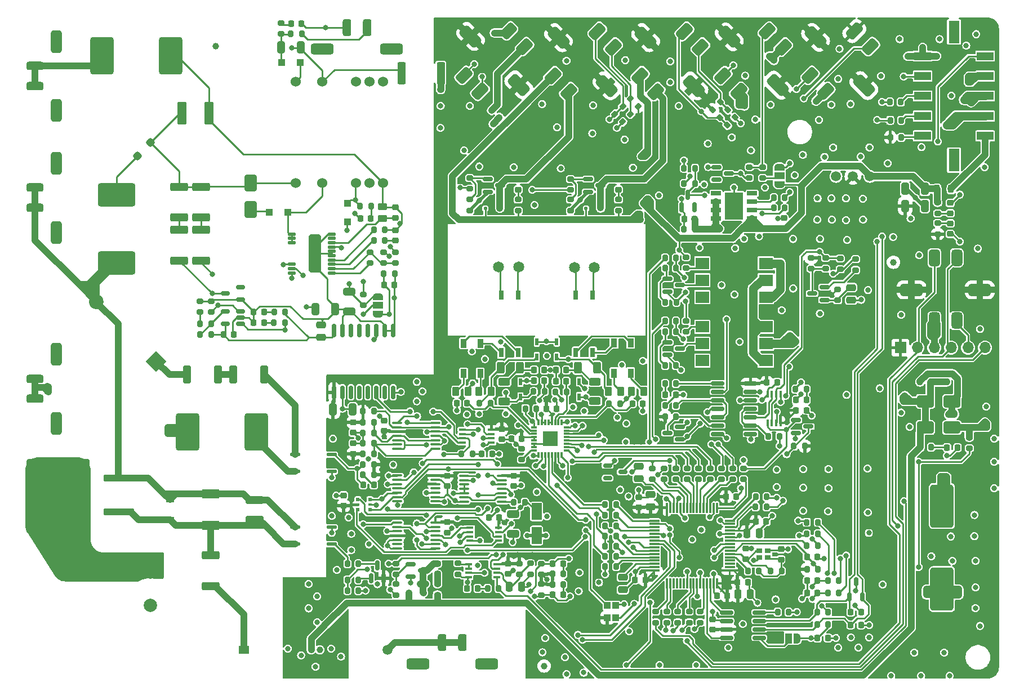
<source format=gbr>
%TF.GenerationSoftware,KiCad,Pcbnew,8.0.2*%
%TF.CreationDate,2025-02-27T21:24:33+01:00*%
%TF.ProjectId,Master_FT25,4d617374-6572-45f4-9654-32352e6b6963,rev?*%
%TF.SameCoordinates,Original*%
%TF.FileFunction,Copper,L1,Top*%
%TF.FilePolarity,Positive*%
%FSLAX46Y46*%
G04 Gerber Fmt 4.6, Leading zero omitted, Abs format (unit mm)*
G04 Created by KiCad (PCBNEW 8.0.2) date 2025-02-27 21:24:33*
%MOMM*%
%LPD*%
G01*
G04 APERTURE LIST*
G04 Aperture macros list*
%AMRoundRect*
0 Rectangle with rounded corners*
0 $1 Rounding radius*
0 $2 $3 $4 $5 $6 $7 $8 $9 X,Y pos of 4 corners*
0 Add a 4 corners polygon primitive as box body*
4,1,4,$2,$3,$4,$5,$6,$7,$8,$9,$2,$3,0*
0 Add four circle primitives for the rounded corners*
1,1,$1+$1,$2,$3*
1,1,$1+$1,$4,$5*
1,1,$1+$1,$6,$7*
1,1,$1+$1,$8,$9*
0 Add four rect primitives between the rounded corners*
20,1,$1+$1,$2,$3,$4,$5,0*
20,1,$1+$1,$4,$5,$6,$7,0*
20,1,$1+$1,$6,$7,$8,$9,0*
20,1,$1+$1,$8,$9,$2,$3,0*%
%AMHorizOval*
0 Thick line with rounded ends*
0 $1 width*
0 $2 $3 position (X,Y) of the first rounded end (center of the circle)*
0 $4 $5 position (X,Y) of the second rounded end (center of the circle)*
0 Add line between two ends*
20,1,$1,$2,$3,$4,$5,0*
0 Add two circle primitives to create the rounded ends*
1,1,$1,$2,$3*
1,1,$1,$4,$5*%
%AMRotRect*
0 Rectangle, with rotation*
0 The origin of the aperture is its center*
0 $1 length*
0 $2 width*
0 $3 Rotation angle, in degrees counterclockwise*
0 Add horizontal line*
21,1,$1,$2,0,0,$3*%
%AMFreePoly0*
4,1,19,0.550000,-0.750000,0.000000,-0.750000,0.000000,-0.744911,-0.071157,-0.744911,-0.207708,-0.704816,-0.327430,-0.627875,-0.420627,-0.520320,-0.479746,-0.390866,-0.500000,-0.250000,-0.500000,0.250000,-0.479746,0.390866,-0.420627,0.520320,-0.327430,0.627875,-0.207708,0.704816,-0.071157,0.744911,0.000000,0.744911,0.000000,0.750000,0.550000,0.750000,0.550000,-0.750000,0.550000,-0.750000,
$1*%
%AMFreePoly1*
4,1,19,0.000000,0.744911,0.071157,0.744911,0.207708,0.704816,0.327430,0.627875,0.420627,0.520320,0.479746,0.390866,0.500000,0.250000,0.500000,-0.250000,0.479746,-0.390866,0.420627,-0.520320,0.327430,-0.627875,0.207708,-0.704816,0.071157,-0.744911,0.000000,-0.744911,0.000000,-0.750000,-0.550000,-0.750000,-0.550000,0.750000,0.000000,0.750000,0.000000,0.744911,0.000000,0.744911,
$1*%
G04 Aperture macros list end*
%TA.AperFunction,SMDPad,CuDef*%
%ADD10FreePoly0,0.000000*%
%TD*%
%TA.AperFunction,SMDPad,CuDef*%
%ADD11R,1.000000X1.500000*%
%TD*%
%TA.AperFunction,SMDPad,CuDef*%
%ADD12FreePoly1,0.000000*%
%TD*%
%TA.AperFunction,SMDPad,CuDef*%
%ADD13RoundRect,0.250000X0.625000X-0.312500X0.625000X0.312500X-0.625000X0.312500X-0.625000X-0.312500X0*%
%TD*%
%TA.AperFunction,SMDPad,CuDef*%
%ADD14RoundRect,0.408750X0.898026X0.319966X0.319966X0.898026X-0.898026X-0.319966X-0.319966X-0.898026X0*%
%TD*%
%TA.AperFunction,SMDPad,CuDef*%
%ADD15RoundRect,0.408750X0.873277X0.295217X0.295217X0.873277X-0.873277X-0.295217X-0.295217X-0.873277X0*%
%TD*%
%TA.AperFunction,SMDPad,CuDef*%
%ADD16RoundRect,0.456250X-0.567453X1.212688X-1.212688X0.567453X0.567453X-1.212688X1.212688X-0.567453X0*%
%TD*%
%TA.AperFunction,SMDPad,CuDef*%
%ADD17RoundRect,0.200000X0.200000X0.275000X-0.200000X0.275000X-0.200000X-0.275000X0.200000X-0.275000X0*%
%TD*%
%TA.AperFunction,SMDPad,CuDef*%
%ADD18RoundRect,0.250000X-0.262500X-0.450000X0.262500X-0.450000X0.262500X0.450000X-0.262500X0.450000X0*%
%TD*%
%TA.AperFunction,SMDPad,CuDef*%
%ADD19RoundRect,0.225000X0.225000X0.250000X-0.225000X0.250000X-0.225000X-0.250000X0.225000X-0.250000X0*%
%TD*%
%TA.AperFunction,SMDPad,CuDef*%
%ADD20RoundRect,0.225000X-0.225000X-0.250000X0.225000X-0.250000X0.225000X0.250000X-0.225000X0.250000X0*%
%TD*%
%TA.AperFunction,SMDPad,CuDef*%
%ADD21RoundRect,0.250000X-1.075000X0.362500X-1.075000X-0.362500X1.075000X-0.362500X1.075000X0.362500X0*%
%TD*%
%TA.AperFunction,SMDPad,CuDef*%
%ADD22RoundRect,0.150000X-0.587500X-0.150000X0.587500X-0.150000X0.587500X0.150000X-0.587500X0.150000X0*%
%TD*%
%TA.AperFunction,SMDPad,CuDef*%
%ADD23RoundRect,0.420000X1.330000X-2.830000X1.330000X2.830000X-1.330000X2.830000X-1.330000X-2.830000X0*%
%TD*%
%TA.AperFunction,SMDPad,CuDef*%
%ADD24RoundRect,0.225000X0.250000X-0.225000X0.250000X0.225000X-0.250000X0.225000X-0.250000X-0.225000X0*%
%TD*%
%TA.AperFunction,SMDPad,CuDef*%
%ADD25RoundRect,0.250000X0.475000X-0.250000X0.475000X0.250000X-0.475000X0.250000X-0.475000X-0.250000X0*%
%TD*%
%TA.AperFunction,ComponentPad*%
%ADD26RotRect,2.200000X2.200000X135.000000*%
%TD*%
%TA.AperFunction,ComponentPad*%
%ADD27HorizOval,2.200000X0.000000X0.000000X0.000000X0.000000X0*%
%TD*%
%TA.AperFunction,SMDPad,CuDef*%
%ADD28RoundRect,0.200000X-0.200000X-0.275000X0.200000X-0.275000X0.200000X0.275000X-0.200000X0.275000X0*%
%TD*%
%TA.AperFunction,SMDPad,CuDef*%
%ADD29RoundRect,0.200000X-0.275000X0.200000X-0.275000X-0.200000X0.275000X-0.200000X0.275000X0.200000X0*%
%TD*%
%TA.AperFunction,SMDPad,CuDef*%
%ADD30R,2.540000X1.270000*%
%TD*%
%TA.AperFunction,SMDPad,CuDef*%
%ADD31R,1.650000X3.430000*%
%TD*%
%TA.AperFunction,SMDPad,CuDef*%
%ADD32RoundRect,0.200000X0.275000X-0.200000X0.275000X0.200000X-0.275000X0.200000X-0.275000X-0.200000X0*%
%TD*%
%TA.AperFunction,SMDPad,CuDef*%
%ADD33RoundRect,0.218750X-0.218750X-0.256250X0.218750X-0.256250X0.218750X0.256250X-0.218750X0.256250X0*%
%TD*%
%TA.AperFunction,SMDPad,CuDef*%
%ADD34RoundRect,0.250000X-0.300000X-0.300000X0.300000X-0.300000X0.300000X0.300000X-0.300000X0.300000X0*%
%TD*%
%TA.AperFunction,SMDPad,CuDef*%
%ADD35RoundRect,0.150000X-0.825000X-0.150000X0.825000X-0.150000X0.825000X0.150000X-0.825000X0.150000X0*%
%TD*%
%TA.AperFunction,SMDPad,CuDef*%
%ADD36RoundRect,0.218750X0.218750X0.256250X-0.218750X0.256250X-0.218750X-0.256250X0.218750X-0.256250X0*%
%TD*%
%TA.AperFunction,SMDPad,CuDef*%
%ADD37RoundRect,0.250000X0.650000X-0.325000X0.650000X0.325000X-0.650000X0.325000X-0.650000X-0.325000X0*%
%TD*%
%TA.AperFunction,SMDPad,CuDef*%
%ADD38RoundRect,0.250000X-0.475000X0.250000X-0.475000X-0.250000X0.475000X-0.250000X0.475000X0.250000X0*%
%TD*%
%TA.AperFunction,SMDPad,CuDef*%
%ADD39RoundRect,0.250000X0.325000X0.650000X-0.325000X0.650000X-0.325000X-0.650000X0.325000X-0.650000X0*%
%TD*%
%TA.AperFunction,SMDPad,CuDef*%
%ADD40R,0.500000X1.075000*%
%TD*%
%TA.AperFunction,SMDPad,CuDef*%
%ADD41RoundRect,0.200000X-0.335876X-0.053033X-0.053033X-0.335876X0.335876X0.053033X0.053033X0.335876X0*%
%TD*%
%TA.AperFunction,SMDPad,CuDef*%
%ADD42RoundRect,0.075000X0.700000X0.075000X-0.700000X0.075000X-0.700000X-0.075000X0.700000X-0.075000X0*%
%TD*%
%TA.AperFunction,SMDPad,CuDef*%
%ADD43RoundRect,0.075000X0.075000X0.700000X-0.075000X0.700000X-0.075000X-0.700000X0.075000X-0.700000X0*%
%TD*%
%TA.AperFunction,SMDPad,CuDef*%
%ADD44R,2.000000X1.780000*%
%TD*%
%TA.AperFunction,SMDPad,CuDef*%
%ADD45RoundRect,0.150000X0.150000X-0.587500X0.150000X0.587500X-0.150000X0.587500X-0.150000X-0.587500X0*%
%TD*%
%TA.AperFunction,SMDPad,CuDef*%
%ADD46RoundRect,0.250000X0.262500X0.450000X-0.262500X0.450000X-0.262500X-0.450000X0.262500X-0.450000X0*%
%TD*%
%TA.AperFunction,SMDPad,CuDef*%
%ADD47RoundRect,0.218750X-0.256250X0.218750X-0.256250X-0.218750X0.256250X-0.218750X0.256250X0.218750X0*%
%TD*%
%TA.AperFunction,SMDPad,CuDef*%
%ADD48RoundRect,0.250000X0.650000X-1.000000X0.650000X1.000000X-0.650000X1.000000X-0.650000X-1.000000X0*%
%TD*%
%TA.AperFunction,SMDPad,CuDef*%
%ADD49R,1.525000X0.650000*%
%TD*%
%TA.AperFunction,SMDPad,CuDef*%
%ADD50R,2.750000X4.100000*%
%TD*%
%TA.AperFunction,SMDPad,CuDef*%
%ADD51RoundRect,0.250000X2.050000X0.300000X-2.050000X0.300000X-2.050000X-0.300000X2.050000X-0.300000X0*%
%TD*%
%TA.AperFunction,SMDPad,CuDef*%
%ADD52RoundRect,0.250000X2.025000X2.375000X-2.025000X2.375000X-2.025000X-2.375000X2.025000X-2.375000X0*%
%TD*%
%TA.AperFunction,SMDPad,CuDef*%
%ADD53RoundRect,0.250002X4.449998X5.149998X-4.449998X5.149998X-4.449998X-5.149998X4.449998X-5.149998X0*%
%TD*%
%TA.AperFunction,SMDPad,CuDef*%
%ADD54R,0.800000X1.400000*%
%TD*%
%TA.AperFunction,SMDPad,CuDef*%
%ADD55RoundRect,0.250000X-0.325000X-0.650000X0.325000X-0.650000X0.325000X0.650000X-0.325000X0.650000X0*%
%TD*%
%TA.AperFunction,SMDPad,CuDef*%
%ADD56RoundRect,0.218750X0.335876X0.026517X0.026517X0.335876X-0.335876X-0.026517X-0.026517X-0.335876X0*%
%TD*%
%TA.AperFunction,SMDPad,CuDef*%
%ADD57RoundRect,0.100000X-0.637500X-0.100000X0.637500X-0.100000X0.637500X0.100000X-0.637500X0.100000X0*%
%TD*%
%TA.AperFunction,SMDPad,CuDef*%
%ADD58RoundRect,0.412500X-1.302500X-0.412500X1.302500X-0.412500X1.302500X0.412500X-1.302500X0.412500X0*%
%TD*%
%TA.AperFunction,SMDPad,CuDef*%
%ADD59RoundRect,0.317500X-0.317500X-0.952500X0.317500X-0.952500X0.317500X0.952500X-0.317500X0.952500X0*%
%TD*%
%TA.AperFunction,SMDPad,CuDef*%
%ADD60RoundRect,0.150000X0.150000X-0.512500X0.150000X0.512500X-0.150000X0.512500X-0.150000X-0.512500X0*%
%TD*%
%TA.AperFunction,SMDPad,CuDef*%
%ADD61RoundRect,0.200000X0.335876X0.053033X0.053033X0.335876X-0.335876X-0.053033X-0.053033X-0.335876X0*%
%TD*%
%TA.AperFunction,SMDPad,CuDef*%
%ADD62RoundRect,0.250000X-1.000000X-0.650000X1.000000X-0.650000X1.000000X0.650000X-1.000000X0.650000X0*%
%TD*%
%TA.AperFunction,SMDPad,CuDef*%
%ADD63R,1.100000X0.400000*%
%TD*%
%TA.AperFunction,SMDPad,CuDef*%
%ADD64C,1.000000*%
%TD*%
%TA.AperFunction,ComponentPad*%
%ADD65C,1.650000*%
%TD*%
%TA.AperFunction,SMDPad,CuDef*%
%ADD66RoundRect,0.225000X-0.250000X0.225000X-0.250000X-0.225000X0.250000X-0.225000X0.250000X0.225000X0*%
%TD*%
%TA.AperFunction,SMDPad,CuDef*%
%ADD67RoundRect,0.250000X1.075000X-0.362500X1.075000X0.362500X-1.075000X0.362500X-1.075000X-0.362500X0*%
%TD*%
%TA.AperFunction,ComponentPad*%
%ADD68C,1.500000*%
%TD*%
%TA.AperFunction,SMDPad,CuDef*%
%ADD69RoundRect,0.250000X1.100000X-0.325000X1.100000X0.325000X-1.100000X0.325000X-1.100000X-0.325000X0*%
%TD*%
%TA.AperFunction,SMDPad,CuDef*%
%ADD70RoundRect,0.150000X0.587500X0.150000X-0.587500X0.150000X-0.587500X-0.150000X0.587500X-0.150000X0*%
%TD*%
%TA.AperFunction,SMDPad,CuDef*%
%ADD71RoundRect,0.250000X0.312500X0.625000X-0.312500X0.625000X-0.312500X-0.625000X0.312500X-0.625000X0*%
%TD*%
%TA.AperFunction,SMDPad,CuDef*%
%ADD72RoundRect,0.350000X-1.400000X-2.450000X1.400000X-2.450000X1.400000X2.450000X-1.400000X2.450000X0*%
%TD*%
%TA.AperFunction,ComponentPad*%
%ADD73C,1.524000*%
%TD*%
%TA.AperFunction,SMDPad,CuDef*%
%ADD74FreePoly0,90.000000*%
%TD*%
%TA.AperFunction,SMDPad,CuDef*%
%ADD75R,1.500000X1.000000*%
%TD*%
%TA.AperFunction,SMDPad,CuDef*%
%ADD76FreePoly1,90.000000*%
%TD*%
%TA.AperFunction,SMDPad,CuDef*%
%ADD77RoundRect,0.150000X0.512500X0.150000X-0.512500X0.150000X-0.512500X-0.150000X0.512500X-0.150000X0*%
%TD*%
%TA.AperFunction,SMDPad,CuDef*%
%ADD78RoundRect,0.137500X0.587500X0.137500X-0.587500X0.137500X-0.587500X-0.137500X0.587500X-0.137500X0*%
%TD*%
%TA.AperFunction,SMDPad,CuDef*%
%ADD79RoundRect,0.250000X-0.362500X-1.075000X0.362500X-1.075000X0.362500X1.075000X-0.362500X1.075000X0*%
%TD*%
%TA.AperFunction,SMDPad,CuDef*%
%ADD80RoundRect,0.125000X-0.125000X-0.125000X0.125000X-0.125000X0.125000X0.125000X-0.125000X0.125000X0*%
%TD*%
%TA.AperFunction,SMDPad,CuDef*%
%ADD81RoundRect,0.350000X1.400000X2.450000X-1.400000X2.450000X-1.400000X-2.450000X1.400000X-2.450000X0*%
%TD*%
%TA.AperFunction,SMDPad,CuDef*%
%ADD82R,0.875000X0.775000*%
%TD*%
%TA.AperFunction,SMDPad,CuDef*%
%ADD83R,0.850000X0.300000*%
%TD*%
%TA.AperFunction,SMDPad,CuDef*%
%ADD84R,0.300000X0.850000*%
%TD*%
%TA.AperFunction,ComponentPad*%
%ADD85C,0.600000*%
%TD*%
%TA.AperFunction,SMDPad,CuDef*%
%ADD86R,2.200000X2.200000*%
%TD*%
%TA.AperFunction,SMDPad,CuDef*%
%ADD87RoundRect,0.412500X0.412500X-1.302500X0.412500X1.302500X-0.412500X1.302500X-0.412500X-1.302500X0*%
%TD*%
%TA.AperFunction,SMDPad,CuDef*%
%ADD88RoundRect,0.317500X0.952500X-0.317500X0.952500X0.317500X-0.952500X0.317500X-0.952500X-0.317500X0*%
%TD*%
%TA.AperFunction,SMDPad,CuDef*%
%ADD89R,0.900000X1.350000*%
%TD*%
%TA.AperFunction,ComponentPad*%
%ADD90R,1.700000X1.700000*%
%TD*%
%TA.AperFunction,ComponentPad*%
%ADD91O,1.700000X1.700000*%
%TD*%
%TA.AperFunction,SMDPad,CuDef*%
%ADD92RoundRect,0.150000X-0.512500X-0.150000X0.512500X-0.150000X0.512500X0.150000X-0.512500X0.150000X0*%
%TD*%
%TA.AperFunction,SMDPad,CuDef*%
%ADD93R,0.600000X0.600000*%
%TD*%
%TA.AperFunction,SMDPad,CuDef*%
%ADD94R,0.600000X0.400000*%
%TD*%
%TA.AperFunction,SMDPad,CuDef*%
%ADD95RoundRect,0.250000X0.250000X0.475000X-0.250000X0.475000X-0.250000X-0.475000X0.250000X-0.475000X0*%
%TD*%
%TA.AperFunction,SMDPad,CuDef*%
%ADD96R,1.000000X1.000000*%
%TD*%
%TA.AperFunction,SMDPad,CuDef*%
%ADD97RoundRect,0.250000X-0.250000X-0.475000X0.250000X-0.475000X0.250000X0.475000X-0.250000X0.475000X0*%
%TD*%
%TA.AperFunction,SMDPad,CuDef*%
%ADD98RoundRect,0.218750X-0.218750X-0.381250X0.218750X-0.381250X0.218750X0.381250X-0.218750X0.381250X0*%
%TD*%
%TA.AperFunction,SMDPad,CuDef*%
%ADD99RoundRect,0.250000X0.550000X-1.050000X0.550000X1.050000X-0.550000X1.050000X-0.550000X-1.050000X0*%
%TD*%
%TA.AperFunction,SMDPad,CuDef*%
%ADD100RoundRect,0.250000X0.000000X0.424264X-0.424264X0.000000X0.000000X-0.424264X0.424264X0.000000X0*%
%TD*%
%TA.AperFunction,SMDPad,CuDef*%
%ADD101R,1.200000X0.850000*%
%TD*%
%TA.AperFunction,SMDPad,CuDef*%
%ADD102RoundRect,0.408750X0.408750X0.861250X-0.408750X0.861250X-0.408750X-0.861250X0.408750X-0.861250X0*%
%TD*%
%TA.AperFunction,SMDPad,CuDef*%
%ADD103RoundRect,0.408750X0.408750X0.826250X-0.408750X0.826250X-0.408750X-0.826250X0.408750X-0.826250X0*%
%TD*%
%TA.AperFunction,SMDPad,CuDef*%
%ADD104RoundRect,0.456250X-1.258750X0.456250X-1.258750X-0.456250X1.258750X-0.456250X1.258750X0.456250X0*%
%TD*%
%TA.AperFunction,SMDPad,CuDef*%
%ADD105RoundRect,0.200000X-0.053033X0.335876X-0.335876X0.053033X0.053033X-0.335876X0.335876X-0.053033X0*%
%TD*%
%TA.AperFunction,SMDPad,CuDef*%
%ADD106RoundRect,0.137500X-0.587500X-0.137500X0.587500X-0.137500X0.587500X0.137500X-0.587500X0.137500X0*%
%TD*%
%TA.AperFunction,SMDPad,CuDef*%
%ADD107RoundRect,0.249999X-0.450001X-1.450001X0.450001X-1.450001X0.450001X1.450001X-0.450001X1.450001X0*%
%TD*%
%TA.AperFunction,SMDPad,CuDef*%
%ADD108RoundRect,0.250000X0.300000X-0.300000X0.300000X0.300000X-0.300000X0.300000X-0.300000X-0.300000X0*%
%TD*%
%TA.AperFunction,ComponentPad*%
%ADD109R,1.500000X1.303000*%
%TD*%
%TA.AperFunction,ComponentPad*%
%ADD110C,1.000000*%
%TD*%
%TA.AperFunction,SMDPad,CuDef*%
%ADD111RoundRect,0.250000X0.450000X-0.262500X0.450000X0.262500X-0.450000X0.262500X-0.450000X-0.262500X0*%
%TD*%
%TA.AperFunction,SMDPad,CuDef*%
%ADD112FreePoly0,270.000000*%
%TD*%
%TA.AperFunction,SMDPad,CuDef*%
%ADD113FreePoly1,270.000000*%
%TD*%
%TA.AperFunction,SMDPad,CuDef*%
%ADD114RoundRect,0.250000X-0.362500X-1.425000X0.362500X-1.425000X0.362500X1.425000X-0.362500X1.425000X0*%
%TD*%
%TA.AperFunction,SMDPad,CuDef*%
%ADD115RoundRect,0.408750X-0.898026X-0.319966X-0.319966X-0.898026X0.898026X0.319966X0.319966X0.898026X0*%
%TD*%
%TA.AperFunction,SMDPad,CuDef*%
%ADD116RoundRect,0.408750X-0.873277X-0.295217X-0.295217X-0.873277X0.873277X0.295217X0.295217X0.873277X0*%
%TD*%
%TA.AperFunction,SMDPad,CuDef*%
%ADD117RoundRect,0.456250X0.567453X-1.212688X1.212688X-0.567453X-0.567453X1.212688X-1.212688X0.567453X0*%
%TD*%
%TA.AperFunction,SMDPad,CuDef*%
%ADD118RoundRect,0.218750X0.256250X-0.218750X0.256250X0.218750X-0.256250X0.218750X-0.256250X-0.218750X0*%
%TD*%
%TA.AperFunction,SMDPad,CuDef*%
%ADD119R,0.400000X1.100000*%
%TD*%
%TA.AperFunction,ComponentPad*%
%ADD120C,2.000000*%
%TD*%
%TA.AperFunction,SMDPad,CuDef*%
%ADD121RoundRect,0.249999X1.075001X-0.450001X1.075001X0.450001X-1.075001X0.450001X-1.075001X-0.450001X0*%
%TD*%
%TA.AperFunction,SMDPad,CuDef*%
%ADD122RoundRect,0.112500X-0.487500X-0.112500X0.487500X-0.112500X0.487500X0.112500X-0.487500X0.112500X0*%
%TD*%
%TA.AperFunction,SMDPad,CuDef*%
%ADD123RoundRect,0.178000X-0.712000X-2.662000X0.712000X-2.662000X0.712000X2.662000X-0.712000X2.662000X0*%
%TD*%
%TA.AperFunction,SMDPad,CuDef*%
%ADD124RoundRect,0.250000X-0.312500X-0.625000X0.312500X-0.625000X0.312500X0.625000X-0.312500X0.625000X0*%
%TD*%
%TA.AperFunction,SMDPad,CuDef*%
%ADD125RoundRect,0.150000X0.150000X-0.875000X0.150000X0.875000X-0.150000X0.875000X-0.150000X-0.875000X0*%
%TD*%
%TA.AperFunction,SMDPad,CuDef*%
%ADD126RoundRect,0.350000X-2.450000X1.400000X-2.450000X-1.400000X2.450000X-1.400000X2.450000X1.400000X0*%
%TD*%
%TA.AperFunction,ViaPad*%
%ADD127C,0.800000*%
%TD*%
%TA.AperFunction,Conductor*%
%ADD128C,1.000000*%
%TD*%
%TA.AperFunction,Conductor*%
%ADD129C,0.250000*%
%TD*%
%TA.AperFunction,Conductor*%
%ADD130C,1.250000*%
%TD*%
%TA.AperFunction,Conductor*%
%ADD131C,0.500000*%
%TD*%
G04 APERTURE END LIST*
D10*
%TO.P,JP1,1,A*%
%TO.N,+3V3*%
X165975000Y-132350000D03*
D11*
%TO.P,JP1,2,C*%
%TO.N,Net-(JP1-C)*%
X167275000Y-132350000D03*
D12*
%TO.P,JP1,3,B*%
%TO.N,/CAN_Transceiver/V_{ref}*%
X168575000Y-132350000D03*
%TD*%
D13*
%TO.P,R130,1*%
%TO.N,Net-(D34-A2)*%
X124550000Y-96712500D03*
%TO.P,R130,2*%
%TO.N,Net-(C61-Pad1)*%
X124550000Y-93787500D03*
%TD*%
D14*
%TO.P,J6,1,Pin_1*%
%TO.N,/Relay_Driver/aux_in1*%
X151633695Y-41086891D03*
D15*
%TO.P,J6,2,Pin_2*%
%TO.N,/Relay_Driver/SDC_Relay*%
X144962142Y-47758443D03*
%TO.P,J6,3,Pin_3*%
%TO.N,/Relay_Driver/aux_out1*%
X154037858Y-43441557D03*
%TO.P,J6,4,Pin_4*%
%TO.N,/Relay_Driver/Relay_3*%
X147341557Y-50137858D03*
D16*
%TO.P,J6,MP*%
%TO.N,+3V3*%
X153069121Y-49292865D03*
X145807135Y-42030879D03*
%TD*%
D17*
%TO.P,R123,1*%
%TO.N,GND*%
X166725000Y-66100000D03*
%TO.P,R123,2*%
%TO.N,Net-(IC1-DEN)*%
X165075000Y-66100000D03*
%TD*%
D18*
%TO.P,R127,1*%
%TO.N,Net-(D33-A2)*%
X143687500Y-95250000D03*
%TO.P,R127,2*%
%TO.N,Net-(FL1-Pad3)*%
X145512500Y-95250000D03*
%TD*%
D19*
%TO.P,C31,1*%
%TO.N,/MCU/LV_I*%
X171650000Y-125550000D03*
%TO.P,C31,2*%
%TO.N,GND*%
X170100000Y-125550000D03*
%TD*%
D17*
%TO.P,R67,1*%
%TO.N,/MCU/IPA*%
X133925000Y-95300000D03*
%TO.P,R67,2*%
%TO.N,Net-(D15-A2)*%
X132275000Y-95300000D03*
%TD*%
D20*
%TO.P,C38,1*%
%TO.N,/CAN_Transceiver/CarCAN_HIGH*%
X176625000Y-128425000D03*
%TO.P,C38,2*%
%TO.N,GND*%
X178175000Y-128425000D03*
%TD*%
D21*
%TO.P,R104,1*%
%TO.N,Net-(R103-Pad2)*%
X78950000Y-70912500D03*
%TO.P,R104,2*%
%TO.N,/HV_Indicator/ENABLE*%
X78950000Y-75537500D03*
%TD*%
D22*
%TO.P,Q2,1,G*%
%TO.N,Net-(Q2-G)*%
X137162500Y-63300000D03*
%TO.P,Q2,2,S*%
%TO.N,GND*%
X137162500Y-65200000D03*
%TO.P,Q2,3,D*%
%TO.N,/Relay_Driver/Relay_3*%
X139037500Y-64250000D03*
%TD*%
D23*
%TO.P,C36,1*%
%TO.N,Net-(D19-A)*%
X190350000Y-112450001D03*
%TO.P,C36,2*%
%TO.N,GND*%
X190350000Y-124949999D03*
%TD*%
D24*
%TO.P,C37,1*%
%TO.N,+3V3*%
X155875000Y-131050000D03*
%TO.P,C37,2*%
%TO.N,GND*%
X155875000Y-129500000D03*
%TD*%
D25*
%TO.P,C14,1*%
%TO.N,/TSAL/HV_Active_Detection/3V3_HV*%
X97000000Y-87100000D03*
%TO.P,C14,2*%
%TO.N,HV-_Vehicle_Side*%
X97000000Y-85200000D03*
%TD*%
D19*
%TO.P,C53,1*%
%TO.N,/MCU/TEMP_DCDC*%
X171650000Y-123675000D03*
%TO.P,C53,2*%
%TO.N,GND*%
X170100000Y-123675000D03*
%TD*%
D26*
%TO.P,D7,1,K*%
%TO.N,Net-(D7-K)*%
X72240128Y-90690128D03*
D27*
%TO.P,D7,2,A*%
%TO.N,HV+_VEH*%
X63259872Y-81709872D03*
%TD*%
D28*
%TO.P,R93,1*%
%TO.N,Net-(Q6-G)*%
X148775000Y-81800000D03*
%TO.P,R93,2*%
%TO.N,GND*%
X150425000Y-81800000D03*
%TD*%
D24*
%TO.P,C25,1*%
%TO.N,+3V3*%
X144810000Y-112645000D03*
%TO.P,C25,2*%
%TO.N,GND*%
X144810000Y-111095000D03*
%TD*%
D29*
%TO.P,R44,1*%
%TO.N,Net-(U12-BOOT0)*%
X154000000Y-128325000D03*
%TO.P,R44,2*%
%TO.N,GND*%
X154000000Y-129975000D03*
%TD*%
D30*
%TO.P,J14,1,Pin_1*%
%TO.N,/IO/Reset_Button_Out*%
X187450000Y-56800000D03*
%TO.P,J14,2,Pin_2*%
%TO.N,Net-(J14-Pin_2)*%
X196850000Y-56800000D03*
%TO.P,J14,3,Pin_3*%
%TO.N,Net-(J14-Pin_3)*%
X187450000Y-53800000D03*
%TO.P,J14,4,Pin_4*%
%TO.N,/SDC_Latching/SDC_1*%
X196850000Y-53800000D03*
%TO.P,J14,5,Pin_5*%
%TO.N,Net-(J14-Pin_5)*%
X187450000Y-50800000D03*
%TO.P,J14,6,Pin_6*%
%TO.N,/IO/SDC_OUT*%
X196850000Y-50800000D03*
%TO.P,J14,7,Pin_7*%
%TO.N,/IO/TSAL_GREEN*%
X187450000Y-47800000D03*
%TO.P,J14,8,Pin_8*%
%TO.N,/SDC*%
X196850000Y-47800000D03*
%TO.P,J14,9,Pin_9*%
%TO.N,GND*%
X187450000Y-44800000D03*
%TO.P,J14,10,Pin_10*%
%TO.N,/SDC_Latching/Reset_Signal*%
X196850000Y-44800000D03*
D31*
%TO.P,J14,11*%
%TO.N,N/C*%
X192150000Y-60435000D03*
%TO.P,J14,12*%
X192150000Y-41165000D03*
%TD*%
D17*
%TO.P,R53,1*%
%TO.N,Net-(U12-PB12)*%
X141375000Y-112225000D03*
%TO.P,R53,2*%
%TO.N,/MCU/SPI2_NSS*%
X139725000Y-112225000D03*
%TD*%
D32*
%TO.P,R73,1*%
%TO.N,/MCU/AIR-_Control*%
X134500000Y-64925000D03*
%TO.P,R73,2*%
%TO.N,Net-(Q2-G)*%
X134500000Y-63275000D03*
%TD*%
D33*
%TO.P,D5,1,K*%
%TO.N,HV-_Vehicle_Side*%
X86887499Y-83275000D03*
%TO.P,D5,2,A*%
%TO.N,Net-(D5-A)*%
X88462501Y-83275000D03*
%TD*%
D34*
%TO.P,D31,1,K*%
%TO.N,Net-(D31-K)*%
X91100000Y-45800000D03*
%TO.P,D31,2,A*%
%TO.N,Net-(D31-A)*%
X93900000Y-45800000D03*
%TD*%
D17*
%TO.P,R35,1*%
%TO.N,Net-(D9-A)*%
X133437500Y-122675000D03*
%TO.P,R35,2*%
%TO.N,+3V3*%
X131787500Y-122675000D03*
%TD*%
D35*
%TO.P,U16,1,Q*%
%TO.N,Net-(U16A-Q)*%
X156625000Y-93990000D03*
%TO.P,U16,2,~{Q}*%
%TO.N,Net-(U16A-~{Q})*%
X156625000Y-95260000D03*
%TO.P,U16,3,C*%
%TO.N,Net-(U16A-C)*%
X156625000Y-96530000D03*
%TO.P,U16,4,R*%
%TO.N,/SDC_Latching/AMS_Latch_Reset*%
X156625000Y-97800000D03*
%TO.P,U16,5,D*%
%TO.N,Net-(U16A-C)*%
X156625000Y-99070000D03*
%TO.P,U16,6,S*%
%TO.N,Net-(Q4-D)*%
X156625000Y-100340000D03*
%TO.P,U16,7,VSS*%
%TO.N,GND*%
X156625000Y-101610000D03*
%TO.P,U16,8,S*%
%TO.N,Net-(Q5-D)*%
X161575000Y-101610000D03*
%TO.P,U16,9,D*%
%TO.N,Net-(U16B-C)*%
X161575000Y-100340000D03*
%TO.P,U16,10,R*%
%TO.N,/SDC_Latching/IMD_Latch_Reset*%
X161575000Y-99070000D03*
%TO.P,U16,11,C*%
%TO.N,Net-(U16B-C)*%
X161575000Y-97800000D03*
%TO.P,U16,12,~{Q}*%
%TO.N,Net-(U16B-~{Q})*%
X161575000Y-96530000D03*
%TO.P,U16,13,Q*%
%TO.N,Net-(U16B-Q)*%
X161575000Y-95260000D03*
%TO.P,U16,14,VDD*%
%TO.N,+3V3*%
X161575000Y-93990000D03*
%TD*%
D36*
%TO.P,D32,1,K*%
%TO.N,Net-(D32-K)*%
X94087500Y-39900000D03*
%TO.P,D32,2,A*%
%TO.N,Net-(D32-A)*%
X92512500Y-39900000D03*
%TD*%
D37*
%TO.P,C44,1*%
%TO.N,HV-_Vehicle_Side*%
X101275000Y-83200001D03*
%TO.P,C44,2*%
%TO.N,Net-(JP2-B)*%
X101275000Y-80249999D03*
%TD*%
D28*
%TO.P,R106,1*%
%TO.N,Net-(U20-Vc)*%
X104975000Y-72550000D03*
%TO.P,R106,2*%
%TO.N,Net-(C47-Pad1)*%
X106625000Y-72550000D03*
%TD*%
D38*
%TO.P,C43,1*%
%TO.N,Net-(Q8-G)*%
X176700000Y-79600001D03*
%TO.P,C43,2*%
%TO.N,GND*%
X176700000Y-81499999D03*
%TD*%
D39*
%TO.P,C45,1*%
%TO.N,HV-_Vehicle_Side*%
X99100001Y-82875000D03*
%TO.P,C45,2*%
%TO.N,Net-(U20-INTVcc)*%
X96149999Y-82875000D03*
%TD*%
D28*
%TO.P,R1,1*%
%TO.N,+3V3*%
X103325000Y-99900000D03*
%TO.P,R1,2*%
%TO.N,/TSAL/Comp_Ref_Low*%
X104975000Y-99900000D03*
%TD*%
D33*
%TO.P,D6,1,K*%
%TO.N,HV-_Vehicle_Side*%
X86887499Y-84875000D03*
%TO.P,D6,2,A*%
%TO.N,Net-(D6-A)*%
X88462501Y-84875000D03*
%TD*%
D17*
%TO.P,R54,1*%
%TO.N,Net-(U12-PB14)*%
X141375000Y-113800000D03*
%TO.P,R54,2*%
%TO.N,/MCU/SPI2_MISO*%
X139725000Y-113800000D03*
%TD*%
D20*
%TO.P,C41,1*%
%TO.N,+3V3*%
X164025000Y-93850000D03*
%TO.P,C41,2*%
%TO.N,GND*%
X165575000Y-93850000D03*
%TD*%
D17*
%TO.P,R41,1*%
%TO.N,Net-(C17-Pad2)*%
X166250000Y-122225000D03*
%TO.P,R41,2*%
%TO.N,/MCU/RCC_OSC_OUT*%
X164600000Y-122225000D03*
%TD*%
%TO.P,R4,1*%
%TO.N,/TSAL/Comp_Ref_Closed*%
X104975000Y-103000000D03*
%TO.P,R4,2*%
%TO.N,GND*%
X103325000Y-103000000D03*
%TD*%
D40*
%TO.P,D15,1,A1*%
%TO.N,GND*%
X132450000Y-87750000D03*
%TO.P,D15,2,A2*%
%TO.N,Net-(D15-A2)*%
X132450000Y-90050000D03*
%TD*%
D41*
%TO.P,R27,1*%
%TO.N,/Relay_Driver/aux_out0*%
X143516637Y-51216637D03*
%TO.P,R27,2*%
%TO.N,+3V3*%
X144683363Y-52383363D03*
%TD*%
D32*
%TO.P,R101,1*%
%TO.N,Net-(Q8-S)*%
X177350000Y-76975000D03*
%TO.P,R101,2*%
%TO.N,GND*%
X177350000Y-75325000D03*
%TD*%
D42*
%TO.P,U12,1,VBAT*%
%TO.N,+3V3*%
X158449999Y-122150000D03*
%TO.P,U12,2,PC13*%
%TO.N,unconnected-(U12-PC13-Pad2)*%
X158449999Y-121650001D03*
%TO.P,U12,3,PC14*%
%TO.N,unconnected-(U12-PC14-Pad3)*%
X158449999Y-121150001D03*
%TO.P,U12,4,PC15*%
%TO.N,unconnected-(U12-PC15-Pad4)*%
X158449999Y-120650001D03*
%TO.P,U12,5,PH0*%
%TO.N,/MCU/RCC_OSC_IN*%
X158449999Y-120150001D03*
%TO.P,U12,6,PH1*%
%TO.N,/MCU/RCC_OSC_OUT*%
X158449999Y-119650000D03*
%TO.P,U12,7,NRST*%
%TO.N,/MCU/NRST*%
X158449999Y-119150001D03*
%TO.P,U12,8,PC0*%
%TO.N,/MCU/LV_I*%
X158449999Y-118650001D03*
%TO.P,U12,9,PC1*%
%TO.N,/MCU/TEMP_DCDC*%
X158449999Y-118150001D03*
%TO.P,U12,10,PC2*%
%TO.N,Net-(U12-PC2)*%
X158449999Y-117650001D03*
%TO.P,U12,11,PC3*%
%TO.N,Net-(U12-PC3)*%
X158449999Y-117150002D03*
%TO.P,U12,12,VSSA*%
%TO.N,GND*%
X158449999Y-116650001D03*
%TO.P,U12,13,VDDA*%
%TO.N,+3V3*%
X158449999Y-116150001D03*
%TO.P,U12,14,PA0*%
%TO.N,Net-(U12-PA0)*%
X158449999Y-115650001D03*
%TO.P,U12,15,PA1*%
%TO.N,Net-(U12-PA1)*%
X158449999Y-115150001D03*
%TO.P,U12,16,PA2*%
%TO.N,Net-(U12-PA2)*%
X158449999Y-114650002D03*
D43*
%TO.P,U12,17,PA3*%
%TO.N,Net-(U12-PA3)*%
X156524998Y-112725001D03*
%TO.P,U12,18,VSS*%
%TO.N,GND*%
X156024999Y-112725001D03*
%TO.P,U12,19,VDD*%
%TO.N,+3V3*%
X155524999Y-112725001D03*
%TO.P,U12,20,PA4*%
%TO.N,Net-(U12-PA4)*%
X155024999Y-112725001D03*
%TO.P,U12,21,PA5*%
%TO.N,Net-(U12-PA5)*%
X154524999Y-112725001D03*
%TO.P,U12,22,PA6*%
%TO.N,Net-(U12-PA6)*%
X154024998Y-112725001D03*
%TO.P,U12,23,PA7*%
%TO.N,Net-(U12-PA7)*%
X153524999Y-112725001D03*
%TO.P,U12,24,PC4*%
%TO.N,Net-(U12-PC4)*%
X153024999Y-112725001D03*
%TO.P,U12,25,PC5*%
%TO.N,Net-(U12-PC5)*%
X152524999Y-112725001D03*
%TO.P,U12,26,PB0*%
%TO.N,Net-(U12-PB0)*%
X152024999Y-112725001D03*
%TO.P,U12,27,PB1*%
%TO.N,Net-(U12-PB1)*%
X151525000Y-112725001D03*
%TO.P,U12,28,PB2*%
%TO.N,/IO/IMD_Power*%
X151024999Y-112725001D03*
%TO.P,U12,29,PB10*%
%TO.N,/MCU/~{IMD_ERROR_LED}*%
X150524999Y-112725001D03*
%TO.P,U12,30,VCAP*%
%TO.N,Net-(C26-Pad2)*%
X150024999Y-112725001D03*
%TO.P,U12,31,VSS*%
%TO.N,GND*%
X149524999Y-112725001D03*
%TO.P,U12,32,VDD*%
%TO.N,+3V3*%
X149025000Y-112725001D03*
D42*
%TO.P,U12,33,PB12*%
%TO.N,Net-(U12-PB12)*%
X147099999Y-114650002D03*
%TO.P,U12,34,PB13*%
%TO.N,/MCU/~{AMS_ERROR_LED}*%
X147099999Y-115150001D03*
%TO.P,U12,35,PB14*%
%TO.N,Net-(U12-PB14)*%
X147099999Y-115650001D03*
%TO.P,U12,36,PB15*%
%TO.N,Net-(U12-PB15)*%
X147099999Y-116150001D03*
%TO.P,U12,37,PC6*%
%TO.N,/MCU/AIR+_Control*%
X147099999Y-116650001D03*
%TO.P,U12,38,PC7*%
%TO.N,/MCU/AIR-_Control*%
X147099999Y-117150002D03*
%TO.P,U12,39,PC9*%
%TO.N,Net-(U12-PC9)*%
X147099999Y-117650001D03*
%TO.P,U12,40,PA8*%
%TO.N,/MCU/Precharge_Control*%
X147099999Y-118150001D03*
%TO.P,U12,41,PA9*%
%TO.N,/MCU/INTR1*%
X147099999Y-118650001D03*
%TO.P,U12,42,PA10*%
%TO.N,/MCU/WAKE1*%
X147099999Y-119150001D03*
%TO.P,U12,43,PA11*%
%TO.N,/MCU/AMS_NERROR*%
X147099999Y-119650000D03*
%TO.P,U12,44,PA12*%
%TO.N,Net-(U12-PA12)*%
X147099999Y-120150001D03*
%TO.P,U12,45,PA13*%
%TO.N,Net-(U12-PA13)*%
X147099999Y-120650001D03*
%TO.P,U12,46,VCAP*%
%TO.N,Net-(C28-Pad2)*%
X147099999Y-121150001D03*
%TO.P,U12,47,VSS*%
%TO.N,GND*%
X147099999Y-121650001D03*
%TO.P,U12,48,VDD*%
%TO.N,+3V3*%
X147099999Y-122150000D03*
D43*
%TO.P,U12,49,PA14*%
%TO.N,Net-(U12-PA14)*%
X149025000Y-124075001D03*
%TO.P,U12,50,PA15*%
%TO.N,Net-(U12-PA15)*%
X149524999Y-124075001D03*
%TO.P,U12,51,PC10*%
%TO.N,unconnected-(U12-PC10-Pad51)*%
X150024999Y-124075001D03*
%TO.P,U12,52,PC11*%
%TO.N,unconnected-(U12-PC11-Pad52)*%
X150524999Y-124075001D03*
%TO.P,U12,53,PC12*%
%TO.N,unconnected-(U12-PC12-Pad53)*%
X151024999Y-124075001D03*
%TO.P,U12,54,PD2*%
%TO.N,unconnected-(U12-PD2-Pad54)*%
X151525000Y-124075001D03*
%TO.P,U12,55,PB3*%
%TO.N,/MCU/Trace_SWO*%
X152024999Y-124075001D03*
%TO.P,U12,56,PB4*%
%TO.N,Net-(U12-PB4)*%
X152524999Y-124075001D03*
%TO.P,U12,57,PB5*%
%TO.N,Net-(U12-PB5)*%
X153024999Y-124075001D03*
%TO.P,U12,58,PB6*%
%TO.N,/MCU/INTR2*%
X153524999Y-124075001D03*
%TO.P,U12,59,PB7*%
%TO.N,/MCU/WAKE2*%
X154024998Y-124075001D03*
%TO.P,U12,60,BOOT0*%
%TO.N,Net-(U12-BOOT0)*%
X154524999Y-124075001D03*
%TO.P,U12,61,PB8*%
%TO.N,/CAN_Transceiver/CarCAN_RX*%
X155024999Y-124075001D03*
%TO.P,U12,62,PB9*%
%TO.N,/CAN_Transceiver/CarCAN_TX*%
X155524999Y-124075001D03*
%TO.P,U12,63,VSS*%
%TO.N,GND*%
X156024999Y-124075001D03*
%TO.P,U12,64,VDD*%
%TO.N,+3V3*%
X156524998Y-124075001D03*
%TD*%
D19*
%TO.P,C34,1*%
%TO.N,/MCU/IPA*%
X133875000Y-93700000D03*
%TO.P,C34,2*%
%TO.N,GND*%
X132325000Y-93700000D03*
%TD*%
%TO.P,C13,1*%
%TO.N,HV-_Vehicle_Side*%
X83925000Y-86675000D03*
%TO.P,C13,2*%
%TO.N,/TSAL/HV_Active_Detection/3V3_HV*%
X82375000Y-86675000D03*
%TD*%
D32*
%TO.P,R36,1*%
%TO.N,+3V3*%
X130112500Y-122750000D03*
%TO.P,R36,2*%
%TO.N,/MCU/AIR-_Closed*%
X130112500Y-121100000D03*
%TD*%
D44*
%TO.P,U19,1*%
%TO.N,Net-(R96-Pad2)*%
X154335000Y-85510000D03*
%TO.P,U19,2*%
%TO.N,Net-(Q7-D)*%
X154335000Y-88050000D03*
%TO.P,U19,3*%
%TO.N,unconnected-(U19-Pad3)*%
X154335000Y-90590000D03*
%TO.P,U19,4*%
%TO.N,Net-(U18-Pad5)*%
X163865000Y-90590000D03*
%TO.P,U19,5*%
%TO.N,/IO/SDC_OUT*%
X163865000Y-88050000D03*
%TO.P,U19,6*%
%TO.N,Net-(U18-Pad5)*%
X163865000Y-85510000D03*
%TD*%
D45*
%TO.P,D13,1,A*%
%TO.N,GND*%
X151225000Y-67562500D03*
%TO.P,D13,2*%
%TO.N,N/C*%
X153125000Y-67562500D03*
%TO.P,D13,3,K*%
%TO.N,/SDC_Latching/~{IMD_Error}*%
X152175000Y-65687500D03*
%TD*%
D28*
%TO.P,R138,1*%
%TO.N,/MCU/SDC_closed*%
X100975000Y-123550000D03*
%TO.P,R138,2*%
%TO.N,Net-(Q11-G)*%
X102625000Y-123550000D03*
%TD*%
%TO.P,R46,1*%
%TO.N,/MCU/Status_LED_R*%
X139725000Y-115450000D03*
%TO.P,R46,2*%
%TO.N,Net-(U12-PB15)*%
X141375000Y-115450000D03*
%TD*%
D32*
%TO.P,R40,1*%
%TO.N,/IO/IMD_M*%
X161400000Y-63125000D03*
%TO.P,R40,2*%
%TO.N,Net-(J4-Pin_4)*%
X161400000Y-61475000D03*
%TD*%
D40*
%TO.P,D35,1,A1*%
%TO.N,GND*%
X129450000Y-87750000D03*
%TO.P,D35,2,A2*%
%TO.N,Net-(D35-A2)*%
X129450000Y-90050000D03*
%TD*%
D46*
%TO.P,R132,1*%
%TO.N,Net-(D34-A2)*%
X119112500Y-95250000D03*
%TO.P,R132,2*%
%TO.N,Net-(FL2-Pad2)*%
X117287500Y-95250000D03*
%TD*%
D21*
%TO.P,R103,1*%
%TO.N,HV+_Vehicle_Side_Fused*%
X78950000Y-64462500D03*
%TO.P,R103,2*%
%TO.N,Net-(R103-Pad2)*%
X78950000Y-69087500D03*
%TD*%
D45*
%TO.P,Q11,1,G*%
%TO.N,Net-(Q11-G)*%
X104550000Y-123287500D03*
%TO.P,Q11,2,S*%
%TO.N,+3V3*%
X106450000Y-123287500D03*
%TO.P,Q11,3,D*%
%TO.N,Net-(Q11-D)*%
X105500000Y-121412499D03*
%TD*%
D47*
%TO.P,D37,1,K*%
%TO.N,GND*%
X191600000Y-66862499D03*
%TO.P,D37,2,A*%
%TO.N,Net-(D37-A)*%
X191600000Y-68437501D03*
%TD*%
D48*
%TO.P,D29,1,A1*%
%TO.N,Net-(D29-A1)*%
X86475000Y-67850000D03*
%TO.P,D29,2,A2*%
%TO.N,HV+_Vehicle_Side_Fused*%
X86475000Y-63850000D03*
%TD*%
D35*
%TO.P,U15,1,D*%
%TO.N,/CAN_Transceiver/CarCAN_TX*%
X157950000Y-128445000D03*
%TO.P,U15,2,GND*%
%TO.N,GND*%
X157950000Y-129715000D03*
%TO.P,U15,3,VCC*%
%TO.N,+3V3*%
X157950000Y-130985000D03*
%TO.P,U15,4,R*%
%TO.N,/CAN_Transceiver/CarCAN_RX*%
X157950000Y-132255000D03*
%TO.P,U15,5,Vref*%
%TO.N,Net-(JP1-C)*%
X162900000Y-132255000D03*
%TO.P,U15,6,CANL*%
%TO.N,/CAN_Transceiver/CarCAN_LOW*%
X162900000Y-130985000D03*
%TO.P,U15,7,CANH*%
%TO.N,/CAN_Transceiver/CarCAN_HIGH*%
X162900000Y-129715000D03*
%TO.P,U15,8,Rs*%
%TO.N,Net-(U15-Rs)*%
X162900000Y-128445000D03*
%TD*%
D32*
%TO.P,R48,1*%
%TO.N,Net-(U12-PA5)*%
X157224999Y-108425000D03*
%TO.P,R48,2*%
%TO.N,/MCU/SPI1_SCK*%
X157224999Y-106775000D03*
%TD*%
D24*
%TO.P,C47,1*%
%TO.N,Net-(C47-Pad1)*%
X108200000Y-72525000D03*
%TO.P,C47,2*%
%TO.N,HV-_Vehicle_Side*%
X108200000Y-70975000D03*
%TD*%
D28*
%TO.P,R7,1*%
%TO.N,/TSAL/~{TS_Error}*%
X125987500Y-111875000D03*
%TO.P,R7,2*%
%TO.N,Net-(U8-~{PRE})*%
X127637500Y-111875000D03*
%TD*%
D49*
%TO.P,IC1,1,VS*%
%TO.N,+24V*%
X161812000Y-69255000D03*
%TO.P,IC1,2,IN*%
%TO.N,Net-(IC1-IN)*%
X161812000Y-67985000D03*
%TO.P,IC1,3,DEN*%
%TO.N,Net-(IC1-DEN)*%
X161812000Y-66715000D03*
%TO.P,IC1,4,IS*%
%TO.N,unconnected-(IC1-IS-Pad4)*%
X161812000Y-65445000D03*
%TO.P,IC1,5,NC*%
%TO.N,unconnected-(IC1-NC-Pad5)*%
X156388000Y-65445000D03*
%TO.P,IC1,6,OUT_1*%
%TO.N,/IO/IMD_VCC*%
X156388000Y-66715000D03*
%TO.P,IC1,7,OUT_2*%
X156388000Y-67985000D03*
%TO.P,IC1,8,OUT_3*%
X156388000Y-69255000D03*
D50*
%TO.P,IC1,9,GND*%
%TO.N,GND*%
X159100000Y-67350000D03*
%TD*%
D17*
%TO.P,R24,1*%
%TO.N,+3V3*%
X104975000Y-107750000D03*
%TO.P,R24,2*%
%TO.N,Net-(D38-A)*%
X103325000Y-107750000D03*
%TD*%
D51*
%TO.P,Q9,1,G*%
%TO.N,Net-(D11-K)*%
X66650000Y-113290000D03*
D52*
%TO.P,Q9,2,D*%
%TO.N,Net-(Q9-D)*%
X59925000Y-113525000D03*
X59925000Y-107975000D03*
D53*
X57500000Y-110750000D03*
D52*
X55075000Y-113525000D03*
X55075000Y-107975000D03*
D51*
%TO.P,Q9,3,S*%
%TO.N,HV+_VEH*%
X66650000Y-108210000D03*
%TD*%
D28*
%TO.P,R3,1*%
%TO.N,+3V3*%
X103325000Y-104600000D03*
%TO.P,R3,2*%
%TO.N,/TSAL/Comp_Ref_Closed*%
X104975000Y-104600000D03*
%TD*%
D54*
%TO.P,FL4,1,1*%
%TO.N,Net-(FL1-Pad4)*%
X135330000Y-89375000D03*
%TO.P,FL4,2,2*%
%TO.N,Net-(FL1-Pad1)*%
X137870000Y-89375000D03*
%TO.P,FL4,3,3*%
%TO.N,Net-(J12-Pin_2)*%
X137870000Y-80725000D03*
%TO.P,FL4,4,4*%
%TO.N,Net-(J12-Pin_1)*%
X135330000Y-80725000D03*
%TD*%
D17*
%TO.P,R45,1*%
%TO.N,Net-(U12-PA12)*%
X141375000Y-120050000D03*
%TO.P,R45,2*%
%TO.N,/MCU/SPI2_SCK*%
X139725000Y-120050000D03*
%TD*%
D21*
%TO.P,R13,1*%
%TO.N,Net-(R12-Pad2)*%
X75700000Y-70912500D03*
%TO.P,R13,2*%
%TO.N,Net-(D4-K)*%
X75700000Y-75537500D03*
%TD*%
D20*
%TO.P,C48,1*%
%TO.N,/HV_Indicator/ENABLE*%
X106475000Y-79175000D03*
%TO.P,C48,2*%
%TO.N,HV-_Vehicle_Side*%
X108025000Y-79175000D03*
%TD*%
D14*
%TO.P,J5,1,Pin_1*%
%TO.N,/Relay_Driver/aux_in0*%
X138533695Y-41086891D03*
D15*
%TO.P,J5,2,Pin_2*%
%TO.N,/Relay_Driver/SDC_Relay*%
X131862142Y-47758443D03*
%TO.P,J5,3,Pin_3*%
%TO.N,/Relay_Driver/aux_out0*%
X140937858Y-43441557D03*
%TO.P,J5,4,Pin_4*%
%TO.N,/Relay_Driver/Relay_2*%
X134241557Y-50137858D03*
D16*
%TO.P,J5,MP*%
%TO.N,+3V3*%
X139969121Y-49292865D03*
X132707135Y-42030879D03*
%TD*%
D17*
%TO.P,R129,1*%
%TO.N,/MCU/IMB*%
X122475000Y-97000000D03*
%TO.P,R129,2*%
%TO.N,Net-(D35-A2)*%
X120825000Y-97000000D03*
%TD*%
D36*
%TO.P,D22,1,K*%
%TO.N,GND*%
X192687501Y-103650000D03*
%TO.P,D22,2,A*%
%TO.N,Net-(D22-A)*%
X191112499Y-103650000D03*
%TD*%
D55*
%TO.P,C55,1*%
%TO.N,+3V3*%
X184824999Y-67325000D03*
%TO.P,C55,2*%
%TO.N,GND*%
X187775001Y-67325000D03*
%TD*%
D54*
%TO.P,FL3,1,1*%
%TO.N,Net-(FL2-Pad4)*%
X124080000Y-89375000D03*
%TO.P,FL3,2,2*%
%TO.N,Net-(FL2-Pad1)*%
X126620000Y-89375000D03*
%TO.P,FL3,3,3*%
%TO.N,Net-(J13-Pin_2)*%
X126620000Y-80725000D03*
%TO.P,FL3,4,4*%
%TO.N,Net-(J13-Pin_1)*%
X124080000Y-80725000D03*
%TD*%
D22*
%TO.P,Q5,1,G*%
%TO.N,/SDC_Latching/~{IMD_Error}*%
X168412500Y-99550000D03*
%TO.P,Q5,2,S*%
%TO.N,GND*%
X168412500Y-101450000D03*
%TO.P,Q5,3,D*%
%TO.N,Net-(Q5-D)*%
X170287501Y-100500000D03*
%TD*%
D28*
%TO.P,R108,1*%
%TO.N,Net-(U20-IREG{slash}SS)*%
X104975000Y-70925000D03*
%TO.P,R108,2*%
%TO.N,HV-_Vehicle_Side*%
X106625000Y-70925000D03*
%TD*%
D56*
%TO.P,F5,1*%
%TO.N,+24V*%
X123806847Y-54056847D03*
%TO.P,F5,2*%
%TO.N,Net-(J10-Pin_2)*%
X122693153Y-52943153D03*
%TD*%
D57*
%TO.P,U21,1*%
%TO.N,/TSAL/pos_control*%
X118487500Y-107900000D03*
%TO.P,U21,2*%
%TO.N,/MCU/AIR-_Control*%
X118487500Y-108550000D03*
%TO.P,U21,3*%
%TO.N,/TSAL/Relay_State_Detection1/~{Short}*%
X118487500Y-109200000D03*
%TO.P,U21,4*%
X118487500Y-109850000D03*
%TO.P,U21,5*%
X118487500Y-110500000D03*
%TO.P,U21,6*%
%TO.N,/TSAL/Relay_Connection_Error*%
X118487500Y-111150000D03*
%TO.P,U21,7,GND*%
%TO.N,GND*%
X118487500Y-111800000D03*
%TO.P,U21,8*%
%TO.N,/TSAL/~{TS_Error}*%
X124212500Y-111800000D03*
%TO.P,U21,9*%
%TO.N,/TSAL/Relay_Connection_Error*%
X124212500Y-111150000D03*
%TO.P,U21,10*%
%TO.N,/TSAL/Relay_Mismatch*%
X124212500Y-110500000D03*
%TO.P,U21,11*%
%TO.N,/TSAL/HV_Mismatch*%
X124212500Y-109850000D03*
%TO.P,U21,12*%
%TO.N,/TSAL/HV_Inactive*%
X124212500Y-109200000D03*
%TO.P,U21,13*%
%TO.N,/MCU/HV_Active*%
X124212500Y-108550000D03*
%TO.P,U21,14,VCC*%
%TO.N,+3V3*%
X124212500Y-107900000D03*
%TD*%
D58*
%TO.P,J17,*%
%TO.N,*%
X111540000Y-136200000D03*
X121940000Y-136200000D03*
D59*
%TO.P,J17,1,Pin_1*%
%TO.N,/Relay_Driver/Precharge/HV+_Akku*%
X115240000Y-133000000D03*
%TO.P,J17,2,Pin_2*%
X118240000Y-133000000D03*
%TD*%
D60*
%TO.P,D25,1,A1*%
%TO.N,/CAN_Transceiver/CarCAN_HIGH*%
X176462500Y-126112500D03*
%TO.P,D25,2,A2*%
%TO.N,/CAN_Transceiver/CarCAN_LOW*%
X178362500Y-126112500D03*
%TO.P,D25,3,common*%
%TO.N,GND*%
X177412500Y-123837500D03*
%TD*%
D61*
%TO.P,R28,1*%
%TO.N,/Relay_Driver/aux_out0*%
X143533363Y-53533363D03*
%TO.P,R28,2*%
%TO.N,/Relay_Driver/aux_in0*%
X142366637Y-52366637D03*
%TD*%
D33*
%TO.P,D9,1,K*%
%TO.N,/MCU/AIR-_Closed*%
X131825000Y-121125000D03*
%TO.P,D9,2,A*%
%TO.N,Net-(D9-A)*%
X133400002Y-121125000D03*
%TD*%
D29*
%TO.P,R49,1*%
%TO.N,Net-(U12-PA15)*%
X148975000Y-128325000D03*
%TO.P,R49,2*%
%TO.N,/MCU/Status_LED_G*%
X148975000Y-129975000D03*
%TD*%
D62*
%TO.P,D17,1,K*%
%TO.N,/Relay_Driver/SDC_Relay*%
X187849999Y-100650000D03*
%TO.P,D17,2,A*%
%TO.N,/SDC*%
X191850001Y-100650000D03*
%TD*%
D28*
%TO.P,R94,1*%
%TO.N,Net-(Q7-G)*%
X148725000Y-91300000D03*
%TO.P,R94,2*%
%TO.N,GND*%
X150375000Y-91300000D03*
%TD*%
D20*
%TO.P,C24,1*%
%TO.N,+3V3*%
X159625000Y-123925000D03*
%TO.P,C24,2*%
%TO.N,GND*%
X161175000Y-123925000D03*
%TD*%
%TO.P,C35,1*%
%TO.N,/MCU/IMA*%
X143825000Y-97050000D03*
%TO.P,C35,2*%
%TO.N,GND*%
X145375000Y-97050000D03*
%TD*%
D19*
%TO.P,C23,1*%
%TO.N,GND*%
X132425000Y-97800000D03*
%TO.P,C23,2*%
%TO.N,+3V3*%
X130875000Y-97800000D03*
%TD*%
D63*
%TO.P,U2,1*%
%TO.N,/TSAL/pos_control*%
X118300000Y-100975000D03*
%TO.P,U2,2*%
%TO.N,/MCU/AIR-_Control*%
X118300000Y-101625000D03*
%TO.P,U2,3*%
%TO.N,/IO/TSAL_GREEN*%
X118300000Y-102275000D03*
%TO.P,U2,4,GND*%
%TO.N,GND*%
X118300000Y-102925000D03*
%TO.P,U2,5*%
%TO.N,/TSAL/TS_OK*%
X122600000Y-102925000D03*
%TO.P,U2,6*%
%TO.N,/TSAL/HV_Inactive*%
X122600000Y-102275000D03*
%TO.P,U2,7*%
%TO.N,/TSAL/AIRs_Closed*%
X122600000Y-101625000D03*
%TO.P,U2,8,VCC*%
%TO.N,+3V3*%
X122600000Y-100975000D03*
%TD*%
D14*
%TO.P,J1,1,Pin_1*%
%TO.N,+3V3*%
X177183695Y-41036891D03*
D15*
%TO.P,J1,2,Pin_2*%
%TO.N,/IO/LV_I_measure*%
X170512142Y-47708443D03*
%TO.P,J1,3,Pin_3*%
%TO.N,/IO/TEMP_TSDCDC*%
X179587858Y-43391557D03*
%TO.P,J1,4,Pin_4*%
%TO.N,GND*%
X172891557Y-50087858D03*
D16*
%TO.P,J1,MP,MountPin*%
%TO.N,+3V3*%
X178619121Y-49242865D03*
X171357135Y-41980879D03*
%TD*%
D64*
%TO.P,FID3,*%
%TO.N,*%
X130550000Y-136500000D03*
%TD*%
D32*
%TO.P,R18,1*%
%TO.N,Net-(R17-Pad2)*%
X78800000Y-83275000D03*
%TO.P,R18,2*%
%TO.N,HV-_Vehicle_Side*%
X78800000Y-81625000D03*
%TD*%
D19*
%TO.P,C42,1*%
%TO.N,GND*%
X169975000Y-98050000D03*
%TO.P,C42,2*%
%TO.N,+3V3*%
X168425000Y-98050000D03*
%TD*%
D65*
%TO.P,J12,1,Pin_1*%
%TO.N,Net-(J12-Pin_1)*%
X135100000Y-76550000D03*
%TO.P,J12,2,Pin_2*%
%TO.N,Net-(J12-Pin_2)*%
X138100000Y-76550000D03*
%TD*%
D66*
%TO.P,C5,1*%
%TO.N,+3V3*%
X125950000Y-107875000D03*
%TO.P,C5,2*%
%TO.N,GND*%
X125950000Y-109425000D03*
%TD*%
D67*
%TO.P,R139,1*%
%TO.N,Net-(K2-Pad1)*%
X80450000Y-124512500D03*
%TO.P,R139,2*%
%TO.N,Net-(D11-K)*%
X80450000Y-119887500D03*
%TD*%
D17*
%TO.P,R125,1*%
%TO.N,/IO/IMD_VCC*%
X153225000Y-70800000D03*
%TO.P,R125,2*%
%TO.N,GND*%
X151575000Y-70800000D03*
%TD*%
D44*
%TO.P,U18,1*%
%TO.N,Net-(R95-Pad2)*%
X154335000Y-75960000D03*
%TO.P,U18,2*%
%TO.N,Net-(Q6-D)*%
X154335000Y-78500000D03*
%TO.P,U18,3*%
%TO.N,unconnected-(U18-Pad3)*%
X154335000Y-81040000D03*
%TO.P,U18,4*%
%TO.N,/SDC_Latching/SDC_1*%
X163865000Y-81040000D03*
%TO.P,U18,5*%
%TO.N,Net-(U18-Pad5)*%
X163865000Y-78500000D03*
%TO.P,U18,6*%
%TO.N,/SDC_Latching/SDC_1*%
X163865000Y-75960000D03*
%TD*%
D47*
%TO.P,D16,1,K*%
%TO.N,/Relay_Driver/Relay_2*%
X126650000Y-63312500D03*
%TO.P,D16,2,A*%
%TO.N,Net-(D16-A)*%
X126650000Y-64887500D03*
%TD*%
D19*
%TO.P,C49,1*%
%TO.N,Net-(C49-Pad1)*%
X104475000Y-69250000D03*
%TO.P,C49,2*%
%TO.N,Net-(U20-DCM)*%
X102925000Y-69250000D03*
%TD*%
D28*
%TO.P,R15,1*%
%TO.N,Net-(D5-A)*%
X89987500Y-83275000D03*
%TO.P,R15,2*%
%TO.N,/TSAL/HV_Active_Detection/3V3_HV*%
X91637500Y-83275000D03*
%TD*%
D68*
%TO.P,U3,1,GND*%
%TO.N,GND*%
X174430000Y-62900000D03*
%TO.P,U3,2,VO*%
%TO.N,+3V3*%
X176970000Y-62900000D03*
%TO.P,U3,3,VI*%
%TO.N,+24V*%
X179509999Y-62900000D03*
%TD*%
D17*
%TO.P,R21,1*%
%TO.N,/SDC_Latching/~{IMD_Error}*%
X153225000Y-63950000D03*
%TO.P,R21,2*%
%TO.N,Net-(J4-Pin_3)*%
X151575000Y-63950000D03*
%TD*%
D22*
%TO.P,Q7,1,G*%
%TO.N,Net-(Q7-G)*%
X149062500Y-87837500D03*
%TO.P,Q7,2,S*%
%TO.N,GND*%
X149062500Y-89737500D03*
%TO.P,Q7,3,D*%
%TO.N,Net-(Q7-D)*%
X150937500Y-88787500D03*
%TD*%
D29*
%TO.P,R69,1*%
%TO.N,Net-(Q1-G)*%
X119350000Y-66375000D03*
%TO.P,R69,2*%
%TO.N,GND*%
X119350000Y-68025000D03*
%TD*%
D28*
%TO.P,R42,1*%
%TO.N,/MCU/RCC_OSC_IN*%
X161175000Y-122225000D03*
%TO.P,R42,2*%
%TO.N,Net-(C17-Pad2)*%
X162825000Y-122225000D03*
%TD*%
D69*
%TO.P,C54,1*%
%TO.N,Net-(D11-K)*%
X87050000Y-114475001D03*
%TO.P,C54,2*%
%TO.N,HV+_VEH*%
X87050000Y-111524999D03*
%TD*%
D29*
%TO.P,R61,1*%
%TO.N,Net-(U12-PA14)*%
X147325000Y-128325000D03*
%TO.P,R61,2*%
%TO.N,/MCU/SWCLK_1*%
X147325000Y-129975000D03*
%TD*%
D70*
%TO.P,Q4,1,G*%
%TO.N,/SDC_Latching/~{AMS_Error}*%
X150937500Y-102450000D03*
%TO.P,Q4,2,S*%
%TO.N,GND*%
X150937500Y-100550000D03*
%TO.P,Q4,3,D*%
%TO.N,Net-(Q4-D)*%
X149062499Y-101500000D03*
%TD*%
D17*
%TO.P,R109,1*%
%TO.N,Net-(C49-Pad1)*%
X104550000Y-67400000D03*
%TO.P,R109,2*%
%TO.N,Net-(D28-A)*%
X102900000Y-67400000D03*
%TD*%
D18*
%TO.P,R122,1*%
%TO.N,Net-(D15-A2)*%
X140237500Y-95250000D03*
%TO.P,R122,2*%
%TO.N,Net-(FL1-Pad2)*%
X142062500Y-95250000D03*
%TD*%
D71*
%TO.P,R118,1*%
%TO.N,Net-(D15-A2)*%
X138512500Y-91650000D03*
%TO.P,R118,2*%
%TO.N,Net-(C58-Pad1)*%
X135587500Y-91650000D03*
%TD*%
D28*
%TO.P,R80,1*%
%TO.N,Net-(U15-Rs)*%
X165650000Y-128400000D03*
%TO.P,R80,2*%
%TO.N,GND*%
X167300000Y-128400000D03*
%TD*%
D72*
%TO.P,F3,1*%
%TO.N,/TSAL/Precharge_State_Detection/HV-_AKKU*%
X76950000Y-101300000D03*
%TO.P,F3,2*%
%TO.N,Net-(F3-Pad2)*%
X87250000Y-101300000D03*
%TD*%
D73*
%TO.P,T1,1,SC*%
%TO.N,HV+_Vehicle_Side_Fused*%
X93210000Y-63870000D03*
%TO.P,T1,3,SD*%
%TO.N,Net-(D30-A)*%
X97210000Y-63870000D03*
%TO.P,T1,4*%
%TO.N,Net-(D28-A)*%
X102290000Y-63870000D03*
%TO.P,T1,5*%
%TO.N,N/C*%
X104290000Y-63870000D03*
%TO.P,T1,6*%
%TO.N,HV-_Vehicle_Side*%
X106290000Y-63870000D03*
%TO.P,T1,7*%
%TO.N,N/C*%
X106290000Y-48630000D03*
%TO.P,T1,8*%
X104290000Y-48630000D03*
%TO.P,T1,9*%
X102290000Y-48630000D03*
%TO.P,T1,10,AB*%
%TO.N,Net-(D32-K)*%
X97210000Y-48630000D03*
%TO.P,T1,12,AA*%
%TO.N,Net-(D31-A)*%
X93210000Y-48630000D03*
%TD*%
D66*
%TO.P,C1,1*%
%TO.N,+3V3*%
X115950000Y-114875000D03*
%TO.P,C1,2*%
%TO.N,GND*%
X115950000Y-116425000D03*
%TD*%
D17*
%TO.P,R126,1*%
%TO.N,Net-(Q11-D)*%
X102625000Y-121150000D03*
%TO.P,R126,2*%
%TO.N,Net-(R126-Pad2)*%
X100975000Y-121150000D03*
%TD*%
%TO.P,R136,1*%
%TO.N,Net-(IC2-XCVRMD)*%
X129375000Y-97800000D03*
%TO.P,R136,2*%
%TO.N,GND*%
X127725000Y-97800000D03*
%TD*%
D34*
%TO.P,D30,1,K*%
%TO.N,Net-(D29-A1)*%
X89250001Y-68275000D03*
%TO.P,D30,2,A*%
%TO.N,Net-(D30-A)*%
X92049999Y-68275000D03*
%TD*%
D55*
%TO.P,C51,1*%
%TO.N,Net-(D31-K)*%
X91025000Y-43450000D03*
%TO.P,C51,2*%
%TO.N,Net-(D32-K)*%
X93975000Y-43450000D03*
%TD*%
D17*
%TO.P,R16,1*%
%TO.N,/TSAL/HV_Active_Detection/3V3_HV*%
X80475000Y-86675000D03*
%TO.P,R16,2*%
%TO.N,Net-(U9--)*%
X78825000Y-86675000D03*
%TD*%
D32*
%TO.P,R75,1*%
%TO.N,/Relay_Driver/SDC_Relay*%
X141700000Y-68025000D03*
%TO.P,R75,2*%
%TO.N,Net-(D20-A)*%
X141700000Y-66375000D03*
%TD*%
D74*
%TO.P,JP2,1,A*%
%TO.N,/HV_Indicator/ENABLE*%
X105550000Y-83575000D03*
D75*
%TO.P,JP2,2,C*%
%TO.N,Net-(JP2-C)*%
X105550000Y-82275000D03*
D76*
%TO.P,JP2,3,B*%
%TO.N,Net-(JP2-B)*%
X105550000Y-80975000D03*
%TD*%
D77*
%TO.P,D4,1,A*%
%TO.N,HV-_Vehicle_Side*%
X84912500Y-81425000D03*
%TO.P,D4,2*%
%TO.N,N/C*%
X84912500Y-79525000D03*
%TO.P,D4,3,K*%
%TO.N,Net-(D4-K)*%
X82637500Y-80475000D03*
%TD*%
D29*
%TO.P,R95,1*%
%TO.N,+24V*%
X151900000Y-75025000D03*
%TO.P,R95,2*%
%TO.N,Net-(R95-Pad2)*%
X151900000Y-76675000D03*
%TD*%
D78*
%TO.P,U11,1*%
%TO.N,Net-(R126-Pad2)*%
X98600000Y-118170000D03*
%TO.P,U11,2*%
%TO.N,GND*%
X98600000Y-115630000D03*
%TO.P,U11,3*%
%TO.N,HV+_VEH*%
X93100000Y-115630000D03*
%TO.P,U11,4*%
%TO.N,Net-(D11-K)*%
X93100000Y-118170000D03*
%TD*%
D79*
%TO.P,R22,1*%
%TO.N,Net-(R22-Pad1)*%
X83837500Y-92700000D03*
%TO.P,R22,2*%
%TO.N,Net-(R22-Pad2)*%
X88462500Y-92700000D03*
%TD*%
D28*
%TO.P,R50,1*%
%TO.N,Net-(U12-PC2)*%
X170025000Y-118400000D03*
%TO.P,R50,2*%
%TO.N,/MCU/Status_LED_B*%
X171675000Y-118400000D03*
%TD*%
D80*
%TO.P,D24,1,K*%
%TO.N,/Relay_Driver/SDC_Relay*%
X110200001Y-125500000D03*
%TO.P,D24,2,A*%
%TO.N,/Relay_Driver/Relay_4*%
X112399999Y-125500000D03*
%TD*%
D17*
%TO.P,R124,1*%
%TO.N,/IO/LV_I_measure*%
X174850000Y-125550000D03*
%TO.P,R124,2*%
%TO.N,/MCU/LV_I*%
X173200000Y-125550000D03*
%TD*%
D32*
%TO.P,R47,1*%
%TO.N,Net-(U12-PA4)*%
X158874999Y-108425000D03*
%TO.P,R47,2*%
%TO.N,/MCU/SPI1_NSS*%
X158874999Y-106775000D03*
%TD*%
D29*
%TO.P,R65,1*%
%TO.N,/MCU/SDC_closed*%
X146774999Y-106775000D03*
%TO.P,R65,2*%
%TO.N,Net-(U12-PB1)*%
X146774999Y-108425000D03*
%TD*%
D32*
%TO.P,R111,1*%
%TO.N,Net-(U20-TC)*%
X104425000Y-75925000D03*
%TO.P,R111,2*%
%TO.N,Net-(U20-FB)*%
X104425000Y-74275000D03*
%TD*%
D81*
%TO.P,F2,1*%
%TO.N,HV-_Vehicle_Side*%
X74400000Y-44750000D03*
%TO.P,F2,2*%
%TO.N,/TSAL/HV_Active_Detection/-HV_1*%
X64100000Y-44750000D03*
%TD*%
D65*
%TO.P,J13,1,Pin_1*%
%TO.N,Net-(J13-Pin_1)*%
X123700000Y-76535000D03*
%TO.P,J13,2,Pin_2*%
%TO.N,Net-(J13-Pin_2)*%
X126700000Y-76535000D03*
%TD*%
D29*
%TO.P,R107,1*%
%TO.N,Net-(D28-K)*%
X103375000Y-80625000D03*
%TO.P,R107,2*%
%TO.N,Net-(JP2-B)*%
X103375000Y-82275000D03*
%TD*%
D17*
%TO.P,R85,1*%
%TO.N,Net-(U16A-C)*%
X150375000Y-97350000D03*
%TO.P,R85,2*%
%TO.N,GND*%
X148725000Y-97350000D03*
%TD*%
D82*
%TO.P,IQXC-42,1,1*%
%TO.N,/MCU/RCC_OSC_OUT*%
X162900000Y-119212500D03*
%TO.P,IQXC-42,2,2*%
%TO.N,GND*%
X164175000Y-119212500D03*
%TO.P,IQXC-42,3,3*%
%TO.N,Net-(C17-Pad2)*%
X164175000Y-120187500D03*
%TO.P,IQXC-42,4,4*%
%TO.N,GND*%
X162900000Y-120187500D03*
%TD*%
D33*
%TO.P,D38,1,K*%
%TO.N,/MCU/PRE_and_AIR+_open*%
X103362499Y-109300000D03*
%TO.P,D38,2,A*%
%TO.N,Net-(D38-A)*%
X104937501Y-109300000D03*
%TD*%
D20*
%TO.P,C29,1*%
%TO.N,GND*%
X125625000Y-102350000D03*
%TO.P,C29,2*%
%TO.N,+3V3*%
X127175000Y-102350000D03*
%TD*%
D83*
%TO.P,IC2,1,MSTR*%
%TO.N,/MCU/MSTR1*%
X133900000Y-104100000D03*
%TO.P,IC2,2,PICO*%
%TO.N,/MCU/SPI1_MOSI*%
X133900000Y-103600000D03*
%TO.P,IC2,3,POCI*%
%TO.N,/MCU/SPI1_MISO*%
X133900000Y-103100000D03*
%TO.P,IC2,4,SCK*%
%TO.N,/MCU/SPI1_SCK*%
X133900000Y-102600000D03*
%TO.P,IC2,5,~{CS}*%
%TO.N,/MCU/SPI1_NSS*%
X133900000Y-102100000D03*
%TO.P,IC2,6,VDDS*%
%TO.N,+3V3*%
X133900000Y-101600000D03*
%TO.P,IC2,7,INTR*%
%TO.N,/MCU/INTR1*%
X133900000Y-101100000D03*
%TO.P,IC2,8,WAKE*%
%TO.N,/MCU/WAKE1*%
X133900000Y-100600000D03*
D84*
%TO.P,IC2,9,GND_1*%
%TO.N,GND*%
X133200000Y-99900000D03*
%TO.P,IC2,10,IM*%
%TO.N,/MCU/IMA*%
X132700000Y-99900000D03*
%TO.P,IC2,11,IP*%
%TO.N,/MCU/IPA*%
X132200000Y-99900000D03*
%TO.P,IC2,12,VDD*%
%TO.N,+3V3*%
X131700000Y-99900000D03*
%TO.P,IC2,13,VP*%
X131200000Y-99900000D03*
%TO.P,IC2,14,PHAPOL*%
%TO.N,GND*%
X130700000Y-99900000D03*
%TO.P,IC2,15,RTO*%
X130200000Y-99900000D03*
%TO.P,IC2,16,XCVRMD*%
%TO.N,Net-(IC2-XCVRMD)*%
X129700000Y-99900000D03*
D83*
%TO.P,IC2,17,GND_2*%
%TO.N,GND*%
X129000000Y-100600000D03*
%TO.P,IC2,18,IM2*%
%TO.N,/MCU/IMB*%
X129000000Y-101100000D03*
%TO.P,IC2,19,IP2*%
%TO.N,/MCU/IPB*%
X129000000Y-101600000D03*
%TO.P,IC2,20,VDD2*%
%TO.N,+3V3*%
X129000000Y-102100000D03*
%TO.P,IC2,21,VP2*%
X129000000Y-102600000D03*
%TO.P,IC2,22,PHAPOL2*%
%TO.N,GND*%
X129000000Y-103100000D03*
%TO.P,IC2,23,RTO2*%
X129000000Y-103600000D03*
%TO.P,IC2,24,XCVRMD2*%
%TO.N,Net-(IC2-XCVRMD2)*%
X129000000Y-104100000D03*
D84*
%TO.P,IC2,25,MSTR2*%
%TO.N,/MCU/MSTR2*%
X129700000Y-104800000D03*
%TO.P,IC2,26,PICO2*%
%TO.N,/MCU/SPI2_MOSI*%
X130200000Y-104800000D03*
%TO.P,IC2,27,POCI2*%
%TO.N,/MCU/SPI2_MISO*%
X130700000Y-104800000D03*
%TO.P,IC2,28,SCK2*%
%TO.N,/MCU/SPI2_SCK*%
X131200000Y-104800000D03*
%TO.P,IC2,29,~{CS2}*%
%TO.N,/MCU/SPI2_NSS*%
X131700000Y-104800000D03*
%TO.P,IC2,30,VDDS2*%
%TO.N,+3V3*%
X132200000Y-104800000D03*
%TO.P,IC2,31,INTR2*%
%TO.N,/MCU/INTR2*%
X132700000Y-104800000D03*
%TO.P,IC2,32,WAKE2*%
%TO.N,/MCU/WAKE2*%
X133200000Y-104800000D03*
D85*
%TO.P,IC2,33,EP*%
%TO.N,GND*%
X132200000Y-103100000D03*
X132200000Y-102350000D03*
X132200000Y-101600000D03*
X131450000Y-103100000D03*
X131450000Y-102350000D03*
D86*
X131450000Y-102350000D03*
D85*
X131450000Y-101600000D03*
X130700000Y-103100000D03*
X130700000Y-102350000D03*
X130700000Y-101600000D03*
%TD*%
D21*
%TO.P,R12,1*%
%TO.N,HV+_Vehicle_Side_Fused*%
X75675000Y-64462500D03*
%TO.P,R12,2*%
%TO.N,Net-(R12-Pad2)*%
X75675000Y-69087500D03*
%TD*%
D57*
%TO.P,U5,1*%
%TO.N,/TSAL/Mismatch_AIR_or_PRE*%
X108487500Y-107850000D03*
%TO.P,U5,2*%
%TO.N,/TSAL/Mismatch_AIR-*%
X108487500Y-108500000D03*
%TO.P,U5,3*%
%TO.N,/TSAL/Relay_Mismatch*%
X108487500Y-109150000D03*
%TO.P,U5,4*%
%TO.N,/TSAL/pos_control*%
X108487500Y-109800000D03*
%TO.P,U5,5*%
%TO.N,/MCU/Precharge_Control*%
X108487500Y-110450000D03*
%TO.P,U5,6*%
%TO.N,/MCU/AIR+_Control*%
X108487500Y-111100000D03*
%TO.P,U5,7,VSS*%
%TO.N,GND*%
X108487500Y-111750000D03*
%TO.P,U5,8*%
%TO.N,/IO/TSAL_GREEN*%
X114212500Y-111750000D03*
%TO.P,U5,9*%
%TO.N,GND*%
X114212500Y-111100000D03*
%TO.P,U5,10*%
%TO.N,Net-(U12-PC9)*%
X114212500Y-110450000D03*
%TO.P,U5,11*%
%TO.N,unconnected-(U5-Pad11)*%
X114212500Y-109800000D03*
%TO.P,U5,12*%
%TO.N,+3V3*%
X114212500Y-109150000D03*
%TO.P,U5,13*%
%TO.N,GND*%
X114212500Y-108500000D03*
%TO.P,U5,14,VDD*%
%TO.N,+3V3*%
X114212500Y-107850000D03*
%TD*%
D87*
%TO.P,J9,*%
%TO.N,*%
X57250000Y-100050000D03*
X57250000Y-89650000D03*
D88*
%TO.P,J9,1,Pin_1*%
%TO.N,/TSAL/Precharge_State_Detection/HV-_AKKU*%
X54050000Y-96350000D03*
%TO.P,J9,2,Pin_2*%
X54050000Y-93350000D03*
%TD*%
D29*
%TO.P,R100,1*%
%TO.N,+3V3*%
X170700000Y-75125000D03*
%TO.P,R100,2*%
%TO.N,Net-(Q8-D)*%
X170700000Y-76775000D03*
%TD*%
D17*
%TO.P,R23,1*%
%TO.N,+3V3*%
X104975000Y-106200000D03*
%TO.P,R23,2*%
%TO.N,/MCU/PRE_and_AIR+_open*%
X103325000Y-106200000D03*
%TD*%
D89*
%TO.P,FL2,1,1*%
%TO.N,Net-(FL2-Pad1)*%
X118450000Y-87975001D03*
%TO.P,FL2,2,2*%
%TO.N,Net-(FL2-Pad2)*%
X118450000Y-92524999D03*
%TO.P,FL2,3,3*%
%TO.N,Net-(FL2-Pad3)*%
X120950000Y-92524999D03*
%TO.P,FL2,4,4*%
%TO.N,Net-(FL2-Pad4)*%
X120950000Y-87975001D03*
%TD*%
D20*
%TO.P,C27,1*%
%TO.N,+3V3*%
X157905000Y-111050000D03*
%TO.P,C27,2*%
%TO.N,GND*%
X159455000Y-111050000D03*
%TD*%
D66*
%TO.P,C2,1*%
%TO.N,+3V3*%
X101850001Y-99875000D03*
%TO.P,C2,2*%
%TO.N,GND*%
X101850001Y-101425000D03*
%TD*%
D70*
%TO.P,Q8,1,G*%
%TO.N,Net-(Q8-G)*%
X172687500Y-81462500D03*
%TO.P,Q8,2,S*%
%TO.N,Net-(Q8-S)*%
X172687500Y-79562500D03*
%TO.P,Q8,3,D*%
%TO.N,Net-(Q8-D)*%
X170812500Y-80512500D03*
%TD*%
D28*
%TO.P,R5,1*%
%TO.N,+3V3*%
X103325000Y-98200000D03*
%TO.P,R5,2*%
%TO.N,/TSAL/Relay_State_Detection1/~{Short}*%
X104975000Y-98200000D03*
%TD*%
D90*
%TO.P,J3,1,Pin_1*%
%TO.N,+3V3*%
X184100000Y-88650000D03*
D91*
%TO.P,J3,2,Pin_2*%
%TO.N,/MCU/SWCLK_1*%
X186640000Y-88650000D03*
%TO.P,J3,3,Pin_3*%
%TO.N,GND*%
X189180000Y-88650000D03*
%TO.P,J3,4,Pin_4*%
%TO.N,/MCU/SWDIO_1*%
X191720000Y-88650000D03*
%TO.P,J3,5,Pin_5*%
%TO.N,/MCU/NRST*%
X194260000Y-88650000D03*
%TO.P,J3,6,Pin_6*%
%TO.N,/MCU/Trace_SWO*%
X196800000Y-88650000D03*
%TD*%
D29*
%TO.P,R51,1*%
%TO.N,Net-(U12-PB4)*%
X150650000Y-128325000D03*
%TO.P,R51,2*%
%TO.N,/MCU/SPI1_MISO*%
X150650000Y-129975000D03*
%TD*%
D22*
%TO.P,D14,1,A*%
%TO.N,GND*%
X156412500Y-61500000D03*
%TO.P,D14,2*%
%TO.N,N/C*%
X156412500Y-63400000D03*
%TO.P,D14,3,K*%
%TO.N,/IO/IMD_M*%
X158287500Y-62450000D03*
%TD*%
D92*
%TO.P,D12,1,A*%
%TO.N,GND*%
X140087499Y-106350001D03*
%TO.P,D12,2*%
%TO.N,N/C*%
X140087499Y-108249999D03*
%TO.P,D12,3,K*%
%TO.N,/MCU/SDC_closed*%
X142362499Y-107300000D03*
%TD*%
D20*
%TO.P,C32,1*%
%TO.N,+3V3*%
X162395000Y-114780000D03*
%TO.P,C32,2*%
%TO.N,GND*%
X163945000Y-114780000D03*
%TD*%
D17*
%TO.P,R20,1*%
%TO.N,/SDC_Latching/~{IMD_Error}*%
X153225000Y-61650000D03*
%TO.P,R20,2*%
%TO.N,GND*%
X151575000Y-61650000D03*
%TD*%
D32*
%TO.P,R14,1*%
%TO.N,Net-(D4-K)*%
X80500000Y-83275000D03*
%TO.P,R14,2*%
%TO.N,HV-_Vehicle_Side*%
X80500000Y-81625000D03*
%TD*%
D66*
%TO.P,C52,1*%
%TO.N,GND*%
X166650000Y-69175000D03*
%TO.P,C52,2*%
%TO.N,+24V*%
X166650000Y-70725000D03*
%TD*%
D93*
%TO.P,U4,1,1A*%
%TO.N,/MCU/AIR+_Control*%
X104350000Y-113000000D03*
D94*
%TO.P,U4,2,GND*%
%TO.N,GND*%
X104350000Y-112250000D03*
D93*
%TO.P,U4,3,2A*%
%TO.N,/MCU/Precharge_Control*%
X104350000Y-111500000D03*
%TO.P,U4,4,2Y*%
%TO.N,Net-(U4-2Y)*%
X102550000Y-111500000D03*
D94*
%TO.P,U4,5,V_{CC}*%
%TO.N,+3V3*%
X102550000Y-112250000D03*
D93*
%TO.P,U4,6,1Y*%
%TO.N,Net-(U4-1Y)*%
X102550000Y-113000000D03*
%TD*%
D19*
%TO.P,C21,1*%
%TO.N,+3V3*%
X158075000Y-125950000D03*
%TO.P,C21,2*%
%TO.N,GND*%
X156525000Y-125950000D03*
%TD*%
D95*
%TO.P,C12,1*%
%TO.N,GND*%
X127162499Y-124575000D03*
%TO.P,C12,2*%
%TO.N,Net-(U8-~{CLR})*%
X125262501Y-124575000D03*
%TD*%
D17*
%TO.P,R84,1*%
%TO.N,+3V3*%
X169732189Y-103460516D03*
%TO.P,R84,2*%
%TO.N,Net-(Q5-D)*%
X168082189Y-103460516D03*
%TD*%
D29*
%TO.P,R96,1*%
%TO.N,+24V*%
X151900000Y-84625000D03*
%TO.P,R96,2*%
%TO.N,Net-(R96-Pad2)*%
X151900000Y-86275000D03*
%TD*%
%TO.P,R102,1*%
%TO.N,+3V3*%
X174650000Y-79875000D03*
%TO.P,R102,2*%
%TO.N,Net-(Q8-G)*%
X174650000Y-81525000D03*
%TD*%
D19*
%TO.P,C58,1*%
%TO.N,Net-(C58-Pad1)*%
X133875000Y-92000000D03*
%TO.P,C58,2*%
%TO.N,GND*%
X132325000Y-92000000D03*
%TD*%
D47*
%TO.P,D23,1,K*%
%TO.N,/Relay_Driver/Relay_4*%
X114512500Y-121112499D03*
%TO.P,D23,2,A*%
%TO.N,Net-(D23-A)*%
X114512500Y-122687501D03*
%TD*%
D64*
%TO.P,FID2,*%
%TO.N,*%
X183050000Y-75800000D03*
%TD*%
D17*
%TO.P,R30,1*%
%TO.N,Net-(D8-A)*%
X133425000Y-124250000D03*
%TO.P,R30,2*%
%TO.N,+3V3*%
X131775000Y-124250000D03*
%TD*%
D96*
%TO.P,D10,1,RK*%
%TO.N,/MCU/Status_LED_R*%
X140025000Y-127425000D03*
%TO.P,D10,2,GK*%
%TO.N,/MCU/Status_LED_G*%
X141275000Y-127425000D03*
%TO.P,D10,3,BK*%
%TO.N,/MCU/Status_LED_B*%
X141275000Y-129275000D03*
%TO.P,D10,4,A*%
%TO.N,+3V3*%
X140025000Y-129275000D03*
%TD*%
D97*
%TO.P,C22,1*%
%TO.N,+3V3*%
X159675001Y-125700000D03*
%TO.P,C22,2*%
%TO.N,GND*%
X161574999Y-125700000D03*
%TD*%
D17*
%TO.P,R63,1*%
%TO.N,Net-(U12-PA13)*%
X141375000Y-121575000D03*
%TO.P,R63,2*%
%TO.N,/MCU/SWDIO_1*%
X139725000Y-121575000D03*
%TD*%
D98*
%TO.P,FB1,1*%
%TO.N,+24V*%
X189587500Y-64775000D03*
%TO.P,FB1,2*%
%TO.N,Net-(J14-Pin_2)*%
X191712500Y-64775000D03*
%TD*%
D87*
%TO.P,J15,*%
%TO.N,*%
X57200000Y-53000000D03*
X57200000Y-42600000D03*
D88*
%TO.P,J15,1,Pin_1*%
%TO.N,/TSAL/HV_Active_Detection/-HV_1*%
X54000000Y-49300000D03*
%TO.P,J15,2,Pin_2*%
X54000000Y-46300000D03*
%TD*%
D77*
%TO.P,U9,1*%
%TO.N,Net-(U10-IND)*%
X84887500Y-85087499D03*
%TO.P,U9,2,V-*%
%TO.N,HV-_Vehicle_Side*%
X84887500Y-84137500D03*
%TO.P,U9,3,+*%
%TO.N,Net-(D4-K)*%
X84887500Y-83187501D03*
%TO.P,U9,4,-*%
%TO.N,Net-(U9--)*%
X82612500Y-83187501D03*
%TO.P,U9,5,V+*%
%TO.N,/TSAL/HV_Active_Detection/3V3_HV*%
X82612500Y-85087499D03*
%TD*%
D80*
%TO.P,D21,1,K*%
%TO.N,/Relay_Driver/SDC_Relay*%
X136850000Y-67700000D03*
%TO.P,D21,2,A*%
%TO.N,/Relay_Driver/Relay_3*%
X139050000Y-67700000D03*
%TD*%
D40*
%TO.P,D33,1,A1*%
%TO.N,GND*%
X135800000Y-93750000D03*
%TO.P,D33,2,A2*%
%TO.N,Net-(D33-A2)*%
X135800000Y-96050000D03*
%TD*%
D28*
%TO.P,R88,1*%
%TO.N,Net-(U16B-Q)*%
X168325000Y-94900000D03*
%TO.P,R88,2*%
%TO.N,Net-(D27-A)*%
X169975000Y-94900000D03*
%TD*%
D17*
%TO.P,R55,1*%
%TO.N,/MCU/SPI2_MOSI*%
X171675000Y-116625000D03*
%TO.P,R55,2*%
%TO.N,Net-(U12-PC3)*%
X170025000Y-116625000D03*
%TD*%
D99*
%TO.P,C10,1*%
%TO.N,GND*%
X129412500Y-116875000D03*
%TO.P,C10,2*%
%TO.N,Net-(U8-~{PRE})*%
X129412500Y-113275000D03*
%TD*%
D29*
%TO.P,R74,1*%
%TO.N,Net-(Q2-G)*%
X134500000Y-66375000D03*
%TO.P,R74,2*%
%TO.N,GND*%
X134500000Y-68025000D03*
%TD*%
D79*
%TO.P,R25,1*%
%TO.N,Net-(D7-K)*%
X76887500Y-92700000D03*
%TO.P,R25,2*%
%TO.N,Net-(R22-Pad1)*%
X81512500Y-92700000D03*
%TD*%
D87*
%TO.P,J7,*%
%TO.N,*%
X57250000Y-71300000D03*
X57250000Y-60900000D03*
D88*
%TO.P,J7,1,Pin_1*%
%TO.N,HV+_VEH*%
X54050000Y-67600000D03*
%TO.P,J7,2,Pin_2*%
X54050000Y-64600000D03*
%TD*%
D100*
%TO.P,D3,1,K*%
%TO.N,HV+_Vehicle_Side_Fused*%
X71389949Y-57810051D03*
%TO.P,D3,2,A*%
%TO.N,/TSAL/HV_Active_Detection/HV_1*%
X69410051Y-59789949D03*
%TD*%
D19*
%TO.P,C30,1*%
%TO.N,+3V3*%
X145750000Y-123550000D03*
%TO.P,C30,2*%
%TO.N,GND*%
X144200000Y-123550000D03*
%TD*%
%TO.P,C11,1*%
%TO.N,+3V3*%
X123775000Y-114150000D03*
%TO.P,C11,2*%
%TO.N,GND*%
X122225000Y-114150000D03*
%TD*%
D95*
%TO.P,C33,1*%
%TO.N,GND*%
X162909999Y-116550000D03*
%TO.P,C33,2*%
%TO.N,+3V3*%
X161010001Y-116550000D03*
%TD*%
D17*
%TO.P,R87,1*%
%TO.N,Net-(U16A-Q)*%
X150375000Y-94050000D03*
%TO.P,R87,2*%
%TO.N,Net-(D26-A)*%
X148725000Y-94050000D03*
%TD*%
D40*
%TO.P,D34,1,A1*%
%TO.N,GND*%
X127000000Y-93800000D03*
%TO.P,D34,2,A2*%
%TO.N,Net-(D34-A2)*%
X127000000Y-96100000D03*
%TD*%
D29*
%TO.P,R99,1*%
%TO.N,/SDC_Latching/Reset_Signal*%
X172850000Y-75125000D03*
%TO.P,R99,2*%
%TO.N,Net-(Q8-D)*%
X172850000Y-76775000D03*
%TD*%
D32*
%TO.P,R60,1*%
%TO.N,Net-(U12-PA6)*%
X155524999Y-108425000D03*
%TO.P,R60,2*%
%TO.N,/MCU/AIR-_Closed*%
X155524999Y-106775000D03*
%TD*%
D46*
%TO.P,R133,1*%
%TO.N,Net-(D35-A2)*%
X122562500Y-95250000D03*
%TO.P,R133,2*%
%TO.N,Net-(FL2-Pad3)*%
X120737500Y-95250000D03*
%TD*%
D28*
%TO.P,R71,1*%
%TO.N,Net-(D19-A)*%
X187050000Y-93800000D03*
%TO.P,R71,2*%
%TO.N,/Relay_Driver/SDC_Relay*%
X188700000Y-93800000D03*
%TD*%
D101*
%TO.P,D11,1,K*%
%TO.N,Net-(D11-K)*%
X74300000Y-114525000D03*
%TO.P,D11,2,A*%
%TO.N,HV+_VEH*%
X74300000Y-111475000D03*
%TD*%
D80*
%TO.P,D18,1,K*%
%TO.N,/Relay_Driver/SDC_Relay*%
X121700000Y-67700000D03*
%TO.P,D18,2,A*%
%TO.N,/Relay_Driver/Relay_2*%
X123900000Y-67700000D03*
%TD*%
D24*
%TO.P,C6,1*%
%TO.N,+3V3*%
X100400000Y-112425000D03*
%TO.P,C6,2*%
%TO.N,GND*%
X100400000Y-110875000D03*
%TD*%
D102*
%TO.P,J2,1,Pin_1*%
%TO.N,/MCU/SWCLK_1*%
X189217500Y-75150000D03*
D103*
%TO.P,J2,2,Pin_2*%
%TO.N,GND*%
X189217500Y-84585000D03*
%TO.P,J2,3,Pin_3*%
%TO.N,/MCU/SWDIO_1*%
X192582500Y-75115000D03*
%TO.P,J2,4,Pin_4*%
%TO.N,/MCU/NRST*%
X192582500Y-84585000D03*
D104*
%TO.P,J2,MP,MountPin*%
%TO.N,+3V3*%
X196035000Y-79937500D03*
X185765000Y-79937500D03*
%TD*%
D20*
%TO.P,C40,1*%
%TO.N,/CAN_Transceiver/V_{ref}*%
X171650000Y-132275000D03*
%TO.P,C40,2*%
%TO.N,GND*%
X173200000Y-132275000D03*
%TD*%
D28*
%TO.P,R64,1*%
%TO.N,Net-(U12-PA0)*%
X162335000Y-112560000D03*
%TO.P,R64,2*%
%TO.N,/MCU/TS_Error*%
X163985000Y-112560000D03*
%TD*%
D105*
%TO.P,R32,1*%
%TO.N,/Relay_Driver/aux_out1*%
X157020621Y-51703895D03*
%TO.P,R32,2*%
%TO.N,+3V3*%
X155853895Y-52870621D03*
%TD*%
D32*
%TO.P,R56,1*%
%TO.N,Net-(U12-PA3)*%
X160540000Y-108425000D03*
%TO.P,R56,2*%
%TO.N,/SDC_Latching/~{IMD_Error}*%
X160540000Y-106775000D03*
%TD*%
D106*
%TO.P,U13,1*%
%TO.N,Net-(R22-Pad2)*%
X93100000Y-104730000D03*
%TO.P,U13,2*%
%TO.N,Net-(F3-Pad2)*%
X93100000Y-107270000D03*
%TO.P,U13,3*%
%TO.N,GND*%
X98600000Y-107270000D03*
%TO.P,U13,4*%
%TO.N,/MCU/PRE_and_AIR+_open*%
X98600000Y-104730000D03*
%TD*%
D19*
%TO.P,C56,1*%
%TO.N,/IO/IMD_VCC*%
X153175000Y-69300000D03*
%TO.P,C56,2*%
%TO.N,GND*%
X151625000Y-69300000D03*
%TD*%
D29*
%TO.P,R52,1*%
%TO.N,Net-(U12-PB5)*%
X152350000Y-128325000D03*
%TO.P,R52,2*%
%TO.N,/MCU/SPI1_MOSI*%
X152350000Y-129975000D03*
%TD*%
D20*
%TO.P,C19,1*%
%TO.N,/MCU/NRST*%
X170050000Y-120125000D03*
%TO.P,C19,2*%
%TO.N,GND*%
X171600000Y-120125000D03*
%TD*%
D22*
%TO.P,Q3,1,G*%
%TO.N,Net-(Q3-G)*%
X110475000Y-121200000D03*
%TO.P,Q3,2,S*%
%TO.N,GND*%
X110475000Y-123100000D03*
%TO.P,Q3,3,D*%
%TO.N,/Relay_Driver/Relay_4*%
X112350001Y-122150000D03*
%TD*%
D66*
%TO.P,C17,1*%
%TO.N,GND*%
X166150000Y-118950000D03*
%TO.P,C17,2*%
%TO.N,Net-(C17-Pad2)*%
X166150000Y-120500000D03*
%TD*%
D32*
%TO.P,R68,1*%
%TO.N,/MCU/AIR+_Control*%
X119350000Y-64775000D03*
%TO.P,R68,2*%
%TO.N,Net-(Q1-G)*%
X119350000Y-63125000D03*
%TD*%
D37*
%TO.P,C9,1*%
%TO.N,GND*%
X125850000Y-116625001D03*
%TO.P,C9,2*%
%TO.N,Net-(U8-~{PRE})*%
X125850000Y-113674999D03*
%TD*%
D66*
%TO.P,C7,1*%
%TO.N,+3V3*%
X115950000Y-107925000D03*
%TO.P,C7,2*%
%TO.N,GND*%
X115950000Y-109475000D03*
%TD*%
D17*
%TO.P,R26,1*%
%TO.N,/IO/IMD_Power*%
X166725000Y-67650000D03*
%TO.P,R26,2*%
%TO.N,Net-(IC1-IN)*%
X165075000Y-67650000D03*
%TD*%
D29*
%TO.P,R77,1*%
%TO.N,Net-(Q3-G)*%
X108312500Y-124175000D03*
%TO.P,R77,2*%
%TO.N,GND*%
X108312500Y-125825000D03*
%TD*%
D47*
%TO.P,D20,1,K*%
%TO.N,/Relay_Driver/Relay_3*%
X141700000Y-63312500D03*
%TO.P,D20,2,A*%
%TO.N,Net-(D20-A)*%
X141700000Y-64887500D03*
%TD*%
D57*
%TO.P,U7,1*%
%TO.N,/MCU/AIR-_Closed*%
X108487500Y-99950000D03*
%TO.P,U7,2*%
%TO.N,/TSAL/Relay_State_Detection1/~{Short}*%
X108487500Y-100600000D03*
%TO.P,U7,3,V+*%
%TO.N,+3V3*%
X108487500Y-101250000D03*
%TO.P,U7,4,-*%
%TO.N,/TSAL/Comp_Ref_Low*%
X108487500Y-101900000D03*
%TO.P,U7,5,+*%
%TO.N,/Relay_Driver/aux_in1*%
X108487500Y-102550000D03*
%TO.P,U7,6,-*%
%TO.N,/TSAL/Comp_Ref_Closed*%
X108487500Y-103200000D03*
%TO.P,U7,7,+*%
%TO.N,/Relay_Driver/aux_in1*%
X108487500Y-103850000D03*
%TO.P,U7,8,-*%
%TO.N,/TSAL/Comp_Ref_Closed*%
X114212500Y-103850000D03*
%TO.P,U7,9,+*%
%TO.N,/Relay_Driver/aux_in0*%
X114212500Y-103200000D03*
%TO.P,U7,10,-*%
%TO.N,/TSAL/Comp_Ref_Low*%
X114212500Y-102550000D03*
%TO.P,U7,11,+*%
%TO.N,/Relay_Driver/aux_in0*%
X114212500Y-101900000D03*
%TO.P,U7,12,V-*%
%TO.N,GND*%
X114212500Y-101250000D03*
%TO.P,U7,13*%
%TO.N,/TSAL/Relay_State_Detection1/~{Short}*%
X114212500Y-100600000D03*
%TO.P,U7,14*%
%TO.N,/MCU/AIR+_Closed*%
X114212500Y-99950000D03*
%TD*%
D107*
%TO.P,C46,1*%
%TO.N,HV+_Vehicle_Side_Fused*%
X76100000Y-53400000D03*
%TO.P,C46,2*%
%TO.N,HV-_Vehicle_Side*%
X80200000Y-53400000D03*
%TD*%
D108*
%TO.P,D28,1,K*%
%TO.N,Net-(D28-K)*%
X101000000Y-69749999D03*
%TO.P,D28,2,A*%
%TO.N,Net-(D28-A)*%
X101000000Y-66950001D03*
%TD*%
D17*
%TO.P,R11,1*%
%TO.N,/MCU/TS_Error*%
X123700000Y-124824999D03*
%TO.P,R11,2*%
%TO.N,Net-(D2-A)*%
X122050000Y-124824999D03*
%TD*%
%TO.P,R90,1*%
%TO.N,Net-(U16B-~{Q})*%
X150375000Y-84650000D03*
%TO.P,R90,2*%
%TO.N,/MCU/~{IMD_ERROR_LED}*%
X148725000Y-84650000D03*
%TD*%
D29*
%TO.P,R98,1*%
%TO.N,/SDC_Latching/Reset_Signal*%
X175050000Y-75225000D03*
%TO.P,R98,2*%
%TO.N,GND*%
X175050000Y-76875000D03*
%TD*%
D19*
%TO.P,C60,1*%
%TO.N,/MCU/IMB*%
X118975000Y-97000000D03*
%TO.P,C60,2*%
%TO.N,GND*%
X117425000Y-97000000D03*
%TD*%
D105*
%TO.P,R34,1*%
%TO.N,GND*%
X159233363Y-54016637D03*
%TO.P,R34,2*%
%TO.N,/Relay_Driver/aux_in1*%
X158066637Y-55183363D03*
%TD*%
D24*
%TO.P,C57,1*%
%TO.N,GND*%
X125150000Y-122675000D03*
%TO.P,C57,2*%
%TO.N,+3V3*%
X125150000Y-121125000D03*
%TD*%
D33*
%TO.P,D2,1,K*%
%TO.N,GND*%
X118987499Y-124824999D03*
%TO.P,D2,2,A*%
%TO.N,Net-(D2-A)*%
X120562501Y-124824999D03*
%TD*%
D109*
%TO.P,K2,1*%
%TO.N,Net-(K2-Pad1)*%
X85385000Y-134072500D03*
D110*
%TO.P,K2,3*%
%TO.N,/Relay_Driver/SDC_Relay*%
X95545000Y-134072500D03*
%TO.P,K2,5*%
%TO.N,/Relay_Driver/Relay_4*%
X96815000Y-134072500D03*
D68*
%TO.P,K2,7*%
%TO.N,/Relay_Driver/Precharge/HV+_Akku*%
X106975000Y-134072500D03*
%TD*%
D33*
%TO.P,D8,1,K*%
%TO.N,/MCU/AIR+_Closed*%
X131812499Y-125800000D03*
%TO.P,D8,2,A*%
%TO.N,Net-(D8-A)*%
X133387501Y-125800000D03*
%TD*%
D63*
%TO.P,U14,1*%
%TO.N,Net-(U1-Pad11)*%
X119400000Y-115725000D03*
%TO.P,U14,2*%
%TO.N,/TSAL/AIRs_Closed*%
X119400000Y-116375000D03*
%TO.P,U14,3*%
%TO.N,Net-(U1-Pad2)*%
X119400000Y-117025000D03*
%TO.P,U14,4,GND*%
%TO.N,GND*%
X119400000Y-117675000D03*
%TO.P,U14,5*%
%TO.N,Net-(U4-1Y)*%
X123700000Y-117675000D03*
%TO.P,U14,6*%
%TO.N,Net-(U4-2Y)*%
X123700000Y-117025000D03*
%TO.P,U14,7*%
%TO.N,/TSAL/HV_Mismatch*%
X123700000Y-116375000D03*
%TO.P,U14,8,VCC*%
%TO.N,+3V3*%
X123700000Y-115725000D03*
%TD*%
D111*
%TO.P,R110,1*%
%TO.N,Net-(U20-SOURCE)*%
X106225000Y-69237500D03*
%TO.P,R110,2*%
%TO.N,HV-_Vehicle_Side*%
X106225000Y-67412500D03*
%TD*%
D17*
%TO.P,R17,1*%
%TO.N,Net-(U9--)*%
X80475000Y-85025000D03*
%TO.P,R17,2*%
%TO.N,Net-(R17-Pad2)*%
X78825000Y-85025000D03*
%TD*%
D22*
%TO.P,Q1,1,G*%
%TO.N,Net-(Q1-G)*%
X122062500Y-63300000D03*
%TO.P,Q1,2,S*%
%TO.N,GND*%
X122062500Y-65200000D03*
%TO.P,Q1,3,D*%
%TO.N,/Relay_Driver/Relay_2*%
X123937500Y-64250000D03*
%TD*%
D89*
%TO.P,FL1,1,1*%
%TO.N,Net-(FL1-Pad1)*%
X141050000Y-87925001D03*
%TO.P,FL1,2,2*%
%TO.N,Net-(FL1-Pad2)*%
X141050000Y-92474999D03*
%TO.P,FL1,3,3*%
%TO.N,Net-(FL1-Pad3)*%
X143550000Y-92474999D03*
%TO.P,FL1,4,4*%
%TO.N,Net-(FL1-Pad4)*%
X143550000Y-87925001D03*
%TD*%
D39*
%TO.P,C16,1*%
%TO.N,+24V*%
X187775001Y-64775000D03*
%TO.P,C16,2*%
%TO.N,GND*%
X184824999Y-64775000D03*
%TD*%
D28*
%TO.P,R120,1*%
%TO.N,/CAN_Transceiver/CarCAN_LOW*%
X182525000Y-51700000D03*
%TO.P,R120,2*%
%TO.N,Net-(J14-Pin_5)*%
X184175000Y-51700000D03*
%TD*%
D32*
%TO.P,R58,1*%
%TO.N,Net-(U12-PB0)*%
X148574999Y-108425000D03*
%TO.P,R58,2*%
%TO.N,/MCU/PRE_and_AIR+_open*%
X148574999Y-106775000D03*
%TD*%
D28*
%TO.P,R105,1*%
%TO.N,/HV_Indicator/ENABLE*%
X106425000Y-77550000D03*
%TO.P,R105,2*%
%TO.N,HV-_Vehicle_Side*%
X108075000Y-77550000D03*
%TD*%
%TO.P,R116,1*%
%TO.N,Net-(D31-K)*%
X92475000Y-41450000D03*
%TO.P,R116,2*%
%TO.N,Net-(J11-Pin_2)*%
X94125000Y-41450000D03*
%TD*%
D112*
%TO.P,JP3,1,A*%
%TO.N,GND*%
X165900000Y-61500000D03*
D75*
%TO.P,JP3,2,C*%
%TO.N,Net-(JP3-C)*%
X165900000Y-62800000D03*
D113*
%TO.P,JP3,3,B*%
%TO.N,+24V*%
X165900000Y-64100000D03*
%TD*%
D13*
%TO.P,R121,1*%
%TO.N,Net-(D33-A2)*%
X138200000Y-96662500D03*
%TO.P,R121,2*%
%TO.N,Net-(C58-Pad1)*%
X138200000Y-93737500D03*
%TD*%
D28*
%TO.P,R117,1*%
%TO.N,/MCU/IMA*%
X140325000Y-97050000D03*
%TO.P,R117,2*%
%TO.N,Net-(D33-A2)*%
X141975000Y-97050000D03*
%TD*%
D29*
%TO.P,R43,1*%
%TO.N,Net-(J4-Pin_4)*%
X163400000Y-61475000D03*
%TO.P,R43,2*%
%TO.N,Net-(JP3-C)*%
X163400000Y-63125000D03*
%TD*%
D25*
%TO.P,C28,1*%
%TO.N,GND*%
X142375000Y-125049999D03*
%TO.P,C28,2*%
%TO.N,Net-(C28-Pad2)*%
X142375000Y-123150001D03*
%TD*%
D38*
%TO.P,C20,1*%
%TO.N,GND*%
X146530000Y-110710001D03*
%TO.P,C20,2*%
%TO.N,+3V3*%
X146530000Y-112609999D03*
%TD*%
D17*
%TO.P,R128,1*%
%TO.N,/MCU/IPB*%
X130625000Y-95250000D03*
%TO.P,R128,2*%
%TO.N,Net-(D34-A2)*%
X128975000Y-95250000D03*
%TD*%
D29*
%TO.P,R31,1*%
%TO.N,+3V3*%
X130112500Y-124200000D03*
%TO.P,R31,2*%
%TO.N,/MCU/AIR+_Closed*%
X130112500Y-125850000D03*
%TD*%
D32*
%TO.P,R115,1*%
%TO.N,Net-(D31-K)*%
X91000000Y-41475000D03*
%TO.P,R115,2*%
%TO.N,Net-(D32-A)*%
X91000000Y-39825000D03*
%TD*%
D55*
%TO.P,C15,1*%
%TO.N,+3V3*%
X98824999Y-97950000D03*
%TO.P,C15,2*%
%TO.N,GND*%
X101775001Y-97950000D03*
%TD*%
D61*
%TO.P,R29,1*%
%TO.N,GND*%
X142333363Y-54683363D03*
%TO.P,R29,2*%
%TO.N,/Relay_Driver/aux_in0*%
X141166637Y-53516637D03*
%TD*%
D17*
%TO.P,R91,1*%
%TO.N,Net-(U16A-~{Q})*%
X150375000Y-76700000D03*
%TO.P,R91,2*%
%TO.N,Net-(Q6-G)*%
X148725000Y-76700000D03*
%TD*%
D28*
%TO.P,R119,1*%
%TO.N,/CAN_Transceiver/CarCAN_HIGH*%
X182575000Y-54450000D03*
%TO.P,R119,2*%
%TO.N,Net-(J14-Pin_3)*%
X184225000Y-54450000D03*
%TD*%
D32*
%TO.P,R79,1*%
%TO.N,/Relay_Driver/SDC_Relay*%
X114512500Y-125825000D03*
%TO.P,R79,2*%
%TO.N,Net-(D23-A)*%
X114512500Y-124175000D03*
%TD*%
D28*
%TO.P,R86,1*%
%TO.N,Net-(U16B-C)*%
X164275000Y-102000000D03*
%TO.P,R86,2*%
%TO.N,GND*%
X165925000Y-102000000D03*
%TD*%
D36*
%TO.P,D1,1,K*%
%TO.N,GND*%
X122737501Y-104650000D03*
%TO.P,D1,2,A*%
%TO.N,Net-(D1-A)*%
X121162499Y-104650000D03*
%TD*%
D66*
%TO.P,C3,1*%
%TO.N,+3V3*%
X124162500Y-100850000D03*
%TO.P,C3,2*%
%TO.N,GND*%
X124162500Y-102400000D03*
%TD*%
D28*
%TO.P,R144,1*%
%TO.N,/MCU/SDC_closed*%
X100975000Y-125150000D03*
%TO.P,R144,2*%
%TO.N,GND*%
X102625000Y-125150000D03*
%TD*%
D32*
%TO.P,R112,1*%
%TO.N,Net-(U20-FB)*%
X108200000Y-75925000D03*
%TO.P,R112,2*%
%TO.N,Net-(D28-A)*%
X108200000Y-74275000D03*
%TD*%
D28*
%TO.P,R6,1*%
%TO.N,/IO/TSAL_GREEN*%
X118125000Y-104650000D03*
%TO.P,R6,2*%
%TO.N,Net-(D1-A)*%
X119775000Y-104650000D03*
%TD*%
D58*
%TO.P,J11,*%
%TO.N,*%
X97220000Y-43720000D03*
X107620000Y-43720000D03*
D59*
%TO.P,J11,1,Pin_1*%
%TO.N,Net-(D32-K)*%
X100920000Y-40520000D03*
%TO.P,J11,2,Pin_2*%
%TO.N,Net-(J11-Pin_2)*%
X103920000Y-40520000D03*
%TD*%
D114*
%TO.P,R114,1*%
%TO.N,Net-(D32-K)*%
X109087500Y-47350000D03*
%TO.P,R114,2*%
%TO.N,GND*%
X115012500Y-47350000D03*
%TD*%
D32*
%TO.P,R137,1*%
%TO.N,Net-(IC2-XCVRMD2)*%
X127150000Y-105475000D03*
%TO.P,R137,2*%
%TO.N,GND*%
X127150000Y-103825000D03*
%TD*%
D17*
%TO.P,R82,1*%
%TO.N,/CAN_Transceiver/V_{ref}*%
X173225000Y-130300000D03*
%TO.P,R82,2*%
%TO.N,/CAN_Transceiver/CarCAN_LOW*%
X171575000Y-130300000D03*
%TD*%
D115*
%TO.P,J10,1,Pin_1*%
%TO.N,/CAN_Transceiver/CarCAN_HIGH*%
X120916305Y-50063109D03*
D116*
%TO.P,J10,2,Pin_2*%
%TO.N,Net-(J10-Pin_2)*%
X127587858Y-43391557D03*
%TO.P,J10,3,Pin_3*%
%TO.N,/CAN_Transceiver/CarCAN_LOW*%
X118512142Y-47708443D03*
%TO.P,J10,4,Pin_4*%
%TO.N,GND*%
X125208443Y-41012142D03*
D117*
%TO.P,J10,MP*%
%TO.N,+3V3*%
X119480879Y-41857135D03*
X126742865Y-49119121D03*
%TD*%
D24*
%TO.P,C8,1*%
%TO.N,+3V3*%
X106500000Y-101175000D03*
%TO.P,C8,2*%
%TO.N,GND*%
X106500000Y-99625000D03*
%TD*%
D17*
%TO.P,R141,1*%
%TO.N,/IO/TEMP_TSDCDC*%
X174850000Y-123675000D03*
%TO.P,R141,2*%
%TO.N,/MCU/TEMP_DCDC*%
X173200000Y-123675000D03*
%TD*%
D36*
%TO.P,D26,1,K*%
%TO.N,GND*%
X150337501Y-95700000D03*
%TO.P,D26,2,A*%
%TO.N,Net-(D26-A)*%
X148762499Y-95700000D03*
%TD*%
D62*
%TO.P,D19,1,K*%
%TO.N,/Relay_Driver/SDC_Relay*%
X187874999Y-96700000D03*
%TO.P,D19,2,A*%
%TO.N,Net-(D19-A)*%
X191875001Y-96700000D03*
%TD*%
D118*
%TO.P,D36,1,K*%
%TO.N,GND*%
X191600000Y-71537501D03*
%TO.P,D36,2,A*%
%TO.N,Net-(D36-A)*%
X191600000Y-69962499D03*
%TD*%
D17*
%TO.P,R19,1*%
%TO.N,Net-(U10-IND)*%
X91587500Y-84875000D03*
%TO.P,R19,2*%
%TO.N,Net-(D6-A)*%
X89937500Y-84875000D03*
%TD*%
D119*
%TO.P,U17,1*%
%TO.N,/SDC_Latching/~{AMS_Error}*%
X166075001Y-95650000D03*
%TO.P,U17,2*%
%TO.N,/SDC_Latching/Reset_Signal*%
X165425000Y-95650000D03*
%TO.P,U17,3*%
%TO.N,/SDC_Latching/IMD_Latch_Reset*%
X164775000Y-95650000D03*
%TO.P,U17,4,GND*%
%TO.N,GND*%
X164124999Y-95650000D03*
%TO.P,U17,5*%
%TO.N,/SDC_Latching/~{IMD_Error}*%
X164124999Y-99950000D03*
%TO.P,U17,6*%
%TO.N,/SDC_Latching/Reset_Signal*%
X164775000Y-99950000D03*
%TO.P,U17,7*%
%TO.N,/SDC_Latching/AMS_Latch_Reset*%
X165425000Y-99950000D03*
%TO.P,U17,8,VCC*%
%TO.N,+3V3*%
X166075001Y-99950000D03*
%TD*%
D22*
%TO.P,Q6,1,G*%
%TO.N,Net-(Q6-G)*%
X149062500Y-78300000D03*
%TO.P,Q6,2,S*%
%TO.N,GND*%
X149062500Y-80200000D03*
%TO.P,Q6,3,D*%
%TO.N,Net-(Q6-D)*%
X150937500Y-79250000D03*
%TD*%
D120*
%TO.P,TH1,1*%
%TO.N,Net-(K2-Pad1)*%
X71375000Y-127350000D03*
%TO.P,TH1,2*%
%TO.N,Net-(Q9-D)*%
X71375000Y-122350000D03*
%TD*%
D19*
%TO.P,C39,1*%
%TO.N,GND*%
X178175000Y-130325000D03*
%TO.P,C39,2*%
%TO.N,/CAN_Transceiver/CarCAN_LOW*%
X176625000Y-130325000D03*
%TD*%
D28*
%TO.P,R83,1*%
%TO.N,+3V3*%
X148725000Y-99000000D03*
%TO.P,R83,2*%
%TO.N,Net-(Q4-D)*%
X150375000Y-99000000D03*
%TD*%
D17*
%TO.P,R37,1*%
%TO.N,GND*%
X141375000Y-118500000D03*
%TO.P,R37,2*%
%TO.N,/SDC_Latching/~{AMS_Error}*%
X139725000Y-118500000D03*
%TD*%
%TO.P,R2,1*%
%TO.N,/TSAL/Comp_Ref_Low*%
X104975000Y-101450000D03*
%TO.P,R2,2*%
%TO.N,GND*%
X103325000Y-101450000D03*
%TD*%
D20*
%TO.P,C61,1*%
%TO.N,Net-(C61-Pad1)*%
X129025000Y-92000000D03*
%TO.P,C61,2*%
%TO.N,GND*%
X130575000Y-92000000D03*
%TD*%
D32*
%TO.P,R57,1*%
%TO.N,Net-(U12-PA7)*%
X153774999Y-108425000D03*
%TO.P,R57,2*%
%TO.N,/MCU/AIR+_Closed*%
X153774999Y-106775000D03*
%TD*%
D29*
%TO.P,R8,1*%
%TO.N,Net-(U8-C)*%
X117612500Y-121050000D03*
%TO.P,R8,2*%
%TO.N,GND*%
X117612500Y-122700000D03*
%TD*%
D121*
%TO.P,R140,1*%
%TO.N,Net-(D11-K)*%
X80400000Y-115400000D03*
%TO.P,R140,2*%
%TO.N,HV+_VEH*%
X80400000Y-110600000D03*
%TD*%
D57*
%TO.P,U1,1*%
%TO.N,/MCU/PRE_and_AIR+_open*%
X108487500Y-114950000D03*
%TO.P,U1,2*%
%TO.N,Net-(U1-Pad2)*%
X108487500Y-115600000D03*
%TO.P,U1,3*%
%TO.N,/TSAL/Mismatch_AIR_or_PRE*%
X108487500Y-116250000D03*
%TO.P,U1,4*%
%TO.N,+3V3*%
X108487500Y-116900000D03*
%TO.P,U1,5*%
%TO.N,GND*%
X108487500Y-117550000D03*
%TO.P,U1,6*%
%TO.N,unconnected-(U1-Pad6)*%
X108487500Y-118200000D03*
%TO.P,U1,7,GND*%
%TO.N,GND*%
X108487500Y-118850000D03*
%TO.P,U1,8*%
%TO.N,/TSAL/Mismatch_AIR-*%
X114212500Y-118850000D03*
%TO.P,U1,9*%
%TO.N,/MCU/AIR-_Closed*%
X114212500Y-118200000D03*
%TO.P,U1,10*%
%TO.N,/MCU/AIR-_Control*%
X114212500Y-117550000D03*
%TO.P,U1,11*%
%TO.N,Net-(U1-Pad11)*%
X114212500Y-116900000D03*
%TO.P,U1,12*%
%TO.N,/TSAL/AIRs_Closed*%
X114212500Y-116250000D03*
%TO.P,U1,13*%
%TO.N,/MCU/HV_Active*%
X114212500Y-115600000D03*
%TO.P,U1,14,VCC*%
%TO.N,+3V3*%
X114212500Y-114950000D03*
%TD*%
D32*
%TO.P,R70,1*%
%TO.N,/Relay_Driver/SDC_Relay*%
X126650000Y-68025000D03*
%TO.P,R70,2*%
%TO.N,Net-(D16-A)*%
X126650000Y-66375000D03*
%TD*%
D29*
%TO.P,R142,1*%
%TO.N,+24V*%
X189700000Y-66800000D03*
%TO.P,R142,2*%
%TO.N,Net-(D37-A)*%
X189700000Y-68450000D03*
%TD*%
%TO.P,R66,1*%
%TO.N,/SDC*%
X194450000Y-102125000D03*
%TO.P,R66,2*%
%TO.N,/MCU/SDC_closed*%
X194450000Y-103775000D03*
%TD*%
D17*
%TO.P,R72,1*%
%TO.N,Net-(D19-A)*%
X192700000Y-93800000D03*
%TO.P,R72,2*%
%TO.N,/Relay_Driver/SDC_Relay*%
X191050000Y-93800000D03*
%TD*%
D32*
%TO.P,R113,1*%
%TO.N,Net-(U20-FB)*%
X106375000Y-75925000D03*
%TO.P,R113,2*%
%TO.N,HV-_Vehicle_Side*%
X106375000Y-74275000D03*
%TD*%
D28*
%TO.P,R78,1*%
%TO.N,/Relay_Driver/SDC_Relay*%
X187075000Y-103600000D03*
%TO.P,R78,2*%
%TO.N,Net-(D22-A)*%
X188725000Y-103600000D03*
%TD*%
D66*
%TO.P,C18,1*%
%TO.N,GND*%
X160850000Y-118875000D03*
%TO.P,C18,2*%
%TO.N,/MCU/RCC_OSC_OUT*%
X160850000Y-120425000D03*
%TD*%
D29*
%TO.P,R134,1*%
%TO.N,/MCU/MSTR1*%
X152074999Y-106775000D03*
%TO.P,R134,2*%
%TO.N,Net-(U12-PC4)*%
X152074999Y-108425000D03*
%TD*%
D24*
%TO.P,C50,1*%
%TO.N,Net-(U20-SOURCE)*%
X108200000Y-69100000D03*
%TO.P,C50,2*%
%TO.N,HV-_Vehicle_Side*%
X108200000Y-67550000D03*
%TD*%
D32*
%TO.P,R143,1*%
%TO.N,+3V3*%
X189700000Y-71575000D03*
%TO.P,R143,2*%
%TO.N,Net-(D36-A)*%
X189700000Y-69925000D03*
%TD*%
D28*
%TO.P,R97,1*%
%TO.N,+3V3*%
X182575000Y-57020000D03*
%TO.P,R97,2*%
%TO.N,/IO/Reset_Button_Out*%
X184225000Y-57020000D03*
%TD*%
D105*
%TO.P,R33,1*%
%TO.N,/Relay_Driver/aux_out1*%
X158133363Y-52866637D03*
%TO.P,R33,2*%
%TO.N,/Relay_Driver/aux_in1*%
X156966637Y-54033363D03*
%TD*%
D24*
%TO.P,C4,1*%
%TO.N,+3V3*%
X101850000Y-104575000D03*
%TO.P,C4,2*%
%TO.N,GND*%
X101850000Y-103025000D03*
%TD*%
D17*
%TO.P,R92,1*%
%TO.N,Net-(U16B-~{Q})*%
X150375000Y-86250000D03*
%TO.P,R92,2*%
%TO.N,Net-(Q7-G)*%
X148725000Y-86250000D03*
%TD*%
D122*
%TO.P,U20,1,Drain*%
%TO.N,Net-(D30-A)*%
X92625000Y-71550000D03*
%TO.P,U20,2,Drain*%
X92625000Y-72200000D03*
%TO.P,U20,3,Drain*%
X92625000Y-72850000D03*
%TO.P,U20,8,INTVcc*%
%TO.N,Net-(U20-INTVcc)*%
X92625000Y-76100000D03*
%TO.P,U20,9,BIAS*%
%TO.N,Net-(JP2-B)*%
X92625000Y-76750000D03*
%TO.P,U20,10,DCM*%
%TO.N,Net-(U20-DCM)*%
X92625000Y-77400000D03*
%TO.P,U20,11,TC*%
%TO.N,Net-(U20-TC)*%
X98625000Y-77400000D03*
%TO.P,U20,12,FB*%
%TO.N,Net-(U20-FB)*%
X98625000Y-76750000D03*
%TO.P,U20,13,Vc*%
%TO.N,Net-(U20-Vc)*%
X98625000Y-76100000D03*
%TO.P,U20,14,IREG/SS*%
%TO.N,Net-(U20-IREG{slash}SS)*%
X98625000Y-75450000D03*
%TO.P,U20,15,HV_GND*%
%TO.N,HV-_Vehicle_Side*%
X98625000Y-74800000D03*
%TO.P,U20,16,SMODE*%
X98625000Y-74150000D03*
%TO.P,U20,17,EN/UVLO*%
%TO.N,Net-(JP2-C)*%
X98625000Y-73500000D03*
%TO.P,U20,18,SOURCE*%
%TO.N,Net-(U20-SOURCE)*%
X98625000Y-72850000D03*
%TO.P,U20,19,N.C.*%
%TO.N,unconnected-(U20-N.C.-Pad19)*%
X98625000Y-72200000D03*
%TO.P,U20,20,HV_GND*%
%TO.N,HV-_Vehicle_Side*%
X98625000Y-71550000D03*
D123*
%TO.P,U20,21,HV_GND*%
X96095000Y-74475000D03*
%TD*%
D124*
%TO.P,R131,1*%
%TO.N,Net-(D35-A2)*%
X123987500Y-91650000D03*
%TO.P,R131,2*%
%TO.N,Net-(C61-Pad1)*%
X126912500Y-91650000D03*
%TD*%
D63*
%TO.P,U8,1,C*%
%TO.N,Net-(U8-C)*%
X119162500Y-121199999D03*
%TO.P,U8,2,D*%
X119162500Y-121850000D03*
%TO.P,U8,3,~{Q}*%
%TO.N,/TSAL/TS_OK*%
X119162500Y-122500000D03*
%TO.P,U8,4,GND*%
%TO.N,GND*%
X119162500Y-123150001D03*
%TO.P,U8,5,Q*%
%TO.N,/MCU/TS_Error*%
X123462500Y-123150001D03*
%TO.P,U8,6,~{CLR}*%
%TO.N,Net-(U8-~{CLR})*%
X123462500Y-122500000D03*
%TO.P,U8,7,~{PRE}*%
%TO.N,Net-(U8-~{PRE})*%
X123462500Y-121850000D03*
%TO.P,U8,8,VCC*%
%TO.N,+3V3*%
X123462500Y-121199999D03*
%TD*%
D32*
%TO.P,R9,1*%
%TO.N,GND*%
X128475000Y-122725000D03*
%TO.P,R9,2*%
%TO.N,Net-(U8-~{CLR})*%
X128475000Y-121075000D03*
%TD*%
D28*
%TO.P,R81,1*%
%TO.N,/CAN_Transceiver/CarCAN_HIGH*%
X171600000Y-128425000D03*
%TO.P,R81,2*%
%TO.N,/CAN_Transceiver/V_{ref}*%
X173250000Y-128425000D03*
%TD*%
%TO.P,R59,1*%
%TO.N,Net-(U12-PA2)*%
X162350000Y-111050000D03*
%TO.P,R59,2*%
%TO.N,/IO/IMD_M*%
X164000000Y-111050000D03*
%TD*%
D38*
%TO.P,C26,1*%
%TO.N,GND*%
X144774999Y-106450001D03*
%TO.P,C26,2*%
%TO.N,Net-(C26-Pad2)*%
X144774999Y-108349999D03*
%TD*%
D125*
%TO.P,U10,1,VCC1*%
%TO.N,+3V3*%
X98955000Y-95350000D03*
%TO.P,U10,2,GND1*%
%TO.N,GND*%
X100225000Y-95350000D03*
%TO.P,U10,3,INA*%
%TO.N,unconnected-(U10-INA-Pad3)*%
X101495000Y-95350000D03*
%TO.P,U10,4,INB*%
%TO.N,unconnected-(U10-INB-Pad4)*%
X102765000Y-95350000D03*
%TO.P,U10,5,OUTC*%
%TO.N,unconnected-(U10-OUTC-Pad5)*%
X104035000Y-95350000D03*
%TO.P,U10,6,OUTD*%
%TO.N,/MCU/HV_Active*%
X105305000Y-95350000D03*
%TO.P,U10,7,NC*%
%TO.N,unconnected-(U10-NC-Pad7)*%
X106575000Y-95350000D03*
%TO.P,U10,8,GND1*%
%TO.N,GND*%
X107845000Y-95350000D03*
%TO.P,U10,9,GND2*%
%TO.N,HV-_Vehicle_Side*%
X107845000Y-86050000D03*
%TO.P,U10,10,SEL*%
X106575000Y-86050000D03*
%TO.P,U10,11,IND*%
%TO.N,Net-(U10-IND)*%
X105305000Y-86050000D03*
%TO.P,U10,12,INC*%
%TO.N,unconnected-(U10-INC-Pad12)*%
X104035000Y-86050000D03*
%TO.P,U10,13,OUTB*%
%TO.N,unconnected-(U10-OUTB-Pad13)*%
X102765000Y-86050000D03*
%TO.P,U10,14,OUTA*%
%TO.N,unconnected-(U10-OUTA-Pad14)*%
X101495000Y-86050000D03*
%TO.P,U10,15,GND2*%
%TO.N,HV-_Vehicle_Side*%
X100225000Y-86050000D03*
%TO.P,U10,16,VOUT*%
%TO.N,/TSAL/HV_Active_Detection/3V3_HV*%
X98955000Y-86050000D03*
%TD*%
D29*
%TO.P,R76,1*%
%TO.N,/MCU/Precharge_Control*%
X108312500Y-121100000D03*
%TO.P,R76,2*%
%TO.N,Net-(Q3-G)*%
X108312500Y-122750000D03*
%TD*%
D17*
%TO.P,R89,1*%
%TO.N,Net-(U16A-~{Q})*%
X150375000Y-75150000D03*
%TO.P,R89,2*%
%TO.N,/MCU/~{AMS_ERROR_LED}*%
X148725000Y-75150000D03*
%TD*%
D19*
%TO.P,C59,1*%
%TO.N,/MCU/IPB*%
X130575000Y-93600000D03*
%TO.P,C59,2*%
%TO.N,GND*%
X129025000Y-93600000D03*
%TD*%
D17*
%TO.P,R62,1*%
%TO.N,/MCU/HV_Active*%
X171675000Y-114900000D03*
%TO.P,R62,2*%
%TO.N,Net-(U12-PA1)*%
X170025000Y-114900000D03*
%TD*%
D33*
%TO.P,D27,1,K*%
%TO.N,GND*%
X168412499Y-96500000D03*
%TO.P,D27,2,A*%
%TO.N,Net-(D27-A)*%
X169987501Y-96500000D03*
%TD*%
D28*
%TO.P,R39,1*%
%TO.N,/SDC_Latching/~{AMS_Error}*%
X139725000Y-117012500D03*
%TO.P,R39,2*%
%TO.N,/MCU/AMS_NERROR*%
X141375000Y-117012500D03*
%TD*%
D115*
%TO.P,J4,1,Pin_1*%
%TO.N,/IO/IMD_VCC*%
X159816305Y-50113109D03*
D116*
%TO.P,J4,2,Pin_2*%
%TO.N,GND*%
X166487858Y-43441557D03*
%TO.P,J4,3,Pin_3*%
%TO.N,Net-(J4-Pin_3)*%
X157412142Y-47758443D03*
%TO.P,J4,4,Pin_4*%
%TO.N,Net-(J4-Pin_4)*%
X164108443Y-41062142D03*
D117*
%TO.P,J4,MP,MountPin*%
%TO.N,+3V3*%
X158380879Y-41907135D03*
X165642865Y-49169121D03*
%TD*%
D28*
%TO.P,R38,1*%
%TO.N,+3V3*%
X170050000Y-121950000D03*
%TO.P,R38,2*%
%TO.N,/MCU/NRST*%
X171700000Y-121950000D03*
%TD*%
D32*
%TO.P,R10,1*%
%TO.N,Net-(U8-~{CLR})*%
X126850000Y-122750000D03*
%TO.P,R10,2*%
%TO.N,+3V3*%
X126850000Y-121100000D03*
%TD*%
D126*
%TO.P,F1,1*%
%TO.N,/TSAL/HV_Active_Detection/HV_1*%
X66275000Y-65650000D03*
%TO.P,F1,2*%
%TO.N,HV+_VEH*%
X66275000Y-75950000D03*
%TD*%
D64*
%TO.P,FID1,*%
%TO.N,*%
X81200000Y-43350000D03*
%TD*%
D29*
%TO.P,R135,1*%
%TO.N,/MCU/MSTR2*%
X150324999Y-106775000D03*
%TO.P,R135,2*%
%TO.N,Net-(U12-PC5)*%
X150324999Y-108425000D03*
%TD*%
D127*
%TO.N,+3V3*%
X166170000Y-53470000D03*
X137050000Y-54660000D03*
X152150000Y-54110000D03*
%TO.N,GND*%
X178120000Y-59920000D03*
%TO.N,+3V3*%
X175380000Y-59950000D03*
%TO.N,GND*%
X172680000Y-59950000D03*
X179450000Y-58520000D03*
X171860000Y-54390000D03*
X169450000Y-59670000D03*
%TO.N,+3V3*%
X169760000Y-52870000D03*
%TO.N,GND*%
X186920000Y-74735000D03*
%TO.N,+3V3*%
X188120000Y-72940000D03*
X158490000Y-95900000D03*
X159160000Y-98897653D03*
%TO.N,GND*%
X159275000Y-73675000D03*
%TO.N,+3V3*%
X157401167Y-73604289D03*
%TO.N,GND*%
X162850000Y-71900000D03*
X160600000Y-72275000D03*
X182200000Y-60900000D03*
%TO.N,+3V3*%
X182175000Y-66225000D03*
X182200000Y-69425000D03*
X189250000Y-82075000D03*
X192675000Y-78225000D03*
X187775000Y-116450000D03*
X193675000Y-110675000D03*
X179925000Y-126250000D03*
X179925000Y-122500000D03*
X180970000Y-112445000D03*
%TO.N,GND*%
X179200000Y-113425000D03*
%TO.N,+3V3*%
X180950000Y-114425000D03*
X163275000Y-97850000D03*
X160400000Y-102920000D03*
X159180000Y-103960000D03*
X162325000Y-105750000D03*
X142550000Y-105600000D03*
X143125000Y-108675000D03*
X124600000Y-105700000D03*
X127800000Y-115075000D03*
X109850000Y-112350000D03*
X104150000Y-105400000D03*
X104125000Y-97125000D03*
%TO.N,GND*%
X162275000Y-54350000D03*
%TO.N,+3V3*%
X119675000Y-91375000D03*
%TO.N,GND*%
X142250000Y-91250000D03*
%TO.N,+3V3*%
X163875000Y-125525000D03*
X175150000Y-130400000D03*
X190575000Y-118325000D03*
%TO.N,GND*%
X188750000Y-120000000D03*
X197000000Y-97500000D03*
%TO.N,+3V3*%
X179250000Y-77750000D03*
%TO.N,GND*%
X168000000Y-79750000D03*
X183000000Y-72000000D03*
%TO.N,+3V3*%
X178750000Y-54000000D03*
X184250000Y-58500000D03*
%TO.N,GND*%
X190000000Y-42250000D03*
X184000000Y-42250000D03*
%TO.N,+3V3*%
X162000000Y-43000000D03*
X149500000Y-43250000D03*
%TO.N,GND*%
X118500000Y-59000000D03*
%TO.N,+3V3*%
X116000000Y-62000000D03*
X130250000Y-55500000D03*
X123050000Y-45550000D03*
X135500000Y-43250000D03*
X144250000Y-43500000D03*
%TO.N,GND*%
X149500000Y-48750000D03*
X160750000Y-47750000D03*
X174750000Y-48250000D03*
X196750000Y-61500000D03*
%TO.N,+3V3*%
X185750000Y-85500000D03*
X197250000Y-84250000D03*
X194750000Y-84250000D03*
X181000000Y-128500000D03*
X170000000Y-127750000D03*
X166250000Y-125500000D03*
%TO.N,GND*%
X143250000Y-111000000D03*
X181000000Y-94750000D03*
X176000000Y-95750000D03*
%TO.N,+3V3*%
X179000000Y-94750000D03*
X184250000Y-109250000D03*
X184250000Y-106750000D03*
X182750000Y-118750000D03*
X182750000Y-126250000D03*
X182750000Y-122500000D03*
%TO.N,GND*%
X181450000Y-124250000D03*
X187250000Y-58500000D03*
X191750000Y-50750000D03*
X194000000Y-43250000D03*
X195500000Y-41500000D03*
%TO.N,+3V3*%
X194500000Y-40000000D03*
X181000000Y-40000000D03*
X167750000Y-39750000D03*
X155250000Y-39750000D03*
X142500000Y-39750000D03*
X129250000Y-39750000D03*
X115250000Y-40000000D03*
X117000000Y-51000000D03*
X175250000Y-54000000D03*
X172750000Y-45500000D03*
X162250000Y-52000000D03*
X150060000Y-59510000D03*
X112250000Y-98250000D03*
X106250000Y-108500000D03*
%TO.N,GND*%
X96200000Y-136600000D03*
%TO.N,+3V3*%
X100059999Y-132500000D03*
X100000000Y-137480000D03*
%TO.N,GND*%
X100020001Y-135090000D03*
%TO.N,+3V3*%
X98560000Y-136480000D03*
X98500000Y-131500000D03*
%TO.N,GND*%
X98520000Y-133890000D03*
%TO.N,+3V3*%
X94060000Y-137480000D03*
X94000000Y-132500000D03*
%TO.N,GND*%
X94020000Y-134890000D03*
%TO.N,+3V3*%
X92060000Y-136480000D03*
X92000000Y-131500000D03*
%TO.N,GND*%
X92020000Y-133890000D03*
X191500000Y-138000000D03*
%TO.N,+3V3*%
X189120000Y-137940000D03*
X184840000Y-137940000D03*
%TO.N,GND*%
X182730000Y-137990000D03*
X187220000Y-138000000D03*
%TO.N,+3V3*%
X180500000Y-138000000D03*
%TO.N,GND*%
X172000000Y-83500000D03*
%TO.N,+3V3*%
X177500000Y-85500000D03*
X170000000Y-85000000D03*
X171950000Y-89110000D03*
X117500000Y-44000000D03*
X135500000Y-47500000D03*
X147500000Y-47500000D03*
X117000000Y-54000000D03*
%TO.N,GND*%
X123800000Y-104650000D03*
X152050000Y-99850000D03*
X151800000Y-80300000D03*
X130150000Y-98725000D03*
X142900000Y-100050000D03*
X169475000Y-113175000D03*
X96430000Y-126040000D03*
X179360000Y-116500000D03*
X131475000Y-92000000D03*
X151225000Y-66250000D03*
X195750000Y-73750000D03*
X177325000Y-127375000D03*
X165500000Y-109600000D03*
X159950000Y-87750000D03*
X102600000Y-102240000D03*
X141550000Y-99150000D03*
X128763666Y-99726425D03*
X173700000Y-52100000D03*
X100250000Y-97800000D03*
X119675000Y-89225000D03*
X165950000Y-103400000D03*
X141110000Y-105600000D03*
X160550000Y-105550000D03*
X137790000Y-56410000D03*
X164375000Y-44800000D03*
X198200000Y-102300000D03*
X169150001Y-95678112D03*
X165500000Y-107000000D03*
X134900000Y-97550000D03*
X195375000Y-127800000D03*
X119010000Y-123880000D03*
X147900000Y-136350000D03*
X167450000Y-65275000D03*
X111400000Y-96700000D03*
X166250000Y-83000000D03*
X181200000Y-47800000D03*
X157975000Y-102225000D03*
X167200000Y-118950000D03*
X172615000Y-120375000D03*
X101160000Y-114150000D03*
X130950000Y-89850000D03*
X98600000Y-116500000D03*
X186375000Y-66125000D03*
X110500000Y-124000000D03*
X173275000Y-106900000D03*
X124800000Y-98625000D03*
X161650000Y-59000000D03*
X162024577Y-120619272D03*
X155150000Y-57960000D03*
X107860000Y-106260000D03*
X107400000Y-125050000D03*
X130800000Y-116900000D03*
X169500000Y-106900000D03*
X153125000Y-130950000D03*
X171600000Y-69400000D03*
X125883011Y-122138079D03*
X162600000Y-127000000D03*
X167450000Y-60950000D03*
X179400000Y-132200000D03*
X165075000Y-45450000D03*
X115000000Y-49850000D03*
X177800000Y-133750000D03*
X189550000Y-44800000D03*
X156950000Y-116675000D03*
X120800000Y-66550000D03*
X158770000Y-57020000D03*
X198200000Y-109800000D03*
X192899999Y-124949999D03*
X130900000Y-87700000D03*
X160100000Y-54890000D03*
X117450000Y-98050000D03*
X165350000Y-126500000D03*
X142850000Y-102800000D03*
X174950000Y-43700000D03*
X155900000Y-128325000D03*
X123075000Y-41325000D03*
X120900000Y-117625000D03*
X128301849Y-124274946D03*
X144750000Y-110050000D03*
X150800000Y-52300000D03*
X153900000Y-73600000D03*
X98600000Y-108150000D03*
X185200000Y-44825000D03*
X130700000Y-132300000D03*
X133050000Y-61700000D03*
X158250000Y-133750000D03*
X98650000Y-113940000D03*
X178200000Y-81450000D03*
X163280000Y-96494999D03*
X129440000Y-110330000D03*
X173250000Y-113250000D03*
X170760000Y-98830000D03*
X172000000Y-72300000D03*
X176600000Y-52000000D03*
X144287653Y-122337653D03*
X155410000Y-114120000D03*
X98800000Y-102350000D03*
X112250000Y-95200000D03*
X108500000Y-112350000D03*
X129100000Y-67200000D03*
X168525000Y-128375000D03*
X154200000Y-116000000D03*
X120800000Y-61400000D03*
X134000000Y-99800000D03*
X173800000Y-69400000D03*
X178500000Y-69400000D03*
X151575000Y-60475000D03*
X190690000Y-134490000D03*
X168295118Y-102319577D03*
X191110000Y-104880000D03*
X184200000Y-83700000D03*
X196070000Y-130480000D03*
X109000000Y-95300000D03*
X141500000Y-55600000D03*
X167975000Y-72300000D03*
X143350000Y-131300000D03*
X115000000Y-52300000D03*
X105849600Y-98925000D03*
X195200000Y-117000000D03*
X135750000Y-125250000D03*
X176100000Y-72450000D03*
X132500000Y-55500000D03*
X135850000Y-122450000D03*
X114950000Y-55600000D03*
X96450000Y-129940000D03*
X130300000Y-134450000D03*
X153400000Y-136350000D03*
X142000000Y-110000000D03*
X120550000Y-121400000D03*
X151450000Y-95700000D03*
X188670000Y-86840000D03*
X99280000Y-110900000D03*
X179175000Y-106825000D03*
X198200000Y-105800000D03*
X138800000Y-123950000D03*
X136600000Y-98200000D03*
X160145000Y-109775000D03*
X127925000Y-93600000D03*
X142640000Y-57340000D03*
X116675000Y-115774834D03*
X154600000Y-64100000D03*
X145400000Y-90650000D03*
X159150000Y-80650000D03*
X157200000Y-79250000D03*
X189500000Y-86820000D03*
X195225000Y-113800000D03*
X185631891Y-69202043D03*
X173275000Y-109775000D03*
X136675000Y-94750000D03*
X128000000Y-116900000D03*
X101550000Y-119100000D03*
X164600000Y-52100000D03*
X191700000Y-117025000D03*
X187440000Y-43520000D03*
X175950000Y-69450000D03*
X165650000Y-69225000D03*
X174010000Y-58550000D03*
X123530266Y-113075000D03*
X126330891Y-103151125D03*
X173750000Y-66200000D03*
X164825000Y-113900000D03*
X184200000Y-98400000D03*
X195400000Y-120700000D03*
X159100000Y-64550000D03*
X142750000Y-45400000D03*
X143750000Y-107300000D03*
X143890000Y-61570000D03*
X152800000Y-117500000D03*
X130975000Y-114030000D03*
X120770000Y-98600000D03*
X121650000Y-90350000D03*
X127050000Y-109350000D03*
X193050000Y-72688466D03*
X104200000Y-118200000D03*
X179250000Y-80000000D03*
X111400000Y-93800000D03*
X112950000Y-101325000D03*
X119400000Y-52300000D03*
X178450000Y-66250000D03*
X188000000Y-125800003D03*
X196050000Y-85850000D03*
X99400000Y-122050000D03*
X195400000Y-124700000D03*
X185475000Y-100550000D03*
X175900000Y-66200000D03*
X124000000Y-87800000D03*
X151100000Y-92000000D03*
X132188473Y-96524722D03*
X117138990Y-111654976D03*
X148950000Y-111350000D03*
X174425000Y-132275000D03*
X176650000Y-132200000D03*
X125823833Y-117873833D03*
X118932347Y-98707653D03*
X105500000Y-124200000D03*
X101550000Y-116650000D03*
X179425000Y-130350000D03*
X136500000Y-137500000D03*
X137900000Y-52200000D03*
X171404415Y-51575000D03*
X192900000Y-125850000D03*
X171650000Y-66200000D03*
X161729696Y-118824999D03*
X133700000Y-135200000D03*
X136000000Y-66450000D03*
X130250000Y-52000000D03*
X142292817Y-119414626D03*
X193050000Y-65625000D03*
X145375000Y-98200000D03*
X103700000Y-125150000D03*
X105301650Y-112275001D03*
X160400000Y-130200000D03*
X155175000Y-61475000D03*
X156024999Y-122674999D03*
X95130000Y-124180000D03*
X177400000Y-125150000D03*
X174750000Y-133750000D03*
X186200000Y-134480000D03*
X133900000Y-45500000D03*
X163750000Y-64550000D03*
X107050000Y-118400000D03*
X169325000Y-126400000D03*
X133900000Y-137750000D03*
X147820000Y-65750000D03*
X188000000Y-124950000D03*
X169500000Y-109700000D03*
X126000000Y-61500000D03*
X174000000Y-77500000D03*
X149500000Y-45600000D03*
X168200000Y-62700000D03*
X191900000Y-120725000D03*
%TO.N,+3V3*%
X136800000Y-45425000D03*
X107950000Y-97400000D03*
X179340000Y-118370000D03*
X145100000Y-102800000D03*
X180625000Y-100250000D03*
X167550000Y-85000000D03*
X104840000Y-116440000D03*
X190050000Y-46750000D03*
X148597347Y-119722653D03*
X150550000Y-125850000D03*
X139630851Y-110080851D03*
X142010000Y-59800000D03*
X136800000Y-126400000D03*
X196975000Y-128825000D03*
X192150000Y-44725000D03*
X147600000Y-63550000D03*
X162850000Y-133750000D03*
X145050000Y-131325000D03*
X169080000Y-73850000D03*
X179450000Y-67650000D03*
X124100000Y-99600000D03*
X175325000Y-104250000D03*
X159950000Y-90125000D03*
X106500000Y-102025000D03*
X167575000Y-108275000D03*
X120560000Y-123420000D03*
X185800000Y-82150000D03*
X175020000Y-112270000D03*
X117450000Y-99300000D03*
X170550000Y-64750000D03*
X147700000Y-125350000D03*
X145410000Y-93380000D03*
X197000000Y-42750000D03*
X172550000Y-67700000D03*
X132550000Y-136450000D03*
X159900000Y-85700000D03*
X167570000Y-112320000D03*
X161950000Y-45600000D03*
X134400000Y-59100000D03*
X171495000Y-112295000D03*
X190950000Y-52850000D03*
X167585000Y-97309640D03*
X179500000Y-64700000D03*
X157225000Y-77075000D03*
X124525000Y-114950000D03*
X152800000Y-120700000D03*
X104250000Y-119810000D03*
X154750000Y-92800000D03*
X109600000Y-96750000D03*
X173150000Y-102675000D03*
X117150000Y-93000000D03*
X163650000Y-108300000D03*
X175275000Y-100725000D03*
X178675000Y-89000000D03*
X145675000Y-45500000D03*
X177550000Y-73325000D03*
X100300000Y-103450000D03*
X129400000Y-130650000D03*
X98850000Y-100400000D03*
X156975000Y-86400000D03*
X183800000Y-40050000D03*
X196700000Y-71060000D03*
X187800000Y-69400000D03*
X162350000Y-109600000D03*
X153780000Y-59500000D03*
X136700000Y-50350000D03*
X149550000Y-92600000D03*
X116420000Y-112350000D03*
X193470000Y-131550000D03*
X176900000Y-67700000D03*
X109650000Y-93800000D03*
X150650000Y-136351494D03*
X139300000Y-59100000D03*
X116020000Y-121080000D03*
X182300000Y-85350000D03*
X179525000Y-109650000D03*
X156150000Y-45450000D03*
X180950000Y-108225000D03*
X135425000Y-87600000D03*
X178160000Y-71220000D03*
X116250000Y-59250000D03*
X138350000Y-100450000D03*
X193120000Y-69740000D03*
X144950000Y-136350000D03*
X139050000Y-87825000D03*
X160400000Y-132000000D03*
X158550000Y-113580000D03*
X158500000Y-70650000D03*
X168000000Y-77750000D03*
X132425153Y-107149847D03*
X140000000Y-130850000D03*
X180625000Y-103550000D03*
X196650000Y-63700000D03*
X193500000Y-122675000D03*
X128550000Y-45450000D03*
X99420000Y-125960000D03*
X184200000Y-70740000D03*
X176710000Y-58550000D03*
X120600000Y-116610000D03*
X102550000Y-118000000D03*
X110450000Y-95250000D03*
X168000000Y-82000000D03*
X152500000Y-92800000D03*
X193525000Y-115350000D03*
X166250000Y-73850000D03*
X161875000Y-73650000D03*
X170600000Y-67700000D03*
X130975000Y-67225000D03*
X147700000Y-126800000D03*
X106670000Y-105580000D03*
X196700000Y-66200000D03*
X160400000Y-133750000D03*
X126650000Y-87625000D03*
X184250000Y-103350000D03*
X116300000Y-98200000D03*
X175275000Y-93925000D03*
X126600000Y-119788080D03*
X135950000Y-119600000D03*
X141000000Y-110920000D03*
X173150000Y-99200000D03*
X113150000Y-96750000D03*
X158800000Y-59100000D03*
X173725000Y-80625000D03*
X150700000Y-116050000D03*
X115570000Y-103660000D03*
X172825000Y-134600000D03*
X174450000Y-97000000D03*
X93880000Y-126060000D03*
X182300000Y-81600000D03*
X152450000Y-98000000D03*
X176950000Y-64750000D03*
X130900000Y-110900000D03*
X196950000Y-91400000D03*
X127630000Y-110310000D03*
X116400000Y-96500000D03*
X196700000Y-68390000D03*
X144125000Y-102800000D03*
X186410000Y-70730000D03*
X165900000Y-72300000D03*
X156000000Y-133750000D03*
X100390000Y-115500000D03*
X132100000Y-133650000D03*
X142275000Y-89300000D03*
X147075000Y-73625000D03*
X117600000Y-119430000D03*
X197000000Y-107950000D03*
X193200000Y-128825000D03*
X165800000Y-91100000D03*
X139800000Y-125550000D03*
X97520000Y-124160000D03*
X136800000Y-128200000D03*
X195750000Y-77300000D03*
X123500000Y-59100000D03*
X197000000Y-115400000D03*
X117100000Y-90400000D03*
X147100000Y-71350000D03*
X105510000Y-125630000D03*
X159120000Y-97450000D03*
X98600000Y-112000000D03*
X154850000Y-95650000D03*
X175150000Y-127950000D03*
X159125000Y-78125000D03*
X198120000Y-131080000D03*
X145400000Y-100000000D03*
X138100000Y-129560000D03*
X180625000Y-96650000D03*
X159150000Y-101210000D03*
X145400000Y-88350000D03*
X130850000Y-96550000D03*
X104850000Y-114430000D03*
X113480000Y-125100000D03*
X109020000Y-105585000D03*
X196950000Y-94900000D03*
X182300000Y-78100000D03*
X130950000Y-123500000D03*
X92540000Y-124220000D03*
X174650000Y-64750000D03*
X170375000Y-61400000D03*
X174500000Y-71150000D03*
X173175000Y-94900000D03*
X148125000Y-100075000D03*
X127600000Y-107890000D03*
X196000000Y-82550000D03*
X197000000Y-111700000D03*
X188310000Y-134430000D03*
X100400000Y-99750000D03*
X93920000Y-129900000D03*
X172600000Y-64750000D03*
X188500000Y-107400000D03*
X128900000Y-108940000D03*
X127230000Y-54650000D03*
X197000000Y-118900000D03*
X122750000Y-98750000D03*
X135050000Y-136400000D03*
X98600000Y-120350000D03*
X192500000Y-48750000D03*
X125750000Y-99700000D03*
X174600000Y-67700000D03*
X152500000Y-90000000D03*
X172590000Y-56980000D03*
X131300000Y-45450000D03*
X170050000Y-89110000D03*
X118313602Y-115000000D03*
X168200000Y-123225000D03*
X184940000Y-72290000D03*
X171675000Y-104450000D03*
X143850000Y-99100000D03*
X193500000Y-118925000D03*
X100300000Y-118000000D03*
X187300000Y-40000000D03*
X185750000Y-77650000D03*
X185275000Y-93925000D03*
X171100000Y-108250000D03*
X136800000Y-123900000D03*
X197000000Y-40000000D03*
X126375000Y-97725000D03*
X197000000Y-122650000D03*
X168200000Y-120775000D03*
X167100000Y-59100000D03*
X160400000Y-128350000D03*
X174875000Y-108250000D03*
X197000000Y-104450000D03*
X168650000Y-45475000D03*
X169350000Y-71125000D03*
X128800000Y-119800000D03*
X117050000Y-88150000D03*
X167525000Y-126500000D03*
X161325000Y-75925000D03*
X144700000Y-54150000D03*
X130975000Y-63100000D03*
X129080000Y-132700000D03*
X125440000Y-104250000D03*
X113150000Y-93800000D03*
X112950000Y-112300000D03*
X157175000Y-81325000D03*
X197025000Y-126025000D03*
X149750000Y-54320000D03*
X176200000Y-134575000D03*
X175000000Y-114250000D03*
X178425000Y-45500000D03*
X180850000Y-117320000D03*
X139850000Y-99250000D03*
X136800000Y-121300000D03*
X130250000Y-58750000D03*
X183970000Y-134490000D03*
%TO.N,Net-(U8-~{PRE})*%
X124340000Y-119788080D03*
X126950000Y-112650000D03*
%TO.N,HV-_Vehicle_Side*%
X108025000Y-81200000D03*
X107250000Y-74925000D03*
X108908477Y-70010875D03*
%TO.N,/MCU/NRST*%
X170982010Y-121103524D03*
%TO.N,/CAN_Transceiver/CarCAN_HIGH*%
X180619836Y-54420000D03*
X180619836Y-72720000D03*
X121200000Y-47925000D03*
%TO.N,/CAN_Transceiver/V_{ref}*%
X170640000Y-132300000D03*
X172275000Y-127505234D03*
%TO.N,Net-(JP2-B)*%
X101275000Y-79025000D03*
X94287500Y-77812500D03*
%TO.N,Net-(U20-INTVcc)*%
X94850000Y-82550000D03*
X91350000Y-76125000D03*
%TO.N,/HV_Indicator/ENABLE*%
X107300000Y-83600000D03*
X80700000Y-77575000D03*
%TO.N,Net-(U20-DCM)*%
X92625000Y-78200000D03*
X102125000Y-68475000D03*
%TO.N,Net-(D32-K)*%
X92650000Y-43550000D03*
X97680000Y-40520000D03*
%TO.N,Net-(D4-K)*%
X81550000Y-82300000D03*
X80637500Y-80475000D03*
%TO.N,/TSAL/Precharge_State_Detection/HV-_AKKU*%
X73950000Y-100600000D03*
X56020209Y-95291460D03*
X73950000Y-101600000D03*
X55900000Y-94450000D03*
%TO.N,/MCU/AIR+_Closed*%
X129110626Y-126030625D03*
X110000000Y-99875000D03*
X134425001Y-126036403D03*
X138050000Y-104375000D03*
%TO.N,/MCU/AIR-_Closed*%
X128473128Y-125260169D03*
X134250001Y-120342582D03*
X111450000Y-98949965D03*
X112200000Y-118150000D03*
X137250000Y-103550000D03*
%TO.N,Net-(D19-A)*%
X190150000Y-108000000D03*
X191325000Y-98725000D03*
X191000000Y-108000000D03*
X192225000Y-98725000D03*
%TO.N,/Relay_Driver/Relay_4*%
X112750000Y-124150000D03*
X111950000Y-124150000D03*
%TO.N,Net-(D28-K)*%
X103332816Y-78725000D03*
X100950000Y-71000000D03*
%TO.N,Net-(D28-A)*%
X102162500Y-66387500D03*
X107400000Y-73475000D03*
%TO.N,/CAN_Transceiver/CarCAN_LOW*%
X181346794Y-51690000D03*
X120025000Y-46000000D03*
X181344836Y-71960000D03*
%TO.N,/IO/IMD_M*%
X165500000Y-111225000D03*
X160100000Y-62450000D03*
%TO.N,+24V*%
X146175000Y-66275000D03*
X151825000Y-81625000D03*
X150837500Y-73962500D03*
X122890000Y-55010000D03*
X145450000Y-66900000D03*
%TO.N,/IO/IMD_Power*%
X151700000Y-114300000D03*
X163300000Y-68500000D03*
%TO.N,/IO/TSAL_GREEN*%
X184600000Y-47850000D03*
X113875000Y-98250000D03*
X115518588Y-111821749D03*
X115450000Y-104725000D03*
%TO.N,/MCU/~{AMS_ERROR_LED}*%
X146349997Y-102800000D03*
X149417996Y-115832004D03*
%TO.N,/MCU/~{IMD_ERROR_LED}*%
X147281006Y-102435000D03*
X150749999Y-111275304D03*
%TO.N,/MCU/Trace_SWO*%
X152021763Y-132725000D03*
X152024999Y-122324999D03*
%TO.N,/MCU/SWDIO_1*%
X139725000Y-122700000D03*
X183725000Y-115410000D03*
%TO.N,Net-(JP2-C)*%
X103400000Y-83600000D03*
X100087500Y-73637500D03*
%TO.N,/SDC_Latching/~{AMS_Error}*%
X166075001Y-96800000D03*
X138425000Y-113650000D03*
X152070000Y-102000000D03*
X153997347Y-100072653D03*
%TO.N,/SDC_Latching/~{IMD_Error}*%
X166975000Y-100930000D03*
X167345153Y-91530153D03*
X154650000Y-65725000D03*
X166875003Y-95850000D03*
%TO.N,Net-(Q5-D)*%
X161650000Y-102450000D03*
X167000000Y-104650000D03*
%TO.N,/MCU/TS_Error*%
X184625000Y-111750000D03*
X166463521Y-111675000D03*
%TO.N,Net-(U10-IND)*%
X104955304Y-87465778D03*
X91575000Y-85975000D03*
%TO.N,/Relay_Driver/aux_in0*%
X140400000Y-54300000D03*
X115575000Y-102625000D03*
%TO.N,/Relay_Driver/aux_in1*%
X154200000Y-53150000D03*
X112875001Y-103298670D03*
%TO.N,/TSAL/Relay_State_Detection1/~{Short}*%
X116900000Y-110523429D03*
X116224999Y-100550304D03*
%TO.N,/MCU/SDC_closed*%
X104000000Y-122000000D03*
X186825000Y-121629447D03*
X186825000Y-105825000D03*
X149450000Y-105600000D03*
%TO.N,Net-(U12-PC9)*%
X112875000Y-110450000D03*
X136321663Y-132560445D03*
X123525000Y-106150000D03*
X112299999Y-106025001D03*
%TO.N,/MCU/Status_LED_R*%
X136816975Y-116096534D03*
X140550001Y-116234388D03*
%TO.N,/MCU/Status_LED_G*%
X148800000Y-131150000D03*
X142570000Y-127237349D03*
%TO.N,/MCU/Status_LED_B*%
X170850001Y-117403113D03*
X144099847Y-127174847D03*
%TO.N,Net-(U12-PA1)*%
X168750000Y-114650000D03*
X157074999Y-114606249D03*
%TO.N,/MCU/HV_Active*%
X111399999Y-115075000D03*
X122075000Y-107850000D03*
X122075000Y-112850000D03*
X174140003Y-122560000D03*
X110399695Y-98225000D03*
%TO.N,/MCU/AIR+_Control*%
X136802719Y-114495107D03*
X116175000Y-106870000D03*
X148460383Y-116925001D03*
X117900000Y-64600000D03*
%TO.N,/MCU/AIR-_Control*%
X136750151Y-117094299D03*
X115700000Y-118250000D03*
X142630000Y-117094302D03*
X119027653Y-119077653D03*
X128750000Y-64925000D03*
X119850000Y-101675000D03*
X119850000Y-108625000D03*
%TO.N,/MCU/Precharge_Control*%
X106137926Y-111387926D03*
X123318156Y-119788079D03*
X107170000Y-121100000D03*
X135614555Y-131835445D03*
%TO.N,Net-(U16B-Q)*%
X169180000Y-93850000D03*
X162990000Y-95260000D03*
%TO.N,Net-(U16A-~{Q})*%
X157950000Y-84400000D03*
X151637989Y-78087989D03*
%TO.N,Net-(U16B-~{Q})*%
X160000000Y-96530000D03*
X151450000Y-87325000D03*
%TO.N,/SDC_Latching/Reset_Signal*%
X171925000Y-74200000D03*
X189750000Y-57650000D03*
%TO.N,/MCU/PRE_and_AIR+_open*%
X103330153Y-115204847D03*
X149455982Y-116831285D03*
X150825000Y-120175000D03*
X102450000Y-106810000D03*
X147674999Y-107721887D03*
X146500000Y-126950000D03*
X142950000Y-136351494D03*
%TO.N,/TSAL/AIRs_Closed*%
X119050000Y-100160000D03*
X117854795Y-116942198D03*
X112874999Y-116270821D03*
%TO.N,/TSAL/Mismatch_AIR-*%
X111371149Y-117590526D03*
X110949999Y-107375001D03*
%TO.N,/TSAL/HV_Inactive*%
X121375000Y-102250000D03*
X122800000Y-109019997D03*
%TO.N,/TSAL/TS_OK*%
X121600000Y-122500000D03*
X121375000Y-103250003D03*
%TO.N,/TSAL/Relay_Mismatch*%
X107050000Y-109160000D03*
X107050000Y-112871492D03*
X120625000Y-113025000D03*
X120625000Y-110795000D03*
%TO.N,/TSAL/HV_Mismatch*%
X125600000Y-115150000D03*
X125540653Y-110715347D03*
%TO.N,/IO/IMD_VCC*%
X156075000Y-70800000D03*
X156925000Y-70750000D03*
X160650000Y-52325000D03*
X159816305Y-52200000D03*
%TO.N,/SDC_Latching/AMS_Latch_Reset*%
X155100000Y-98350000D03*
X165500000Y-98300000D03*
%TO.N,/SDC_Latching/SDC_1*%
X166050000Y-77100000D03*
X191075000Y-55175000D03*
X166050000Y-75960000D03*
X191925000Y-55175000D03*
%TO.N,/IO/SDC_OUT*%
X167450000Y-86900000D03*
X194725000Y-51675000D03*
X193700000Y-51350000D03*
X168200000Y-87650000D03*
%TO.N,/MCU/WAKE2*%
X134097512Y-108202488D03*
X154000000Y-122500000D03*
%TO.N,/MCU/SPI1_MISO*%
X136209595Y-103325000D03*
X149975000Y-131175000D03*
%TO.N,/MCU/SPI1_SCK*%
X155698730Y-103174035D03*
X139494914Y-102544303D03*
%TO.N,/MCU/WAKE1*%
X143934546Y-118634241D03*
X135224253Y-100375000D03*
%TO.N,/MCU/INTR1*%
X136337653Y-100412347D03*
X143209547Y-117909242D03*
%TO.N,/MCU/SPI1_NSS*%
X156725000Y-103175000D03*
X138787806Y-101837194D03*
%TO.N,/MCU/IPB*%
X129849997Y-96550000D03*
X126656173Y-100293827D03*
%TO.N,/MCU/MSTR2*%
X128900000Y-104900000D03*
X134799999Y-105704669D03*
%TO.N,/MCU/INTR2*%
X153575001Y-126022055D03*
X133350000Y-106429669D03*
%TO.N,/MCU/SPI2_MISO*%
X132462500Y-109337500D03*
X130475000Y-106437500D03*
%TO.N,/MCU/SPI1_MOSI*%
X151299999Y-131125000D03*
X135550000Y-104076620D03*
%TO.N,/MCU/SPI2_MOSI*%
X173140000Y-122560000D03*
X129300000Y-106400000D03*
%TO.N,Net-(U12-PC3)*%
X168900000Y-116925000D03*
X159890000Y-116875000D03*
%TO.N,Net-(D15-A2)*%
X134200000Y-90400000D03*
X133200000Y-96450000D03*
%TO.N,Net-(D34-A2)*%
X124800000Y-95400000D03*
X119800000Y-94000000D03*
%TO.N,Net-(D33-A2)*%
X136850000Y-96050000D03*
X142900000Y-96350000D03*
%TO.N,Net-(J4-Pin_3)*%
X152450000Y-62875000D03*
X158975000Y-46195585D03*
%TO.N,/Relay_Driver/SDC_Relay*%
X184775000Y-95850000D03*
X145150000Y-59875000D03*
X144915422Y-68554216D03*
X145000000Y-69400000D03*
X146100000Y-59450000D03*
X184600000Y-96700000D03*
%TO.N,/MCU/LV_I*%
X170885056Y-126411353D03*
X156115000Y-120170000D03*
%TO.N,/MCU/TEMP_DCDC*%
X156112499Y-119102500D03*
X170866721Y-124551949D03*
%TO.N,/IO/TEMP_TSDCDC*%
X169600000Y-51150000D03*
X175075000Y-120375000D03*
%TO.N,/IO/LV_I_measure*%
X168475000Y-49725000D03*
X175954402Y-119898915D03*
%TO.N,/SDC*%
X194400000Y-47800000D03*
X196800000Y-99800000D03*
X194300000Y-48750000D03*
X197025000Y-100650000D03*
%TO.N,Net-(U1-Pad2)*%
X117940000Y-117938564D03*
X112875000Y-117325003D03*
%TO.N,/TSAL/pos_control*%
X120625000Y-106200000D03*
X120625000Y-107948329D03*
X120650000Y-101000000D03*
%TO.N,Net-(U4-2Y)*%
X117512500Y-114250000D03*
X112875000Y-113800000D03*
%TO.N,/TSAL/Mismatch_AIR_or_PRE*%
X107200000Y-107880000D03*
X106962653Y-116237347D03*
%TO.N,+3V3*%
X174000000Y-85500000D03*
X92570000Y-127880000D03*
X97550000Y-127820000D03*
%TO.N,GND*%
X95160000Y-127840000D03*
%TO.N,+3V3*%
X187250000Y-61000000D03*
%TD*%
D128*
%TO.N,+24V*%
X122890000Y-55010000D02*
X123806847Y-54093153D01*
X123806847Y-54093153D02*
X123806847Y-54056847D01*
D129*
%TO.N,/SDC_Latching/~{IMD_Error}*%
X164124999Y-100524999D02*
X164124999Y-99950000D01*
X164530000Y-100930000D02*
X164124999Y-100524999D01*
X166975000Y-100930000D02*
X164530000Y-100930000D01*
X163675000Y-106775000D02*
X160540000Y-106775000D01*
X166975000Y-100930000D02*
X166975000Y-103475000D01*
X168355000Y-99550000D02*
X168412500Y-99550000D01*
X166975000Y-100930000D02*
X168355000Y-99550000D01*
X166975000Y-103475000D02*
X163675000Y-106775000D01*
%TO.N,Net-(U16B-C)*%
X162615000Y-100340000D02*
X161575000Y-100340000D01*
X164275000Y-102000000D02*
X162615000Y-100340000D01*
X160275000Y-99755000D02*
X160860000Y-100340000D01*
X160275000Y-98365000D02*
X160275000Y-99755000D01*
X160840000Y-97800000D02*
X160275000Y-98365000D01*
X160860000Y-100340000D02*
X161575000Y-100340000D01*
X161575000Y-97800000D02*
X160840000Y-97800000D01*
%TO.N,Net-(U16A-C)*%
X157925000Y-98445000D02*
X157300000Y-99070000D01*
X157300000Y-99070000D02*
X156625000Y-99070000D01*
X157925000Y-97135000D02*
X157925000Y-98445000D01*
X157320000Y-96530000D02*
X157925000Y-97135000D01*
X156625000Y-96530000D02*
X157320000Y-96530000D01*
X151195000Y-96530000D02*
X150375000Y-97350000D01*
X156625000Y-96530000D02*
X151195000Y-96530000D01*
%TO.N,/MCU/IMA*%
X142900000Y-98000000D02*
X141275000Y-98000000D01*
X143825000Y-97075000D02*
X142900000Y-98000000D01*
X141275000Y-98000000D02*
X140325000Y-97050000D01*
X143825000Y-97050000D02*
X143825000Y-97075000D01*
%TO.N,/TSAL/HV_Active_Detection/3V3_HV*%
X98955000Y-86755000D02*
X98955000Y-86050000D01*
X98610000Y-87100000D02*
X98955000Y-86755000D01*
X97000000Y-87100000D02*
X98610000Y-87100000D01*
%TO.N,HV-_Vehicle_Side*%
X98000000Y-84300000D02*
X97400000Y-84300000D01*
X99100001Y-83199999D02*
X98000000Y-84300000D01*
X99100001Y-82875000D02*
X99100001Y-83199999D01*
%TO.N,Net-(JP2-B)*%
X103475000Y-82275000D02*
X104775000Y-80975000D01*
X104775000Y-80975000D02*
X105550000Y-80975000D01*
X103375000Y-82275000D02*
X103475000Y-82275000D01*
%TO.N,Net-(D28-K)*%
X103375000Y-78767184D02*
X103375000Y-80625000D01*
X103332816Y-78725000D02*
X103375000Y-78767184D01*
%TO.N,Net-(JP2-B)*%
X101275000Y-79025000D02*
X101275000Y-80249999D01*
X93225000Y-76750000D02*
X92625000Y-76750000D01*
X94287500Y-77812500D02*
X93225000Y-76750000D01*
%TO.N,Net-(U20-DCM)*%
X92625000Y-78200000D02*
X92625000Y-77400000D01*
%TO.N,Net-(J4-Pin_3)*%
X158975000Y-46195585D02*
X157412142Y-47758443D01*
D128*
%TO.N,GND*%
X171404415Y-51575000D02*
X172891557Y-50087858D01*
%TO.N,/SDC*%
X195375000Y-48050000D02*
X195125000Y-47800000D01*
X194675000Y-48750000D02*
X195375000Y-48050000D01*
X194300000Y-48750000D02*
X194675000Y-48750000D01*
D130*
%TO.N,/IO/SDC_OUT*%
X195600000Y-50800000D02*
X196850000Y-50800000D01*
X194725000Y-51675000D02*
X195600000Y-50800000D01*
%TO.N,/SDC_Latching/SDC_1*%
X193300000Y-53800000D02*
X196850000Y-53800000D01*
D129*
%TO.N,/SDC_Latching/Reset_Signal*%
X194350000Y-44800000D02*
X196850000Y-44800000D01*
X189750000Y-49400000D02*
X194350000Y-44800000D01*
X189750000Y-57650000D02*
X189750000Y-49400000D01*
%TO.N,/IO/TSAL_GREEN*%
X187400000Y-47850000D02*
X184600000Y-47850000D01*
X187450000Y-47800000D02*
X187400000Y-47850000D01*
D128*
%TO.N,+24V*%
X189650000Y-66750000D02*
X189700000Y-66800000D01*
X189650000Y-64837500D02*
X189650000Y-66750000D01*
X189587500Y-64775000D02*
X189650000Y-64837500D01*
D129*
%TO.N,/MCU/WAKE2*%
X154000000Y-122500000D02*
X154024998Y-122524998D01*
X154024998Y-122524998D02*
X154024998Y-124075001D01*
%TO.N,GND*%
X157310000Y-101610000D02*
X156625000Y-101610000D01*
X157925000Y-102225000D02*
X157310000Y-101610000D01*
X157975000Y-102225000D02*
X157925000Y-102225000D01*
X115735000Y-110815000D02*
X115950000Y-110600000D01*
X115450000Y-111100000D02*
X115735000Y-110815000D01*
X114212500Y-111100000D02*
X115450000Y-111100000D01*
%TO.N,Net-(U4-2Y)*%
X122950000Y-117025000D02*
X123700000Y-117025000D01*
X122825000Y-116475000D02*
X122825000Y-116900000D01*
X120550000Y-114200000D02*
X122825000Y-116475000D01*
X117562500Y-114200000D02*
X120550000Y-114200000D01*
X122825000Y-116900000D02*
X122950000Y-117025000D01*
X117512500Y-114250000D02*
X117562500Y-114200000D01*
%TO.N,/TSAL/HV_Mismatch*%
X124304901Y-116375000D02*
X123700000Y-116375000D01*
X125529901Y-115150000D02*
X124304901Y-116375000D01*
X125600000Y-115150000D02*
X125529901Y-115150000D01*
%TO.N,/MCU/INTR2*%
X153524999Y-125972053D02*
X153524999Y-124075001D01*
X153575001Y-126022055D02*
X153524999Y-125972053D01*
%TO.N,GND*%
X108500000Y-112040000D02*
X108487500Y-112027500D01*
D128*
X188670000Y-86840000D02*
X188670000Y-85132500D01*
D129*
X119010000Y-123880000D02*
X119010000Y-124802498D01*
X128350000Y-99250000D02*
X127725000Y-98625000D01*
X151225000Y-67562500D02*
X151225000Y-66250000D01*
X155200000Y-61500000D02*
X155175000Y-61475000D01*
X168500000Y-128400000D02*
X168525000Y-128375000D01*
X166725000Y-66000000D02*
X167450000Y-65275000D01*
X108500000Y-112350000D02*
X108500000Y-112040000D01*
D131*
X122062500Y-65200000D02*
X122062500Y-65287500D01*
D129*
X127725000Y-98625000D02*
X127725000Y-97800000D01*
X163280000Y-96494999D02*
X164124999Y-95650000D01*
X170740000Y-98830000D02*
X169975000Y-98065000D01*
X100250000Y-97800000D02*
X100225000Y-97775000D01*
X146145001Y-111095000D02*
X146530000Y-110710001D01*
X110475000Y-123975000D02*
X110500000Y-124000000D01*
X177025000Y-75325000D02*
X175475000Y-76875000D01*
X136550000Y-94750000D02*
X135800000Y-94000000D01*
X105276649Y-112250000D02*
X105301650Y-112275001D01*
X142333363Y-54683363D02*
X142333363Y-54766637D01*
D128*
X190350000Y-124949999D02*
X188000001Y-124949999D01*
D129*
X114212500Y-111100000D02*
X114262500Y-111150000D01*
X174350000Y-77500000D02*
X174000000Y-77500000D01*
X118150001Y-123150001D02*
X119162500Y-123150001D01*
X103700000Y-125150000D02*
X102625000Y-125150000D01*
X170100000Y-123675000D02*
X170100000Y-125550000D01*
X144975305Y-121650001D02*
X147099999Y-121650001D01*
X125575000Y-102400000D02*
X125625000Y-102350000D01*
X115950000Y-109475000D02*
X115950000Y-110600000D01*
D128*
X187450000Y-43530000D02*
X187450000Y-44800000D01*
D129*
X142333363Y-54766637D02*
X141500000Y-55600000D01*
X162909999Y-116550000D02*
X162909999Y-116030001D01*
X103325000Y-103000000D02*
X101875000Y-103000000D01*
X177412500Y-125137500D02*
X177412500Y-123837500D01*
X127162499Y-124575000D02*
X128001795Y-124575000D01*
X119010000Y-124802498D02*
X118987499Y-124824999D01*
X166900000Y-61500000D02*
X165900000Y-61500000D01*
X192687500Y-103737500D02*
X192687500Y-103650000D01*
X177325000Y-127550000D02*
X178175000Y-128400000D01*
X169150001Y-95678112D02*
X168412499Y-96415614D01*
X144810000Y-111095000D02*
X146145001Y-111095000D01*
X166725000Y-66100000D02*
X166725000Y-66000000D01*
D131*
X120800000Y-66550000D02*
X119350000Y-68000000D01*
D129*
X130200000Y-99900000D02*
X130700000Y-99900000D01*
D128*
X164375000Y-44800000D02*
X165129415Y-44800000D01*
D129*
X115899390Y-101260786D02*
X117563604Y-102925000D01*
X107845000Y-95350000D02*
X108950000Y-95350000D01*
X156412500Y-61500000D02*
X155200000Y-61500000D01*
D128*
X165129415Y-45395585D02*
X165075000Y-45450000D01*
D129*
X142289626Y-119414626D02*
X141375000Y-118500000D01*
X144287653Y-122337653D02*
X144975305Y-121650001D01*
D128*
X192900000Y-124950000D02*
X192899999Y-124949999D01*
D131*
X187575000Y-67325000D02*
X187775001Y-67325000D01*
X128025000Y-116875000D02*
X128000000Y-116900000D01*
D129*
X179400000Y-130325000D02*
X179425000Y-130350000D01*
D128*
X191999999Y-124949999D02*
X192900000Y-125850000D01*
D129*
X165925000Y-103375000D02*
X165925000Y-102000000D01*
X171850000Y-120375000D02*
X171600000Y-120125000D01*
X167450000Y-60950000D02*
X166900000Y-61500000D01*
X160100000Y-54890000D02*
X160040000Y-54890000D01*
X157860000Y-129625000D02*
X157950000Y-129715000D01*
X144774999Y-106450001D02*
X144599999Y-106450001D01*
D128*
X188000000Y-125800003D02*
X188000000Y-124950000D01*
D129*
X142375000Y-125049999D02*
X142700001Y-125049999D01*
X174975000Y-76875000D02*
X174350000Y-77500000D01*
D128*
X189660000Y-85027500D02*
X189217500Y-84585000D01*
X165129415Y-44800000D02*
X166487858Y-43441557D01*
X190350000Y-124949999D02*
X192899999Y-124949999D01*
D129*
X114212500Y-101250000D02*
X115899390Y-101250000D01*
X193050000Y-65625000D02*
X191812501Y-66862499D01*
D128*
X115000000Y-49850000D02*
X115012500Y-49837500D01*
D131*
X186375000Y-66125000D02*
X187575000Y-67325000D01*
D129*
X108312500Y-125825000D02*
X108175000Y-125825000D01*
X160145000Y-110315000D02*
X159455000Y-111005000D01*
X129000000Y-103600000D02*
X129000000Y-103100000D01*
X125950000Y-109425000D02*
X126975000Y-109425000D01*
D131*
X185025000Y-64775000D02*
X184824999Y-64775000D01*
D129*
X151450000Y-95700000D02*
X150337501Y-95700000D01*
X156950000Y-116675000D02*
X156975000Y-116650000D01*
X166500000Y-69225000D02*
X166550000Y-69175000D01*
X128475000Y-122775000D02*
X127162499Y-124087501D01*
X144750000Y-110050000D02*
X144810000Y-110110000D01*
X175050000Y-76875000D02*
X174975000Y-76875000D01*
D131*
X136000000Y-66362500D02*
X137162500Y-65200000D01*
D129*
X127925000Y-93600000D02*
X127200000Y-93600000D01*
X126370839Y-103111177D02*
X126386177Y-103111177D01*
X130150000Y-98725000D02*
X130200000Y-98775000D01*
X144599999Y-106450001D02*
X143750000Y-107300000D01*
X155875000Y-129500000D02*
X156000000Y-129625000D01*
X142700001Y-125049999D02*
X144200000Y-123550000D01*
X102600000Y-102240000D02*
X102600000Y-102174999D01*
X149062500Y-80200000D02*
X149062500Y-80437500D01*
X126975000Y-109425000D02*
X127050000Y-109350000D01*
X127200000Y-93600000D02*
X127000000Y-93800000D01*
X148725000Y-97350000D02*
X148725000Y-97312501D01*
X127162499Y-124087501D02*
X127162499Y-124575000D01*
D128*
X192900000Y-125850000D02*
X192900000Y-124950000D01*
D129*
X123530266Y-113075000D02*
X122455266Y-114150000D01*
X127925000Y-93600000D02*
X129025000Y-93600000D01*
X141110000Y-105600000D02*
X141110000Y-105670000D01*
X165575000Y-93850000D02*
X165550000Y-93850000D01*
X191110000Y-104880000D02*
X191545000Y-104880000D01*
X132425000Y-96761249D02*
X132425000Y-97800000D01*
X152050000Y-99850000D02*
X151350000Y-100550000D01*
X156024999Y-122674999D02*
X156024999Y-124075001D01*
X132188473Y-96524722D02*
X132425000Y-96761249D01*
X116024834Y-116425000D02*
X115950000Y-116425000D01*
X141110000Y-105670000D02*
X140429999Y-106350001D01*
X117138990Y-111654976D02*
X117284014Y-111800000D01*
D128*
X188670000Y-85132500D02*
X189217500Y-84585000D01*
X192900000Y-125850000D02*
X191250001Y-125850000D01*
D129*
X155875000Y-129500000D02*
X155875000Y-128350000D01*
D128*
X188000001Y-124949999D02*
X188000000Y-124950000D01*
D129*
X130700000Y-103100000D02*
X129000000Y-103100000D01*
X169325000Y-126400000D02*
X170100000Y-125625000D01*
X107050000Y-117850000D02*
X107350000Y-117550000D01*
X164750000Y-94650000D02*
X164375000Y-94650000D01*
X155410000Y-114120000D02*
X155472764Y-114120000D01*
X178175000Y-130325000D02*
X179400000Y-130325000D01*
X145375000Y-98200000D02*
X145375000Y-97050000D01*
X117450000Y-97025000D02*
X117425000Y-97000000D01*
D131*
X130775000Y-116875000D02*
X130800000Y-116900000D01*
D129*
X166550000Y-69175000D02*
X166650000Y-69175000D01*
X164175000Y-119212500D02*
X164307500Y-119080000D01*
X159100000Y-67350000D02*
X159100000Y-64550000D01*
X165650000Y-69225000D02*
X166500000Y-69225000D01*
X170100000Y-125625000D02*
X170100000Y-125550000D01*
X100225000Y-97775000D02*
X100225000Y-95350000D01*
X108950000Y-95350000D02*
X109000000Y-95300000D01*
X107050000Y-118400000D02*
X107050000Y-117850000D01*
X133900000Y-99900000D02*
X134000000Y-99800000D01*
X156024999Y-124075001D02*
X156024999Y-125449999D01*
X168295118Y-101567382D02*
X168412500Y-101450000D01*
X130850000Y-87750000D02*
X130900000Y-87700000D01*
X101625001Y-97800000D02*
X101775001Y-97950000D01*
D128*
X187450000Y-44800000D02*
X189550000Y-44800000D01*
D129*
X125850000Y-116625001D02*
X125850000Y-117847666D01*
X160145000Y-109775000D02*
X160145000Y-110315000D01*
D128*
X189500000Y-86820000D02*
X189660000Y-86660000D01*
D129*
X128001795Y-124575000D02*
X128301849Y-124274946D01*
D128*
X189500000Y-86820000D02*
X189480000Y-86840000D01*
X185225000Y-44800000D02*
X187450000Y-44800000D01*
D131*
X136000000Y-66450000D02*
X134500000Y-67950000D01*
D129*
X191899035Y-71537501D02*
X191600000Y-71537501D01*
X151625000Y-68400000D02*
X151225000Y-68000000D01*
X168295118Y-102319577D02*
X168295118Y-101567382D01*
X148992763Y-111350000D02*
X149524999Y-111882236D01*
X120850000Y-117675000D02*
X119400000Y-117675000D01*
D128*
X164425000Y-44800000D02*
X165075000Y-45450000D01*
D131*
X129412500Y-116875000D02*
X128025000Y-116875000D01*
D129*
X151575000Y-70800000D02*
X151575000Y-69350000D01*
D131*
X136000000Y-66450000D02*
X136000000Y-66362500D01*
D128*
X123075000Y-41325000D02*
X124895585Y-41325000D01*
X188670000Y-86840000D02*
X189180000Y-87350000D01*
D129*
X149524999Y-111882236D02*
X149524999Y-112725001D01*
X161175000Y-123925000D02*
X161340000Y-124090000D01*
X159233363Y-54083363D02*
X159233363Y-54016637D01*
X120900000Y-117625000D02*
X120850000Y-117675000D01*
X117284014Y-111800000D02*
X118487500Y-111800000D01*
X101850001Y-101425000D02*
X103300000Y-101425000D01*
X117004976Y-111654976D02*
X116425000Y-111075000D01*
X178150001Y-81499999D02*
X178200000Y-81450000D01*
X167200000Y-118950000D02*
X166150000Y-118950000D01*
X151225000Y-68000000D02*
X151225000Y-67562500D01*
D128*
X115012500Y-49837500D02*
X115012500Y-47350000D01*
D129*
X161574999Y-125974999D02*
X162600000Y-127000000D01*
X116115000Y-110765000D02*
X116150000Y-110800000D01*
X128475000Y-122725000D02*
X128475000Y-122775000D01*
X168412499Y-96415614D02*
X168412499Y-96500000D01*
X164307500Y-119080000D02*
X166020000Y-119080000D01*
X114212500Y-108500000D02*
X114975000Y-108500000D01*
X170760000Y-98830000D02*
X170740000Y-98830000D01*
X156024999Y-113567765D02*
X156024999Y-112725001D01*
X115950000Y-110600000D02*
X116150000Y-110800000D01*
X125850000Y-117847666D02*
X125823833Y-117873833D01*
X115735000Y-110815000D02*
X115785000Y-110765000D01*
X153125000Y-130950000D02*
X154000000Y-130075000D01*
X133200000Y-99900000D02*
X133900000Y-99900000D01*
D128*
X165129415Y-44800000D02*
X165129415Y-45395585D01*
D129*
X161574999Y-125700000D02*
X161574999Y-125974999D01*
X149062500Y-80437500D02*
X150425000Y-81800000D01*
X103300000Y-101425000D02*
X103325000Y-101450000D01*
X107050000Y-118400000D02*
X107500000Y-118850000D01*
X108487500Y-112027500D02*
X108487500Y-111800000D01*
X128350000Y-99250000D02*
X129000000Y-99900000D01*
X150400000Y-91300000D02*
X151100000Y-92000000D01*
X144287653Y-122337653D02*
X144287653Y-123362347D01*
X107500000Y-118850000D02*
X108487500Y-118850000D01*
D131*
X119350000Y-68000000D02*
X119350000Y-68025000D01*
D129*
X161679695Y-118875000D02*
X160850000Y-118875000D01*
D128*
X188690000Y-86820000D02*
X188670000Y-86840000D01*
D129*
X151625000Y-69300000D02*
X151625000Y-68400000D01*
X130950000Y-87750000D02*
X130900000Y-87700000D01*
D128*
X190350000Y-124949999D02*
X189650001Y-124949999D01*
D129*
X144287653Y-123362347D02*
X144200000Y-123450000D01*
X129000000Y-99900000D02*
X129000000Y-100600000D01*
D131*
X129412500Y-116875000D02*
X130775000Y-116875000D01*
D129*
X142292817Y-119414626D02*
X142289626Y-119414626D01*
X156000000Y-129625000D02*
X157860000Y-129625000D01*
X115785000Y-110765000D02*
X116115000Y-110765000D01*
D128*
X124895585Y-41325000D02*
X125208443Y-41012142D01*
X189660000Y-86660000D02*
X189660000Y-85027500D01*
D129*
X173200000Y-132275000D02*
X174425000Y-132275000D01*
X103325000Y-101450000D02*
X103325000Y-103000000D01*
X129450000Y-87750000D02*
X130850000Y-87750000D01*
X159455000Y-111005000D02*
X159455000Y-111050000D01*
X156975000Y-116650000D02*
X158449999Y-116650000D01*
X177350000Y-75325000D02*
X177025000Y-75325000D01*
X126330891Y-103151125D02*
X126370839Y-103111177D01*
X156024999Y-125449999D02*
X156525000Y-125950000D01*
D131*
X122062500Y-65287500D02*
X120800000Y-66550000D01*
D129*
X99305000Y-110875000D02*
X100400000Y-110875000D01*
X140429999Y-106350001D02*
X140087499Y-106350001D01*
X164124999Y-94900001D02*
X164124999Y-95650000D01*
X150375000Y-91300000D02*
X150400000Y-91300000D01*
X167300000Y-128400000D02*
X168500000Y-128400000D01*
D128*
X164375000Y-44800000D02*
X164425000Y-44800000D01*
D129*
X162024577Y-120619272D02*
X162468228Y-120619272D01*
X151350000Y-100550000D02*
X150937500Y-100550000D01*
X151575000Y-69350000D02*
X151625000Y-69300000D01*
X144810000Y-110110000D02*
X144810000Y-111095000D01*
X115899390Y-101250000D02*
X115899390Y-101260786D01*
X117700000Y-122700000D02*
X118150001Y-123150001D01*
X135800000Y-94000000D02*
X135800000Y-93750000D01*
X136675000Y-94750000D02*
X136550000Y-94750000D01*
X176700000Y-81499999D02*
X178150001Y-81499999D01*
X117138990Y-111654976D02*
X117004976Y-111654976D01*
D128*
X185200000Y-44825000D02*
X185225000Y-44800000D01*
D131*
X186375000Y-66125000D02*
X185025000Y-64775000D01*
D129*
X161340000Y-124090000D02*
X161340000Y-125465001D01*
X110475000Y-123100000D02*
X110475000Y-123975000D01*
X124162500Y-102400000D02*
X125575000Y-102400000D01*
X177400000Y-125150000D02*
X177412500Y-125137500D01*
D128*
X191250001Y-125850000D02*
X190350000Y-124949999D01*
D129*
X105849600Y-98974600D02*
X106500000Y-99625000D01*
X150375000Y-91300000D02*
X150375000Y-91225000D01*
X165550000Y-93850000D02*
X164750000Y-94650000D01*
X161340000Y-125465001D02*
X161574999Y-125700000D01*
X130575000Y-92000000D02*
X132325000Y-92000000D01*
X117563604Y-102925000D02*
X118300000Y-102925000D01*
X150375000Y-91225000D02*
X149062500Y-89912500D01*
X119010000Y-123880000D02*
X119010000Y-123302501D01*
X132325000Y-93700000D02*
X132325000Y-92000000D01*
X166020000Y-119080000D02*
X166150000Y-118950000D01*
X164825000Y-113900000D02*
X163945000Y-114780000D01*
X125346090Y-122675000D02*
X125150000Y-122675000D01*
X113025000Y-101250000D02*
X114212500Y-101250000D01*
X149062500Y-89912500D02*
X149062500Y-89737500D01*
X161729696Y-118824999D02*
X161679695Y-118875000D01*
X122455266Y-114150000D02*
X122225000Y-114150000D01*
X191812501Y-66862499D02*
X191600000Y-66862499D01*
X155472764Y-114120000D02*
X156024999Y-113567765D01*
X144200000Y-123450000D02*
X144200000Y-123550000D01*
X169975000Y-98065000D02*
X169975000Y-98050000D01*
X150425000Y-81675000D02*
X151800000Y-80300000D01*
D128*
X189180000Y-87350000D02*
X189180000Y-88650000D01*
D129*
X101875000Y-103000000D02*
X101850000Y-103025000D01*
X122737501Y-104650000D02*
X123800000Y-104650000D01*
D128*
X189480000Y-86840000D02*
X188670000Y-86840000D01*
D129*
X116150000Y-110800000D02*
X116425000Y-111075000D01*
X150425000Y-81800000D02*
X150425000Y-81675000D01*
X191545000Y-104880000D02*
X192687500Y-103737500D01*
X98600000Y-107270000D02*
X98600000Y-108150000D01*
D128*
X189499996Y-125800003D02*
X190350000Y-124949999D01*
D129*
X155875000Y-128350000D02*
X155900000Y-128325000D01*
D128*
X190350000Y-124949999D02*
X191999999Y-124949999D01*
D129*
X160040000Y-54890000D02*
X159233363Y-54083363D01*
X148950000Y-111350000D02*
X148992763Y-111350000D01*
X165950000Y-103400000D02*
X165925000Y-103375000D01*
X172615000Y-120375000D02*
X171850000Y-120375000D01*
X151575000Y-61650000D02*
X151575000Y-60475000D01*
X127150000Y-103825000D02*
X127100000Y-103825000D01*
X104350000Y-112250000D02*
X105276649Y-112250000D01*
X105849600Y-98925000D02*
X105849600Y-98974600D01*
D131*
X134500000Y-67950000D02*
X134500000Y-68025000D01*
D129*
X108175000Y-125825000D02*
X107400000Y-125050000D01*
X148725000Y-97312501D02*
X150337501Y-95700000D01*
X116675000Y-115774834D02*
X116024834Y-116425000D01*
X162909999Y-116030001D02*
X163945000Y-114995000D01*
D128*
X188000000Y-125800003D02*
X189499996Y-125800003D01*
D129*
X162468228Y-120619272D02*
X162900000Y-120187500D01*
X112950000Y-101325000D02*
X113025000Y-101250000D01*
X99280000Y-110900000D02*
X99305000Y-110875000D01*
X178175000Y-128400000D02*
X178175000Y-128425000D01*
X117612500Y-122700000D02*
X117700000Y-122700000D01*
X125883011Y-122138079D02*
X125346090Y-122675000D01*
X164375000Y-94650000D02*
X164124999Y-94900001D01*
X163945000Y-114995000D02*
X163945000Y-114780000D01*
D128*
X189500000Y-86820000D02*
X188690000Y-86820000D01*
D129*
X177325000Y-127375000D02*
X177325000Y-127550000D01*
X193050000Y-72688466D02*
X191899035Y-71537501D01*
X100250000Y-97800000D02*
X101625001Y-97800000D01*
X102600000Y-102174999D02*
X101850001Y-101425000D01*
X175475000Y-76875000D02*
X175050000Y-76875000D01*
X130200000Y-98775000D02*
X130200000Y-99900000D01*
X114975000Y-108500000D02*
X115950000Y-109475000D01*
X131475000Y-92000000D02*
X132325000Y-92000000D01*
X98600000Y-115630000D02*
X98600000Y-116500000D01*
X107350000Y-117550000D02*
X108487500Y-117550000D01*
D128*
X187440000Y-43520000D02*
X187450000Y-43530000D01*
D129*
X132450000Y-87750000D02*
X130950000Y-87750000D01*
X127100000Y-103825000D02*
X125625000Y-102350000D01*
X154000000Y-130075000D02*
X154000000Y-129975000D01*
X117450000Y-98050000D02*
X117450000Y-97025000D01*
X119010000Y-123302501D02*
X119162500Y-123150001D01*
%TO.N,+3V3*%
X158075000Y-125950000D02*
X156524998Y-124399998D01*
X129000000Y-102100000D02*
X127425000Y-102100000D01*
X122600000Y-100975000D02*
X124037500Y-100975000D01*
X166570000Y-99950000D02*
X168425000Y-98095000D01*
X130112500Y-122750000D02*
X131712500Y-122750000D01*
X159050000Y-122150000D02*
X158449999Y-122150000D01*
X168425000Y-98095000D02*
X168425000Y-98050000D01*
X117162195Y-115200000D02*
X118113602Y-115200000D01*
X129000000Y-102600000D02*
X129000000Y-102100000D01*
X144810000Y-112645000D02*
X144845001Y-112609999D01*
X123775000Y-114150000D02*
X123775000Y-114200000D01*
X159625000Y-122725000D02*
X159050000Y-122150000D01*
X156350000Y-111050000D02*
X155524999Y-111875001D01*
X131775000Y-124250000D02*
X130162500Y-124250000D01*
X131700000Y-98625000D02*
X131700000Y-99900000D01*
X98824999Y-97950000D02*
X98950000Y-97824999D01*
X161010001Y-116299999D02*
X161010001Y-116550000D01*
X148909998Y-112609999D02*
X146530000Y-112609999D01*
X159675001Y-125700000D02*
X159675001Y-123975001D01*
X159675001Y-123975001D02*
X159625000Y-123925000D01*
X115950000Y-114875000D02*
X116837195Y-114875000D01*
X103300000Y-99875000D02*
X103325000Y-99900000D01*
X173725000Y-80625000D02*
X173775000Y-80625000D01*
X132200000Y-106924694D02*
X132200000Y-104800000D01*
X149025000Y-112725001D02*
X148909998Y-112609999D01*
X124212500Y-107900000D02*
X125925000Y-107900000D01*
X100400000Y-112425000D02*
X100575000Y-112250000D01*
X115875000Y-114950000D02*
X115950000Y-114875000D01*
X101875000Y-104600000D02*
X101850000Y-104575000D01*
X116837195Y-114875000D02*
X117162195Y-115200000D01*
X132425153Y-107149847D02*
X132200000Y-106924694D01*
X174525000Y-79875000D02*
X174650000Y-79875000D01*
X115875000Y-107850000D02*
X115950000Y-107925000D01*
X158449999Y-116150000D02*
X160610001Y-116150000D01*
X114212500Y-114950000D02*
X115875000Y-114950000D01*
X98950000Y-97824999D02*
X98950000Y-95355000D01*
X118113602Y-115200000D02*
X118313602Y-115000000D01*
X131787500Y-124237500D02*
X131775000Y-124250000D01*
X130200000Y-122750000D02*
X130950000Y-123500000D01*
X144683363Y-52383363D02*
X144683363Y-54133363D01*
X103325000Y-104600000D02*
X101875000Y-104600000D01*
X155940000Y-130985000D02*
X157950000Y-130985000D01*
X123462500Y-121199999D02*
X125075001Y-121199999D01*
X106500000Y-101175000D02*
X106575000Y-101250000D01*
X114212500Y-107850000D02*
X115875000Y-107850000D01*
X159625000Y-123925000D02*
X159625000Y-122725000D01*
X130875000Y-96575000D02*
X130850000Y-96550000D01*
X130112500Y-122750000D02*
X130200000Y-122750000D01*
X144845001Y-112609999D02*
X146530000Y-112609999D01*
X162395000Y-114915000D02*
X161010001Y-116299999D01*
X155875000Y-131050000D02*
X155940000Y-130985000D01*
X131787500Y-122675000D02*
X131787500Y-124237500D01*
X166075001Y-99950000D02*
X166570000Y-99950000D01*
X144683363Y-54133363D02*
X144700000Y-54150000D01*
X160610001Y-116150000D02*
X161010001Y-116550000D01*
X131200000Y-99900000D02*
X131700000Y-99900000D01*
X100575000Y-112250000D02*
X102550000Y-112250000D01*
X162395000Y-114780000D02*
X162395000Y-114915000D01*
X123775000Y-114200000D02*
X124525000Y-114950000D01*
X173775000Y-80625000D02*
X174525000Y-79875000D01*
X125075001Y-121199999D02*
X125150000Y-121125000D01*
X131712500Y-122750000D02*
X131787500Y-122675000D01*
X130875000Y-97800000D02*
X130875000Y-96575000D01*
X124037500Y-100975000D02*
X124162500Y-100850000D01*
X130875000Y-97800000D02*
X131700000Y-98625000D01*
X130162500Y-124250000D02*
X130112500Y-124200000D01*
X155524999Y-111875001D02*
X155524999Y-112725001D01*
X156524998Y-124399998D02*
X156524998Y-124075000D01*
X147099999Y-122200001D02*
X147099999Y-122150000D01*
X125925000Y-107900000D02*
X125950000Y-107875000D01*
X101850001Y-99875000D02*
X103300000Y-99875000D01*
X123700000Y-114225000D02*
X123775000Y-114150000D01*
X106575000Y-101250000D02*
X108487500Y-101250000D01*
X123700000Y-115725000D02*
X123700000Y-114225000D01*
X98950000Y-95355000D02*
X98955000Y-95350000D01*
X157905000Y-111050000D02*
X156350000Y-111050000D01*
X145750000Y-123550000D02*
X147099999Y-122200001D01*
%TO.N,Net-(U8-~{PRE})*%
X124340000Y-119791540D02*
X123581540Y-120550000D01*
X122750000Y-121850000D02*
X123462500Y-121850000D01*
X127637500Y-111875000D02*
X128012500Y-111875000D01*
X126950000Y-112650000D02*
X127637500Y-111962500D01*
X123581540Y-120550000D02*
X122750000Y-120550000D01*
X122500000Y-121600000D02*
X122750000Y-121850000D01*
X127637500Y-111962500D02*
X127637500Y-111875000D01*
X125925001Y-113674999D02*
X126950000Y-112650000D01*
X124340000Y-119788080D02*
X124340000Y-119791540D01*
X128012500Y-111875000D02*
X129412500Y-113275000D01*
X125850000Y-113674999D02*
X125925001Y-113674999D01*
X122750000Y-120550000D02*
X122500000Y-120800000D01*
X122500000Y-120800000D02*
X122500000Y-121600000D01*
%TO.N,Net-(U8-~{CLR})*%
X124350000Y-123425000D02*
X125262501Y-124337501D01*
X124350000Y-122800000D02*
X124350000Y-123425000D01*
X124050000Y-122500000D02*
X124350000Y-122800000D01*
X126850000Y-123293751D02*
X126850000Y-122750000D01*
X125262501Y-124575000D02*
X125568751Y-124575000D01*
X126850000Y-122700000D02*
X128475000Y-121075000D01*
X125568751Y-124575000D02*
X126850000Y-123293751D01*
X125262501Y-124337501D02*
X125262501Y-124575000D01*
X123462500Y-122500000D02*
X124050000Y-122500000D01*
X126850000Y-122750000D02*
X126850000Y-122700000D01*
%TO.N,/TSAL/HV_Active_Detection/3V3_HV*%
X83175000Y-87475000D02*
X94787500Y-87475000D01*
X97000000Y-87100000D02*
X97000000Y-87200000D01*
X97000000Y-87200000D02*
X97025000Y-87225000D01*
X82612500Y-86437500D02*
X82375000Y-86675000D01*
X82987499Y-85087499D02*
X82612500Y-85087499D01*
X95162500Y-87100000D02*
X97000000Y-87100000D01*
X91637500Y-83275000D02*
X91637500Y-83575000D01*
X94787500Y-87475000D02*
X95162500Y-87100000D01*
X82375000Y-86675000D02*
X83175000Y-87475000D01*
X82612500Y-85087499D02*
X82612500Y-86437500D01*
X82375000Y-86675000D02*
X80475000Y-86675000D01*
X91637500Y-83575000D02*
X95162500Y-87100000D01*
%TO.N,HV-_Vehicle_Side*%
X109125000Y-69794352D02*
X109125000Y-68475000D01*
X83750000Y-86500000D02*
X83750000Y-84700000D01*
X102020000Y-59600000D02*
X106290000Y-63870000D01*
X86887499Y-83212499D02*
X86887499Y-83275000D01*
X96095000Y-74475000D02*
X96095000Y-76420000D01*
X99100001Y-82550001D02*
X99100001Y-82875000D01*
X106375000Y-74275000D02*
X106600000Y-74275000D01*
X97920000Y-81370000D02*
X99100001Y-82550001D01*
X80200000Y-53400000D02*
X80200000Y-54440000D01*
X85360000Y-59600000D02*
X102020000Y-59600000D01*
X97200000Y-84550000D02*
X97200000Y-84500000D01*
X84312500Y-84137500D02*
X84887500Y-84137500D01*
X95750000Y-84300000D02*
X95800000Y-84300000D01*
X80500000Y-81625000D02*
X80700000Y-81425000D01*
X84887500Y-84137500D02*
X86162500Y-84137500D01*
X96950000Y-84300000D02*
X95800000Y-84300000D01*
X108908477Y-70010875D02*
X109125000Y-69794352D01*
X105950000Y-84600000D02*
X106575000Y-85225000D01*
X80700000Y-81425000D02*
X84912500Y-81425000D01*
X108908477Y-70010875D02*
X108908477Y-70266523D01*
X109125000Y-68475000D02*
X108200000Y-67550000D01*
X102975000Y-84600000D02*
X105950000Y-84600000D01*
X97000000Y-84300000D02*
X96950000Y-84300000D01*
X101275000Y-83200001D02*
X100949999Y-83200001D01*
X108908477Y-70266523D02*
X108200000Y-70975000D01*
X106362500Y-67550000D02*
X106225000Y-67412500D01*
X92400000Y-82400000D02*
X87762499Y-82400000D01*
X106600000Y-74275000D02*
X107250000Y-74925000D01*
X78800000Y-81625000D02*
X80500000Y-81625000D01*
X80200000Y-54440000D02*
X85360000Y-59600000D01*
X97000000Y-85200000D02*
X97200000Y-85000000D01*
X97400000Y-84300000D02*
X97200000Y-84300000D01*
X98625000Y-74800000D02*
X98625000Y-74475000D01*
X96095000Y-73508164D02*
X96095000Y-74475000D01*
X108075000Y-79125000D02*
X108025000Y-79175000D01*
X106225000Y-63935000D02*
X106290000Y-63870000D01*
X86887499Y-83275000D02*
X86887499Y-84875000D01*
X96095000Y-76420000D02*
X97920000Y-78245000D01*
X95800000Y-84300000D02*
X95550000Y-84300000D01*
X98625000Y-74475000D02*
X98625000Y-74150000D01*
X98625000Y-71550000D02*
X98053164Y-71550000D01*
X74400000Y-44750000D02*
X75350000Y-44750000D01*
X86162500Y-84137500D02*
X86887499Y-84862499D01*
X95300000Y-84300000D02*
X94300000Y-84300000D01*
X85100000Y-81425000D02*
X86887499Y-83212499D01*
X108075000Y-77550000D02*
X108075000Y-79125000D01*
X106575000Y-85225000D02*
X106575000Y-86050000D01*
X83750000Y-84700000D02*
X84312500Y-84137500D01*
X84912500Y-81425000D02*
X85100000Y-81425000D01*
X95350000Y-84300000D02*
X95300000Y-84300000D01*
X108200000Y-67550000D02*
X106362500Y-67550000D01*
X99100001Y-82875000D02*
X100949999Y-82875000D01*
X97200000Y-84500000D02*
X97400000Y-84300000D01*
X101575001Y-83200001D02*
X102975000Y-84600000D01*
X97200000Y-85000000D02*
X97200000Y-84550000D01*
X100949999Y-82875000D02*
X101275000Y-83200001D01*
X106225000Y-67412500D02*
X106225000Y-63935000D01*
X108025000Y-81200000D02*
X108025000Y-85870000D01*
X80200000Y-49600000D02*
X80200000Y-53400000D01*
X95550000Y-84300000D02*
X95300000Y-84300000D01*
X98625000Y-74475000D02*
X96095000Y-74475000D01*
X100949999Y-83200001D02*
X100225000Y-83925000D01*
X108025000Y-85870000D02*
X107845000Y-86050000D01*
X86887499Y-84862499D02*
X86887499Y-84875000D01*
X108150000Y-70925000D02*
X108200000Y-70975000D01*
X97200000Y-84300000D02*
X96950000Y-84300000D01*
X75350000Y-44750000D02*
X80200000Y-49600000D01*
X101275000Y-83200001D02*
X101575001Y-83200001D01*
X98053164Y-71550000D02*
X96095000Y-73508164D01*
X106625000Y-70925000D02*
X108150000Y-70925000D01*
X83925000Y-86675000D02*
X83750000Y-86500000D01*
X97200000Y-84500000D02*
X97000000Y-84300000D01*
X94300000Y-84300000D02*
X92400000Y-82400000D01*
X106575000Y-86050000D02*
X107845000Y-86050000D01*
X97920000Y-78245000D02*
X97920000Y-81370000D01*
X87762499Y-82400000D02*
X86887499Y-83275000D01*
X100225000Y-83925000D02*
X100225000Y-86050000D01*
X97200000Y-84550000D02*
X97200000Y-84300000D01*
X108025000Y-79175000D02*
X108025000Y-81200000D01*
%TO.N,Net-(C17-Pad2)*%
X162825000Y-122225000D02*
X162825000Y-122300000D01*
X166250000Y-122275000D02*
X166250000Y-122225000D01*
X163550000Y-123025000D02*
X165500000Y-123025000D01*
X166150000Y-122125000D02*
X166150000Y-120500000D01*
X165500000Y-123025000D02*
X166250000Y-122275000D01*
X162825000Y-122300000D02*
X163550000Y-123025000D01*
X165990000Y-120340000D02*
X164327500Y-120340000D01*
X166150000Y-120500000D02*
X165990000Y-120340000D01*
X164327500Y-120340000D02*
X164175000Y-120187500D01*
X166250000Y-122225000D02*
X166150000Y-122125000D01*
%TO.N,/MCU/RCC_OSC_OUT*%
X161750000Y-121370000D02*
X163780000Y-121370000D01*
X160850000Y-120470000D02*
X161750000Y-121370000D01*
X160075000Y-119650000D02*
X160850000Y-120425000D01*
X162387500Y-119212500D02*
X161175000Y-120425000D01*
X163780000Y-121370000D02*
X164600000Y-122190000D01*
X162900000Y-119212500D02*
X162387500Y-119212500D01*
X158449999Y-119650000D02*
X160075000Y-119650000D01*
X164600000Y-122190000D02*
X164600000Y-122225000D01*
X161175000Y-120425000D02*
X160850000Y-120425000D01*
X160850000Y-120425000D02*
X160850000Y-120470000D01*
%TO.N,/MCU/NRST*%
X170050000Y-120125000D02*
X170050000Y-119770000D01*
X170982010Y-121103524D02*
X171003524Y-121103524D01*
X171003524Y-121103524D02*
X171700000Y-121800000D01*
X171700000Y-121800000D02*
X171700000Y-121950000D01*
X192582500Y-85082500D02*
X194260000Y-86760000D01*
X192582500Y-84585000D02*
X192582500Y-85082500D01*
X168380000Y-118100000D02*
X160350000Y-118100000D01*
X170982010Y-121057010D02*
X170050000Y-120125000D01*
X159299999Y-119150001D02*
X158449999Y-119150001D01*
X170050000Y-119770000D02*
X168380000Y-118100000D01*
X160350000Y-118100000D02*
X159299999Y-119150001D01*
X170982010Y-121103524D02*
X170982010Y-121057010D01*
X194260000Y-86760000D02*
X194260000Y-88650000D01*
%TO.N,Net-(C26-Pad2)*%
X144774999Y-108349999D02*
X145009999Y-108349999D01*
X146810000Y-109150000D02*
X148210000Y-110550000D01*
X145810000Y-109150000D02*
X146810000Y-109150000D01*
X145009999Y-108349999D02*
X145810000Y-109150000D01*
X149337500Y-110550000D02*
X150024999Y-111237499D01*
X148210000Y-110550000D02*
X149337500Y-110550000D01*
X150024999Y-111237499D02*
X150024999Y-112725000D01*
%TO.N,Net-(C28-Pad2)*%
X142375000Y-123150001D02*
X144375001Y-121150000D01*
X144375001Y-121150000D02*
X147099999Y-121150000D01*
D128*
%TO.N,Net-(J10-Pin_2)*%
X123550000Y-52086306D02*
X123550000Y-47429415D01*
X122693153Y-52943153D02*
X123550000Y-52086306D01*
X123550000Y-47429415D02*
X127587858Y-43391557D01*
D129*
%TO.N,/CAN_Transceiver/CarCAN_HIGH*%
X171550000Y-127204929D02*
X171550000Y-128375000D01*
X170425000Y-129700000D02*
X162915000Y-129700000D01*
X172004929Y-126750000D02*
X171550000Y-127204929D01*
X121200000Y-49779414D02*
X120916305Y-50063109D01*
X180619836Y-54420000D02*
X180649836Y-54450000D01*
X171600000Y-128425000D02*
X171600000Y-128525000D01*
X162915000Y-129700000D02*
X162900000Y-129715000D01*
X176462500Y-123447500D02*
X176462500Y-126112500D01*
X176462500Y-126112500D02*
X176462500Y-128262500D01*
X180619836Y-88780164D02*
X177190000Y-92210000D01*
X176462500Y-126112500D02*
X175825000Y-126750000D01*
X177190000Y-92210000D02*
X177190000Y-122720000D01*
X171600000Y-128525000D02*
X170425000Y-129700000D01*
X180649836Y-54450000D02*
X182575000Y-54450000D01*
X171550000Y-128375000D02*
X171600000Y-128425000D01*
X180619836Y-72720000D02*
X180619836Y-88780164D01*
X121200000Y-47925000D02*
X121200000Y-49779414D01*
X175825000Y-126750000D02*
X172004929Y-126750000D01*
X177190000Y-122720000D02*
X176462500Y-123447500D01*
X176462500Y-128262500D02*
X176625000Y-128425000D01*
%TO.N,/CAN_Transceiver/V_{ref}*%
X171650000Y-132275000D02*
X173225000Y-130700000D01*
X170640000Y-132300000D02*
X168625000Y-132300000D01*
X172330234Y-127505234D02*
X173250000Y-128425000D01*
X172275000Y-127505234D02*
X172330234Y-127505234D01*
X173225000Y-130700000D02*
X173225000Y-130300000D01*
X171625000Y-132300000D02*
X171650000Y-132275000D01*
X168625000Y-132300000D02*
X168575000Y-132350000D01*
X170640000Y-132300000D02*
X171625000Y-132300000D01*
%TO.N,Net-(Q8-G)*%
X174650000Y-81525000D02*
X172750000Y-81525000D01*
X176700000Y-79600001D02*
X176349999Y-79600001D01*
X174650000Y-81300000D02*
X174650000Y-81525000D01*
X176349999Y-79600001D02*
X174650000Y-81300000D01*
X172750000Y-81525000D02*
X172687500Y-81462500D01*
%TO.N,Net-(JP2-B)*%
X103362500Y-82275000D02*
X103375000Y-82275000D01*
X101275000Y-80249999D02*
X101337499Y-80249999D01*
X101337499Y-80249999D02*
X103362500Y-82275000D01*
%TO.N,Net-(U20-INTVcc)*%
X91375000Y-76100000D02*
X91350000Y-76125000D01*
X94850000Y-82550000D02*
X95824999Y-82550000D01*
X95824999Y-82550000D02*
X96149999Y-82875000D01*
X92625000Y-76100000D02*
X91375000Y-76100000D01*
%TO.N,HV+_Vehicle_Side_Fused*%
X79012500Y-64400000D02*
X78950000Y-64462500D01*
X75675000Y-64462500D02*
X75675000Y-62095102D01*
X71389949Y-57810051D02*
X75800000Y-53400000D01*
X93190000Y-63850000D02*
X93210000Y-63870000D01*
X75675000Y-62095102D02*
X71389949Y-57810051D01*
X75675000Y-64462500D02*
X78950000Y-64462500D01*
X86475000Y-63850000D02*
X85925000Y-64400000D01*
X75800000Y-53400000D02*
X76100000Y-53400000D01*
X85925000Y-64400000D02*
X79012500Y-64400000D01*
X86475000Y-63850000D02*
X93190000Y-63850000D01*
%TO.N,Net-(C47-Pad1)*%
X106650000Y-72525000D02*
X106625000Y-72550000D01*
X108200000Y-72525000D02*
X106650000Y-72525000D01*
%TO.N,/HV_Indicator/ENABLE*%
X80700000Y-77575000D02*
X78950000Y-75825000D01*
X107300000Y-80000000D02*
X106475000Y-79175000D01*
X107275000Y-83575000D02*
X105550000Y-83575000D01*
X78950000Y-75825000D02*
X78950000Y-75537500D01*
X106425000Y-77550000D02*
X106425000Y-79125000D01*
X107300000Y-83600000D02*
X107275000Y-83575000D01*
X106425000Y-79125000D02*
X106475000Y-79175000D01*
X107300000Y-83600000D02*
X107300000Y-80000000D01*
%TO.N,Net-(C49-Pad1)*%
X104550000Y-67400000D02*
X104550000Y-69175000D01*
X104550000Y-69175000D02*
X104475000Y-69250000D01*
%TO.N,Net-(U20-DCM)*%
X102900000Y-69250000D02*
X102925000Y-69250000D01*
X102125000Y-68475000D02*
X102900000Y-69250000D01*
%TO.N,Net-(U20-SOURCE)*%
X103900000Y-70050000D02*
X105150000Y-70050000D01*
X105150000Y-70050000D02*
X105962500Y-69237500D01*
X106362500Y-69100000D02*
X106225000Y-69237500D01*
X98625000Y-72850000D02*
X101100000Y-72850000D01*
X101100000Y-72850000D02*
X103900000Y-70050000D01*
X105962500Y-69237500D02*
X106225000Y-69237500D01*
X108200000Y-69100000D02*
X106362500Y-69100000D01*
%TO.N,Net-(D32-K)*%
X97680000Y-40520000D02*
X100487500Y-40520000D01*
X100487500Y-40520000D02*
X100900000Y-40932500D01*
X109087500Y-47350000D02*
X108567500Y-46830000D01*
X93875000Y-43550000D02*
X93975000Y-43450000D01*
X99010000Y-46830000D02*
X97210000Y-48630000D01*
X94110000Y-39900000D02*
X94087500Y-39900000D01*
X97200000Y-48620000D02*
X97200000Y-46980000D01*
X97210000Y-48630000D02*
X97200000Y-48620000D01*
X94730000Y-40520000D02*
X94110000Y-39900000D01*
X93975000Y-43755000D02*
X93975000Y-43450000D01*
X92650000Y-43550000D02*
X93875000Y-43550000D01*
X97200000Y-46980000D02*
X93975000Y-43755000D01*
X97680000Y-40520000D02*
X94730000Y-40520000D01*
X108567500Y-46830000D02*
X99010000Y-46830000D01*
%TO.N,Net-(D31-K)*%
X92475000Y-41450000D02*
X92375000Y-41550000D01*
X91000000Y-41525000D02*
X91000000Y-41475000D01*
X92375000Y-41550000D02*
X91025000Y-41550000D01*
X91025000Y-45725000D02*
X91025000Y-43450000D01*
X91025000Y-41550000D02*
X91025000Y-43450000D01*
X91100000Y-45800000D02*
X91025000Y-45725000D01*
X91025000Y-41550000D02*
X91000000Y-41525000D01*
%TO.N,Net-(D1-A)*%
X119775000Y-104650000D02*
X121162499Y-104650000D01*
%TO.N,Net-(D2-A)*%
X122050000Y-124824999D02*
X120562501Y-124824999D01*
%TO.N,/TSAL/HV_Active_Detection/HV_1*%
X66275000Y-62925000D02*
X69410051Y-59789949D01*
X66275000Y-65650000D02*
X66275000Y-62925000D01*
%TO.N,Net-(D4-K)*%
X80637500Y-80475000D02*
X75700000Y-75537500D01*
X80637500Y-80475000D02*
X82637500Y-80475000D01*
X81550000Y-82300000D02*
X83725000Y-82300000D01*
X80500000Y-83275000D02*
X81475000Y-82300000D01*
X81475000Y-82300000D02*
X81550000Y-82300000D01*
X84612501Y-83187501D02*
X84887500Y-83187501D01*
X83725000Y-82300000D02*
X84612501Y-83187501D01*
%TO.N,Net-(D5-A)*%
X88462501Y-83275000D02*
X89987500Y-83275000D01*
%TO.N,Net-(D6-A)*%
X88462501Y-84875000D02*
X89937500Y-84875000D01*
D128*
%TO.N,Net-(D7-K)*%
X74250000Y-92700000D02*
X76887500Y-92700000D01*
X72240128Y-90690128D02*
X74250000Y-92700000D01*
%TO.N,/TSAL/Precharge_State_Detection/HV-_AKKU*%
X56020209Y-95291460D02*
X56020209Y-94570209D01*
X73950000Y-101600000D02*
X73950000Y-100600000D01*
X76650000Y-101600000D02*
X73950000Y-101600000D01*
X54990000Y-94620000D02*
X55348749Y-94620000D01*
X54050000Y-93350000D02*
X54050000Y-94600000D01*
X55348749Y-94620000D02*
X56020209Y-95291460D01*
X76250000Y-100600000D02*
X76950000Y-101300000D01*
X76950000Y-101300000D02*
X76650000Y-101600000D01*
X55900000Y-95171251D02*
X56020209Y-95291460D01*
X54070000Y-94620000D02*
X54990000Y-94620000D01*
X54050000Y-94600000D02*
X54070000Y-94620000D01*
X56020209Y-94570209D02*
X55900000Y-94450000D01*
X54050000Y-94600000D02*
X54050000Y-96350000D01*
X54990000Y-94620000D02*
X55730000Y-94620000D01*
X73950000Y-100600000D02*
X76250000Y-100600000D01*
D129*
%TO.N,Net-(D8-A)*%
X133425000Y-124250000D02*
X133425000Y-125762501D01*
X133425000Y-125762501D02*
X133387501Y-125800000D01*
%TO.N,/MCU/AIR+_Closed*%
X153774999Y-105474999D02*
X153774999Y-106775000D01*
X131812499Y-125800000D02*
X130162500Y-125800000D01*
X129931875Y-126030625D02*
X130112500Y-125850000D01*
X134425001Y-126036403D02*
X133861404Y-126600000D01*
X129110626Y-126030625D02*
X129931875Y-126030625D01*
X130162500Y-125800000D02*
X130112500Y-125850000D01*
X110000000Y-99875000D02*
X110075000Y-99950000D01*
X132612499Y-126600000D02*
X131812499Y-125800000D01*
X110075000Y-99950000D02*
X114212500Y-99950000D01*
X138450000Y-103975000D02*
X152275000Y-103975000D01*
X152275000Y-103975000D02*
X153774999Y-105474999D01*
X133861404Y-126600000D02*
X132612499Y-126600000D01*
X138050000Y-104375000D02*
X138450000Y-103975000D01*
%TO.N,Net-(D9-A)*%
X133400002Y-121125000D02*
X133400002Y-122637502D01*
X133400002Y-122637502D02*
X133437500Y-122675000D01*
%TO.N,/MCU/AIR-_Closed*%
X109487535Y-98949965D02*
X108487500Y-99950000D01*
X131800000Y-121100000D02*
X131825000Y-121125000D01*
X137250000Y-103550000D02*
X137275000Y-103525000D01*
X137275000Y-103525000D02*
X153525000Y-103525000D01*
X112200000Y-118150000D02*
X112250000Y-118200000D01*
X155524999Y-105524999D02*
X155524999Y-106775000D01*
X128473128Y-125260169D02*
X129275000Y-124458297D01*
X134250001Y-120342582D02*
X134232419Y-120325000D01*
X134232419Y-120325000D02*
X132625000Y-120325000D01*
X112250000Y-118200000D02*
X114212500Y-118200000D01*
X129275000Y-124458297D02*
X129275000Y-121937500D01*
X130112500Y-121100000D02*
X131800000Y-121100000D01*
X153525000Y-103525000D02*
X155524999Y-105524999D01*
X129275000Y-121937500D02*
X130112500Y-121100000D01*
X111450000Y-98949965D02*
X109487535Y-98949965D01*
X132625000Y-120325000D02*
X131825000Y-121125000D01*
D128*
%TO.N,Net-(D19-A)*%
X191000000Y-108000000D02*
X190150000Y-108000000D01*
X191925000Y-92550000D02*
X188196665Y-92550000D01*
X192700000Y-93325000D02*
X191925000Y-92550000D01*
X192700000Y-93800000D02*
X192700000Y-93325000D01*
X187050000Y-93696666D02*
X187050001Y-93800000D01*
X190150000Y-109850000D02*
X190350000Y-110050000D01*
X192225000Y-98524998D02*
X192225000Y-98725000D01*
X192700000Y-93800000D02*
X192700000Y-95875001D01*
X190150000Y-108000000D02*
X190150000Y-109850000D01*
X191000000Y-108000000D02*
X190350000Y-108650000D01*
X191875001Y-98174999D02*
X192225000Y-98524998D01*
X190350000Y-108650000D02*
X190350000Y-112450001D01*
X191000000Y-108000000D02*
X191100000Y-108100000D01*
X191100000Y-111700001D02*
X190350000Y-112450001D01*
X191875001Y-98174999D02*
X191875001Y-96700000D01*
X191325000Y-98725000D02*
X191875001Y-98174999D01*
X191325000Y-98725000D02*
X192225000Y-98725000D01*
X190350000Y-110050000D02*
X190350000Y-112450001D01*
X188196665Y-92550000D02*
X187050000Y-93696666D01*
X192700000Y-95875001D02*
X191875001Y-96700000D01*
X191100000Y-108100000D02*
X191100000Y-111700001D01*
D129*
%TO.N,Net-(D16-A)*%
X126650000Y-64887500D02*
X126650000Y-66375000D01*
D128*
%TO.N,/Relay_Driver/Relay_2*%
X127837500Y-63312500D02*
X126650000Y-63312500D01*
X123900000Y-67700000D02*
X123900000Y-64287500D01*
X124875000Y-63312500D02*
X126650000Y-63312500D01*
X123900000Y-64287500D02*
X123937500Y-64250000D01*
X123937500Y-64250000D02*
X124875000Y-63312500D01*
X134241557Y-50137858D02*
X134241557Y-56908443D01*
X134241557Y-56908443D02*
X127837500Y-63312500D01*
%TO.N,/Relay_Driver/Relay_3*%
X139975000Y-63312500D02*
X141700000Y-63312500D01*
X141700000Y-63312500D02*
X145587500Y-63312500D01*
X139037500Y-64250000D02*
X139975000Y-63312500D01*
X145587500Y-63312500D02*
X148400000Y-60500000D01*
X148400000Y-60500000D02*
X148400000Y-51196301D01*
X148400000Y-51196301D02*
X147341557Y-50137858D01*
X139037500Y-67637500D02*
X139037500Y-64250000D01*
D129*
%TO.N,Net-(D20-A)*%
X141700000Y-64887500D02*
X141700000Y-66375000D01*
%TO.N,Net-(D22-A)*%
X188725000Y-103600000D02*
X191062500Y-103600000D01*
X191062500Y-103600000D02*
X191112500Y-103650000D01*
D128*
%TO.N,Net-(D23-A)*%
X114512500Y-124175000D02*
X114512500Y-122687501D01*
%TO.N,/Relay_Driver/Relay_4*%
X112750000Y-124150000D02*
X111950000Y-124150000D01*
X112950000Y-122150000D02*
X113987501Y-121112499D01*
X111950000Y-124150000D02*
X111950000Y-124150000D01*
X111950000Y-124150000D02*
X112350001Y-124550001D01*
X112350001Y-124550001D02*
X112350001Y-125450002D01*
X112350001Y-122150000D02*
X112950000Y-122150000D01*
X112350001Y-122150000D02*
X112350001Y-123749999D01*
X112350001Y-125450002D02*
X112399999Y-125500000D01*
X113987501Y-121112499D02*
X114512500Y-121112499D01*
D129*
%TO.N,Net-(D26-A)*%
X148725000Y-95662501D02*
X148762499Y-95700000D01*
X148725000Y-94050000D02*
X148725000Y-95662501D01*
%TO.N,Net-(D27-A)*%
X169987501Y-96500000D02*
X169987501Y-94912501D01*
X169987501Y-94912501D02*
X169975000Y-94900000D01*
%TO.N,Net-(D28-K)*%
X100950000Y-71000000D02*
X100950000Y-69799999D01*
X100950000Y-69799999D02*
X101000000Y-69749999D01*
%TO.N,Net-(D28-A)*%
X102162500Y-66387500D02*
X101500000Y-66387500D01*
X102150000Y-66375000D02*
X102150000Y-64010000D01*
X102150000Y-64010000D02*
X102290000Y-63870000D01*
X102162500Y-66387500D02*
X102162500Y-66612500D01*
X102162500Y-66387500D02*
X102150000Y-66375000D01*
X102900000Y-67350000D02*
X102900000Y-67400000D01*
X102162500Y-66612500D02*
X102900000Y-67350000D01*
X101500000Y-66387500D02*
X101000000Y-66887500D01*
X101000000Y-66887500D02*
X101000000Y-66950001D01*
X108200000Y-74275000D02*
X107400000Y-73475000D01*
%TO.N,Net-(D29-A1)*%
X86750000Y-68125000D02*
X86475000Y-67850000D01*
X89250001Y-68275000D02*
X89100001Y-68125000D01*
X89100001Y-68125000D02*
X86750000Y-68125000D01*
%TO.N,Net-(D30-A)*%
X92049999Y-68275000D02*
X92049999Y-71324999D01*
X97210000Y-65840000D02*
X94775000Y-68275000D01*
X92625000Y-72200000D02*
X92625000Y-72850000D01*
X92049999Y-71324999D02*
X92275000Y-71550000D01*
X94775000Y-68275000D02*
X92049999Y-68275000D01*
X92275000Y-71550000D02*
X92625000Y-71550000D01*
X92625000Y-71550000D02*
X92625000Y-72200000D01*
X97210000Y-63870000D02*
X97210000Y-65840000D01*
%TO.N,Net-(D31-A)*%
X93900000Y-47940000D02*
X93900000Y-45800000D01*
X93210000Y-48630000D02*
X93900000Y-47940000D01*
%TO.N,Net-(D32-A)*%
X91282500Y-40107500D02*
X92305000Y-40107500D01*
X91000000Y-39825000D02*
X91282500Y-40107500D01*
X92305000Y-40107500D02*
X92512500Y-39900000D01*
%TO.N,/CAN_Transceiver/CarCAN_LOW*%
X181344836Y-88755164D02*
X177640000Y-92460000D01*
X181346794Y-51690000D02*
X181356794Y-51700000D01*
X118732547Y-47292453D02*
X118830339Y-47390245D01*
X177640000Y-92460000D02*
X177640000Y-122726592D01*
X178659052Y-129350000D02*
X177600000Y-129350000D01*
X179300000Y-127400000D02*
X179300000Y-128709052D01*
X175650000Y-129350000D02*
X172475000Y-129350000D01*
X178362500Y-123449092D02*
X178362500Y-126112500D01*
X178362500Y-126462500D02*
X179300000Y-127400000D01*
X179300000Y-128709052D02*
X178659052Y-129350000D01*
X177640000Y-122726592D02*
X178362500Y-123449092D01*
X176625000Y-130325000D02*
X175650000Y-129350000D01*
X177600000Y-129350000D02*
X176625000Y-130325000D01*
X181344836Y-71960000D02*
X181344836Y-88755164D01*
X172475000Y-129350000D02*
X171575000Y-130250000D01*
X171575000Y-130300000D02*
X171575000Y-130350000D01*
X181356794Y-51700000D02*
X182525000Y-51700000D01*
X171575000Y-130250000D02*
X171575000Y-130300000D01*
X178362500Y-126112500D02*
X178362500Y-126462500D01*
X120025000Y-46000000D02*
X118732547Y-47292453D01*
X171575000Y-130350000D02*
X170940000Y-130985000D01*
X170940000Y-130985000D02*
X162900000Y-130985000D01*
%TO.N,/IO/IMD_M*%
X160775000Y-63125000D02*
X161400000Y-63125000D01*
X160100000Y-62450000D02*
X160775000Y-63125000D01*
X164175000Y-111225000D02*
X164000000Y-111050000D01*
X158487500Y-62450000D02*
X160100000Y-62450000D01*
X165500000Y-111225000D02*
X164175000Y-111225000D01*
D128*
%TO.N,+24V*%
X163282000Y-70725000D02*
X160400000Y-70725000D01*
X146075000Y-66275000D02*
X145450000Y-66900000D01*
D129*
X151900000Y-81700000D02*
X151900000Y-84625000D01*
D128*
X146175000Y-66275000D02*
X146075000Y-66275000D01*
D129*
X151825000Y-81625000D02*
X151900000Y-81700000D01*
D128*
X161300000Y-69767000D02*
X161812000Y-69255000D01*
X169225000Y-68389382D02*
X166889382Y-70725000D01*
D129*
X168625000Y-64100000D02*
X169025000Y-64100000D01*
D128*
X161300000Y-69775000D02*
X161300000Y-69767000D01*
X161091000Y-69984000D02*
X160937500Y-70137500D01*
X172200000Y-61325000D02*
X169225000Y-64300000D01*
D129*
X169225000Y-64300000D02*
X168825000Y-64300000D01*
D128*
X158875000Y-72200000D02*
X150750000Y-72200000D01*
X186025000Y-62900000D02*
X187775001Y-64650001D01*
D129*
X168825000Y-64300000D02*
X168625000Y-64100000D01*
D128*
X145450000Y-66900000D02*
X146587500Y-68037500D01*
X166889382Y-70725000D02*
X166650000Y-70725000D01*
X161300000Y-69775000D02*
X160937500Y-70137500D01*
D129*
X169025000Y-64100000D02*
X169225000Y-64300000D01*
D128*
X160400000Y-70725000D02*
X160375000Y-70700000D01*
X166650000Y-70725000D02*
X163282000Y-70725000D01*
X160375000Y-70700000D02*
X158875000Y-72200000D01*
X146587500Y-66687500D02*
X146175000Y-66275000D01*
X187775001Y-64650001D02*
X187775001Y-64775000D01*
X163282000Y-70725000D02*
X162541000Y-69984000D01*
X179509999Y-62814999D02*
X178020000Y-61325000D01*
X187775001Y-64775000D02*
X189587500Y-64775000D01*
X146587500Y-68037500D02*
X150750000Y-72200000D01*
D129*
X165900000Y-64100000D02*
X168625000Y-64100000D01*
D128*
X160937500Y-70137500D02*
X160375000Y-70700000D01*
D129*
X150837500Y-73962500D02*
X151900000Y-75025000D01*
D128*
X162541000Y-69984000D02*
X161812000Y-69255000D01*
X179509999Y-62900000D02*
X186025000Y-62900000D01*
X179509999Y-62900000D02*
X179509999Y-62814999D01*
X178020000Y-61325000D02*
X172200000Y-61325000D01*
X146587500Y-68037500D02*
X146587500Y-66687500D01*
X162541000Y-69984000D02*
X161091000Y-69984000D01*
X169225000Y-64300000D02*
X169225000Y-68389382D01*
D129*
X150837500Y-72287500D02*
X150750000Y-72200000D01*
X150837500Y-73962500D02*
X150837500Y-72287500D01*
D128*
%TO.N,Net-(J14-Pin_2)*%
X196850000Y-59637500D02*
X191712500Y-64775000D01*
X196850000Y-56800000D02*
X196850000Y-59637500D01*
D129*
%TO.N,Net-(IC1-DEN)*%
X161812000Y-66715000D02*
X164460000Y-66715000D01*
X164460000Y-66715000D02*
X165075000Y-66100000D01*
%TO.N,/IO/IMD_Power*%
X151024999Y-113624999D02*
X151024999Y-112725001D01*
X163300000Y-68500000D02*
X165875000Y-68500000D01*
X165875000Y-68500000D02*
X166725000Y-67650000D01*
X151700000Y-114300000D02*
X151024999Y-113624999D01*
%TO.N,Net-(U12-PB15)*%
X147099999Y-116150000D02*
X142075000Y-116150000D01*
X142075000Y-116150000D02*
X141375000Y-115450000D01*
%TO.N,/IO/TSAL_GREEN*%
X119250000Y-103525000D02*
X118125000Y-104650000D01*
X115446839Y-111750000D02*
X114212500Y-111750000D01*
X119005000Y-102275000D02*
X119250000Y-102520000D01*
X116960000Y-101685000D02*
X117550000Y-102275000D01*
X119250000Y-102520000D02*
X119250000Y-103525000D01*
X117550000Y-102275000D02*
X118300000Y-102275000D01*
X115450000Y-104725000D02*
X115525000Y-104650000D01*
X114950000Y-98250000D02*
X116960000Y-100260000D01*
X115518588Y-111821749D02*
X115446839Y-111750000D01*
X115525000Y-104650000D02*
X118125000Y-104650000D01*
X113875000Y-98250000D02*
X114950000Y-98250000D01*
X118300000Y-102275000D02*
X119005000Y-102275000D01*
X116960000Y-100260000D02*
X116960000Y-101685000D01*
%TO.N,/MCU/~{AMS_ERROR_LED}*%
X149417996Y-115832004D02*
X148735993Y-115150001D01*
X146384568Y-77490432D02*
X148725000Y-75150000D01*
X148735993Y-115150001D02*
X147099999Y-115150001D01*
X146349997Y-102800000D02*
X146384568Y-102765429D01*
X146384568Y-102765429D02*
X146384568Y-77490432D01*
%TO.N,/MCU/~{IMD_ERROR_LED}*%
X146834568Y-86540432D02*
X148725000Y-84650000D01*
X150749999Y-111275304D02*
X150524999Y-111500304D01*
X150524999Y-111500304D02*
X150524999Y-112725001D01*
X147281006Y-102435000D02*
X146834568Y-101988562D01*
X146834568Y-101988562D02*
X146834568Y-86540432D01*
%TO.N,Net-(J14-Pin_3)*%
X187450000Y-53800000D02*
X184875000Y-53800000D01*
X184875000Y-53800000D02*
X184225000Y-54450000D01*
%TO.N,Net-(J14-Pin_5)*%
X187450000Y-50800000D02*
X185075000Y-50800000D01*
X185075000Y-50800000D02*
X184175000Y-51700000D01*
%TO.N,/MCU/Trace_SWO*%
X152021763Y-132725000D02*
X152021763Y-132921763D01*
X183350000Y-93986396D02*
X186866396Y-90470000D01*
X184450000Y-130221878D02*
X184450000Y-115109695D01*
X184450000Y-115109695D02*
X184025305Y-114685000D01*
X184025305Y-114685000D02*
X184015000Y-114685000D01*
X183350000Y-114020000D02*
X183350000Y-93986396D01*
X184015000Y-114685000D02*
X183350000Y-114020000D01*
X194980000Y-90470000D02*
X196800000Y-88650000D01*
X178045384Y-136626494D02*
X184450000Y-130221878D01*
X155726494Y-136626494D02*
X178045384Y-136626494D01*
X186866396Y-90470000D02*
X194980000Y-90470000D01*
X152024999Y-122324999D02*
X152024999Y-124075001D01*
X152021763Y-132921763D02*
X155726494Y-136626494D01*
%TO.N,/MCU/SWDIO_1*%
X192582500Y-75115000D02*
X192582500Y-75467500D01*
X190400000Y-89970000D02*
X191720000Y-88650000D01*
X183725000Y-115410000D02*
X182900000Y-114585000D01*
X182900000Y-114585000D02*
X182900000Y-93800000D01*
X182900000Y-93800000D02*
X186730000Y-89970000D01*
X192582500Y-75467500D02*
X191200000Y-76850000D01*
X186730000Y-89970000D02*
X190400000Y-89970000D01*
X191200000Y-88130000D02*
X191720000Y-88650000D01*
X191200000Y-76850000D02*
X191200000Y-88130000D01*
X139725000Y-121575000D02*
X139725000Y-122700000D01*
%TO.N,/MCU/SWCLK_1*%
X152322068Y-132000000D02*
X148400000Y-132000000D01*
X184000000Y-116710305D02*
X184000000Y-130035482D01*
X152870000Y-132547932D02*
X152322068Y-132000000D01*
X152870000Y-133133604D02*
X152870000Y-132547932D01*
X182450000Y-115160305D02*
X184000000Y-116710305D01*
X147325000Y-130925000D02*
X147325000Y-129975000D01*
X186640000Y-89160000D02*
X182450000Y-93350000D01*
X186850000Y-82700000D02*
X186850000Y-88440000D01*
X155912890Y-136176494D02*
X152870000Y-133133604D01*
X148400000Y-132000000D02*
X147325000Y-130925000D01*
X184000000Y-130035482D02*
X177858988Y-136176494D01*
X189217500Y-80332500D02*
X186850000Y-82700000D01*
X186850000Y-88440000D02*
X186640000Y-88650000D01*
X186640000Y-88650000D02*
X186640000Y-89160000D01*
X182450000Y-93350000D02*
X182450000Y-115160305D01*
X189217500Y-75150000D02*
X189217500Y-80332500D01*
X177858988Y-136176494D02*
X155912890Y-136176494D01*
%TO.N,Net-(JP1-C)*%
X166616692Y-133475000D02*
X164120000Y-133475000D01*
X167275000Y-132816692D02*
X166616692Y-133475000D01*
X167275000Y-132350000D02*
X167275000Y-132816692D01*
X164120000Y-133475000D02*
X162900000Y-132255000D01*
%TO.N,Net-(JP2-C)*%
X104725000Y-82275000D02*
X105550000Y-82275000D01*
X103400000Y-83600000D02*
X104725000Y-82275000D01*
X98650000Y-73475000D02*
X98625000Y-73500000D01*
X99925000Y-73475000D02*
X98650000Y-73475000D01*
X100087500Y-73637500D02*
X99925000Y-73475000D01*
%TO.N,Net-(JP3-C)*%
X163400000Y-63125000D02*
X165575000Y-63125000D01*
X165575000Y-63125000D02*
X165900000Y-62800000D01*
%TO.N,Net-(Q1-G)*%
X120250000Y-65475000D02*
X120250000Y-64025000D01*
X121887500Y-63125000D02*
X122062500Y-63300000D01*
X119350000Y-63125000D02*
X121887500Y-63125000D01*
X120250000Y-64025000D02*
X119350000Y-63125000D01*
X119350000Y-66375000D02*
X120250000Y-65475000D01*
%TO.N,Net-(Q2-G)*%
X137137500Y-63275000D02*
X137162500Y-63300000D01*
X135300000Y-64075000D02*
X135300000Y-65575000D01*
X134500000Y-63275000D02*
X137137500Y-63275000D01*
X134500000Y-63275000D02*
X135300000Y-64075000D01*
X135300000Y-65575000D02*
X134500000Y-66375000D01*
%TO.N,Net-(Q3-G)*%
X110000000Y-121200000D02*
X110475000Y-121200000D01*
X108312500Y-124175000D02*
X108312500Y-122750000D01*
X108450000Y-122750000D02*
X110000000Y-121200000D01*
X108312500Y-122750000D02*
X108450000Y-122750000D01*
%TO.N,/SDC_Latching/~{AMS_Error}*%
X138425000Y-115712500D02*
X139725000Y-117012500D01*
X153997347Y-100072653D02*
X151620000Y-102450000D01*
X151620000Y-102450000D02*
X150937500Y-102450000D01*
X138425000Y-113650000D02*
X138425000Y-115712500D01*
X139725000Y-117012500D02*
X139725000Y-118500000D01*
X166075001Y-96800000D02*
X166075001Y-95650000D01*
%TO.N,Net-(Q4-D)*%
X149062499Y-100312501D02*
X150375000Y-99000000D01*
X155290000Y-100340000D02*
X156625000Y-100340000D01*
X149062499Y-101500000D02*
X149062499Y-100312501D01*
X150375000Y-99000000D02*
X153950000Y-99000000D01*
X153950000Y-99000000D02*
X155290000Y-100340000D01*
%TO.N,/SDC_Latching/~{IMD_Error}*%
X153225000Y-63950000D02*
X153225000Y-61650000D01*
X166875003Y-95850000D02*
X167050000Y-95675003D01*
X152175000Y-65225000D02*
X153225000Y-64175000D01*
X167050000Y-95675003D02*
X167050000Y-91825306D01*
X154612500Y-65687500D02*
X152175000Y-65687500D01*
X167050000Y-91825306D02*
X167345153Y-91530153D01*
X153225000Y-64175000D02*
X153225000Y-63950000D01*
X154650000Y-65725000D02*
X154612500Y-65687500D01*
X152175000Y-65687500D02*
X152175000Y-65225000D01*
%TO.N,Net-(Q5-D)*%
X167000000Y-104650000D02*
X168082189Y-103567811D01*
X170287501Y-100500000D02*
X170287501Y-101352499D01*
X168179484Y-103460516D02*
X168082189Y-103460516D01*
X161650000Y-101685000D02*
X161575000Y-101610000D01*
X168082189Y-103567811D02*
X168082189Y-103460516D01*
X170287501Y-101352499D02*
X168179484Y-103460516D01*
X161650000Y-102450000D02*
X161650000Y-101685000D01*
%TO.N,Net-(Q6-G)*%
X148000000Y-81025000D02*
X148000000Y-78900000D01*
X148900000Y-78137500D02*
X149062500Y-78300000D01*
X148600000Y-78300000D02*
X149062500Y-78300000D01*
X148775000Y-81800000D02*
X148000000Y-81025000D01*
X148725000Y-76700000D02*
X148900000Y-76875000D01*
X148000000Y-78900000D02*
X148600000Y-78300000D01*
X148900000Y-76875000D02*
X148900000Y-78137500D01*
%TO.N,Net-(Q6-D)*%
X153585000Y-79250000D02*
X154335000Y-78500000D01*
X150937500Y-79250000D02*
X153585000Y-79250000D01*
%TO.N,Net-(Q7-D)*%
X150937500Y-88787500D02*
X151337500Y-88787500D01*
X152075000Y-88050000D02*
X154335000Y-88050000D01*
X151337500Y-88787500D02*
X152075000Y-88050000D01*
%TO.N,Net-(Q7-G)*%
X148000000Y-90575000D02*
X148725000Y-91300000D01*
X148662500Y-87837500D02*
X148000000Y-88500000D01*
X149062500Y-87837500D02*
X148662500Y-87837500D01*
X148000000Y-88500000D02*
X148000000Y-90575000D01*
X148725000Y-86250000D02*
X148725000Y-87500000D01*
X148725000Y-87500000D02*
X149062500Y-87837500D01*
%TO.N,Net-(Q8-D)*%
X170700000Y-76775000D02*
X172850000Y-76775000D01*
X170812500Y-80512500D02*
X170812500Y-76887500D01*
X170812500Y-76887500D02*
X170700000Y-76775000D01*
%TO.N,Net-(Q8-S)*%
X174024002Y-78750000D02*
X173211502Y-79562500D01*
X173211502Y-79562500D02*
X172687500Y-79562500D01*
X175575000Y-78750000D02*
X174024002Y-78750000D01*
X177350000Y-76975000D02*
X175575000Y-78750000D01*
%TO.N,/TSAL/Comp_Ref_Low*%
X104975000Y-101575000D02*
X106150000Y-102750000D01*
X104975000Y-99900000D02*
X104975000Y-101450000D01*
X107796188Y-101900000D02*
X108487500Y-101900000D01*
X106950000Y-102750000D02*
X107425000Y-102275000D01*
X107425000Y-102275000D02*
X107425000Y-102271188D01*
X106150000Y-102750000D02*
X106950000Y-102750000D01*
X104975000Y-101450000D02*
X104975000Y-101575000D01*
X107425000Y-102271188D02*
X107796188Y-101900000D01*
X109450000Y-101900000D02*
X110100000Y-102550000D01*
X108487500Y-101900000D02*
X109450000Y-101900000D01*
X110100000Y-102550000D02*
X114212500Y-102550000D01*
%TO.N,/TSAL/Comp_Ref_Closed*%
X113600000Y-103850000D02*
X112590000Y-104860000D01*
X112590000Y-104860000D02*
X106760000Y-104860000D01*
X105175000Y-103200000D02*
X108487500Y-103200000D01*
X104975000Y-103075000D02*
X104975000Y-103000000D01*
X106760000Y-104860000D02*
X104975000Y-103075000D01*
X104975000Y-103000000D02*
X105175000Y-103200000D01*
X104975000Y-103000000D02*
X104975000Y-104600000D01*
X114212500Y-103850000D02*
X113600000Y-103850000D01*
%TO.N,/TSAL/~{TS_Error}*%
X124212500Y-111800000D02*
X125912500Y-111800000D01*
X125912500Y-111800000D02*
X125987500Y-111875000D01*
%TO.N,Net-(U8-C)*%
X119162500Y-121199999D02*
X117762499Y-121199999D01*
X119162500Y-121199999D02*
X119162500Y-121850000D01*
X117762499Y-121199999D02*
X117612500Y-121050000D01*
%TO.N,/MCU/TS_Error*%
X124760000Y-125950000D02*
X123700000Y-124890000D01*
X123700000Y-124890000D02*
X123700000Y-124824999D01*
X139131189Y-137076494D02*
X128004695Y-125950000D01*
X178231780Y-137076494D02*
X139131189Y-137076494D01*
X184625000Y-111750000D02*
X184900000Y-112025000D01*
X166463521Y-111675000D02*
X165578521Y-112560000D01*
X123462500Y-124587499D02*
X123700000Y-124824999D01*
X184900000Y-130408274D02*
X178231780Y-137076494D01*
X184900000Y-112025000D02*
X184900000Y-130408274D01*
X128004695Y-125950000D02*
X124760000Y-125950000D01*
X123462500Y-123150001D02*
X123462500Y-124587499D01*
X165578521Y-112560000D02*
X163985000Y-112560000D01*
%TO.N,Net-(R12-Pad2)*%
X75675000Y-69087500D02*
X75700000Y-69112500D01*
X75700000Y-69112500D02*
X75700000Y-70912500D01*
%TO.N,Net-(U9--)*%
X82287499Y-83187501D02*
X82612500Y-83187501D01*
X78825000Y-86675000D02*
X80475000Y-85025000D01*
X80475000Y-85000000D02*
X82287499Y-83187501D01*
X80475000Y-85025000D02*
X80475000Y-85000000D01*
%TO.N,Net-(R17-Pad2)*%
X78825000Y-83300000D02*
X78800000Y-83275000D01*
X78825000Y-85025000D02*
X78825000Y-83300000D01*
%TO.N,Net-(U10-IND)*%
X85237499Y-85087499D02*
X84887500Y-85087499D01*
X91575000Y-85975000D02*
X91500000Y-85900000D01*
X91500000Y-85900000D02*
X86050000Y-85900000D01*
X105305000Y-87116082D02*
X105305000Y-86050000D01*
X86050000Y-85900000D02*
X85237499Y-85087499D01*
X104955304Y-87465778D02*
X105305000Y-87116082D01*
X91575000Y-85975000D02*
X91575000Y-84887500D01*
X91575000Y-84887500D02*
X91587500Y-84875000D01*
%TO.N,/Relay_Driver/aux_out0*%
X143533363Y-53533363D02*
X143533363Y-51233363D01*
X143516637Y-51216637D02*
X143516637Y-49116637D01*
X140700000Y-43679415D02*
X140937858Y-43441557D01*
X143533363Y-51233363D02*
X143516637Y-51216637D01*
X143516637Y-49116637D02*
X140700000Y-46300000D01*
X140700000Y-46300000D02*
X140700000Y-43679415D01*
%TO.N,/Relay_Driver/aux_in0*%
X138250000Y-45150000D02*
X138250000Y-41370586D01*
X142366637Y-52366637D02*
X142366637Y-49266637D01*
X115575000Y-102571188D02*
X114903812Y-101900000D01*
X115575000Y-102625000D02*
X115575000Y-102571188D01*
X115000000Y-103200000D02*
X114212500Y-103200000D01*
X115575000Y-102625000D02*
X115000000Y-103200000D01*
X141166637Y-53533363D02*
X141166637Y-53516637D01*
X142366637Y-52366637D02*
X142316637Y-52366637D01*
X114903812Y-101900000D02*
X114212500Y-101900000D01*
X142316637Y-52366637D02*
X141166637Y-53516637D01*
X142366637Y-49266637D02*
X138250000Y-45150000D01*
X140400000Y-54300000D02*
X141166637Y-53533363D01*
X138250000Y-41370586D02*
X138533695Y-41086891D01*
%TO.N,/Relay_Driver/aux_out1*%
X157020621Y-50320621D02*
X153775000Y-47075000D01*
X153775000Y-43704415D02*
X154037858Y-43441557D01*
X158133363Y-52816637D02*
X157020621Y-51703895D01*
X153775000Y-47075000D02*
X153775000Y-43704415D01*
X158133363Y-52866637D02*
X158133363Y-52816637D01*
X157020621Y-51703895D02*
X157020621Y-50320621D01*
%TO.N,/Relay_Driver/aux_in1*%
X109598670Y-103298670D02*
X109550000Y-103250000D01*
X108487500Y-102550000D02*
X109350000Y-102550000D01*
X154200000Y-53150000D02*
X150800000Y-49750000D01*
X150800000Y-41920586D02*
X151633695Y-41086891D01*
X150800000Y-49750000D02*
X150800000Y-41920586D01*
X109550000Y-102875001D02*
X109550000Y-103050000D01*
X109550000Y-103050000D02*
X109550000Y-103650000D01*
X109350000Y-102550000D02*
X109550000Y-102750000D01*
X158066637Y-55183363D02*
X158066637Y-55133363D01*
X158066637Y-55133363D02*
X156966637Y-54033363D01*
X155083363Y-54033363D02*
X154200000Y-53150000D01*
X156966637Y-54033363D02*
X155083363Y-54033363D01*
X112875001Y-103298670D02*
X109598670Y-103298670D01*
X109550000Y-103650000D02*
X109350000Y-103850000D01*
X109350000Y-103850000D02*
X108487500Y-103850000D01*
X109550000Y-102750000D02*
X109550000Y-102875001D01*
%TO.N,/TSAL/Relay_State_Detection1/~{Short}*%
X107300000Y-100149999D02*
X107300000Y-98850000D01*
X116224999Y-100550304D02*
X116175303Y-100600000D01*
X107300000Y-98850000D02*
X106650000Y-98200000D01*
X107750001Y-100600000D02*
X107300000Y-100149999D01*
X108487500Y-100600000D02*
X114212500Y-100600000D01*
X116923429Y-110500000D02*
X118487500Y-110500000D01*
X116900000Y-110523429D02*
X116923429Y-110500000D01*
X116175303Y-100600000D02*
X114212500Y-100600000D01*
X106650000Y-98200000D02*
X104975000Y-98200000D01*
X118487500Y-109200000D02*
X118487500Y-109850000D01*
X108487500Y-100600000D02*
X107750001Y-100600000D01*
X118487500Y-109850000D02*
X118487500Y-110500000D01*
%TO.N,/MCU/SDC_closed*%
X146774999Y-105640000D02*
X146774999Y-105910000D01*
X100975000Y-125150000D02*
X100975000Y-123550000D01*
X142362499Y-107300000D02*
X142362499Y-107267501D01*
X102525000Y-122000000D02*
X100975000Y-123550000D01*
X146774999Y-105910000D02*
X146775001Y-105910000D01*
X147060000Y-105625001D02*
X146490000Y-105625001D01*
X146774999Y-105910000D02*
X146490000Y-105625001D01*
X146775001Y-105910000D02*
X147060000Y-105625001D01*
X193225000Y-105825000D02*
X194450000Y-104600000D01*
X146774999Y-105910000D02*
X146774999Y-106775000D01*
X186825000Y-121629447D02*
X186825000Y-105825000D01*
X142362499Y-107267501D02*
X144004999Y-105625001D01*
X146490000Y-105625001D02*
X146175001Y-105625001D01*
X149450000Y-105600000D02*
X149424999Y-105625001D01*
X186825000Y-105825000D02*
X193225000Y-105825000D01*
X146760000Y-105625001D02*
X146774999Y-105640000D01*
X194450000Y-104600000D02*
X194450000Y-103775000D01*
X149424999Y-105625001D02*
X147060000Y-105625001D01*
X144004999Y-105625001D02*
X146175001Y-105625001D01*
X104000000Y-122000000D02*
X102525000Y-122000000D01*
%TO.N,Net-(U12-PC9)*%
X136321663Y-132560445D02*
X140689555Y-132560445D01*
X140689555Y-132560445D02*
X145700000Y-127550000D01*
X114212500Y-110450000D02*
X112875000Y-110450000D01*
X150100000Y-119200000D02*
X148550001Y-117650001D01*
X122825000Y-105450000D02*
X123525000Y-106150000D01*
X148550001Y-117650001D02*
X147099999Y-117650001D01*
X145700000Y-127550000D02*
X145700000Y-126050000D01*
X112299999Y-106025001D02*
X112875000Y-105450000D01*
X150100000Y-121650000D02*
X150100000Y-119200000D01*
X112875000Y-105450000D02*
X122825000Y-105450000D01*
X145700000Y-126050000D02*
X150100000Y-121650000D01*
%TO.N,Net-(U12-BOOT0)*%
X154000000Y-128325000D02*
X154524999Y-127800001D01*
X154524999Y-127800001D02*
X154524999Y-124075000D01*
%TO.N,/MCU/Status_LED_R*%
X140550001Y-116234388D02*
X140509388Y-116234388D01*
X140509388Y-116234388D02*
X139725000Y-115450000D01*
X136816975Y-116096534D02*
X137525000Y-116804559D01*
X137525000Y-124925000D02*
X140025000Y-127425000D01*
X137525000Y-116804559D02*
X137525000Y-124925000D01*
%TO.N,Net-(D37-A)*%
X191587501Y-68450000D02*
X191600000Y-68437501D01*
X189700000Y-68450000D02*
X191587501Y-68450000D01*
%TO.N,/MCU/Status_LED_G*%
X141462651Y-127237349D02*
X141275000Y-127425000D01*
X142570000Y-127237349D02*
X141462651Y-127237349D01*
X148800000Y-130150000D02*
X148975000Y-129975000D01*
X148800000Y-131150000D02*
X148800000Y-130150000D01*
%TO.N,Net-(U12-PC2)*%
X169320000Y-117650000D02*
X158449998Y-117650000D01*
X170025000Y-118355000D02*
X169320000Y-117650000D01*
X170025000Y-118400000D02*
X170025000Y-118355000D01*
%TO.N,/MCU/Status_LED_B*%
X144099847Y-127174847D02*
X141999694Y-129275000D01*
X171675000Y-118228112D02*
X171675000Y-118400000D01*
X170850001Y-117403113D02*
X171675000Y-118228112D01*
X141999694Y-129275000D02*
X141275000Y-129275000D01*
%TO.N,Net-(U12-PA3)*%
X160870000Y-110910000D02*
X159055000Y-112725000D01*
X160540000Y-108425000D02*
X160870000Y-108755000D01*
X159055000Y-112725000D02*
X156524998Y-112725000D01*
X160870000Y-108755000D02*
X160870000Y-110910000D01*
%TO.N,Net-(U12-PA7)*%
X153524999Y-108675000D02*
X153524999Y-112725001D01*
X153774999Y-108425000D02*
X153524999Y-108675000D01*
%TO.N,Net-(U12-PB0)*%
X148574999Y-108425000D02*
X148574999Y-109004999D01*
X150903603Y-109640000D02*
X152024999Y-110761396D01*
X152024999Y-110761396D02*
X152024998Y-112725000D01*
X149210000Y-109640000D02*
X150903603Y-109640000D01*
X148574999Y-109004999D02*
X149210000Y-109640000D01*
%TO.N,Net-(U12-PA2)*%
X158859999Y-114650001D02*
X158449999Y-114650001D01*
X162350000Y-111160000D02*
X158859999Y-114650001D01*
X162350000Y-111050000D02*
X162350000Y-111160000D01*
%TO.N,Net-(U12-PA6)*%
X155524999Y-108425000D02*
X154024998Y-109925001D01*
X154024998Y-109925001D02*
X154024998Y-112725000D01*
%TO.N,Net-(U12-PA14)*%
X147325000Y-128325000D02*
X149025000Y-126625000D01*
X149025000Y-126625000D02*
X149025000Y-124075000D01*
%TO.N,Net-(U12-PA1)*%
X157074999Y-114606249D02*
X157063482Y-114606249D01*
X169775000Y-114650000D02*
X170025000Y-114900000D01*
X157607233Y-115150000D02*
X158449998Y-115150000D01*
X157063482Y-114606249D02*
X157607233Y-115150000D01*
X168750000Y-114650000D02*
X169775000Y-114650000D01*
%TO.N,/MCU/HV_Active*%
X107450000Y-98250000D02*
X105305000Y-96105000D01*
X123500000Y-108550000D02*
X124212500Y-108550000D01*
X174140003Y-122560000D02*
X174140003Y-117440003D01*
X120324695Y-113750000D02*
X120099695Y-113525000D01*
X120099695Y-113525000D02*
X114185000Y-113525000D01*
X171675000Y-114975000D02*
X171675000Y-114900000D01*
X105250000Y-95405000D02*
X105305000Y-95350000D01*
X113150000Y-115600000D02*
X114212500Y-115600000D01*
X122075000Y-112850000D02*
X121175000Y-113750000D01*
X112625000Y-115075000D02*
X113150000Y-115600000D01*
X121175000Y-113750000D02*
X120324695Y-113750000D01*
X110399695Y-98225000D02*
X110374695Y-98250000D01*
X122800000Y-107850000D02*
X123500000Y-108550000D01*
X114185000Y-113525000D02*
X112635000Y-115075000D01*
X105305000Y-96105000D02*
X105305000Y-95350000D01*
X111399999Y-115075000D02*
X112625000Y-115075000D01*
X174140003Y-117440003D02*
X171675000Y-114975000D01*
X110374695Y-98250000D02*
X107450000Y-98250000D01*
X122075000Y-107850000D02*
X122800000Y-107850000D01*
%TO.N,Net-(U12-PA13)*%
X142225000Y-120650000D02*
X147099999Y-120650000D01*
X141375000Y-121575000D02*
X141375000Y-121500000D01*
X141375000Y-121500000D02*
X142225000Y-120650000D01*
%TO.N,Net-(U12-PA0)*%
X162335000Y-112560000D02*
X161586396Y-112560000D01*
X159339999Y-115650001D02*
X158449999Y-115650001D01*
X159600000Y-114546396D02*
X159600000Y-115390000D01*
X159600000Y-115390000D02*
X159339999Y-115650001D01*
X161586396Y-112560000D02*
X159600000Y-114546396D01*
%TO.N,/MCU/AIR+_Control*%
X148460383Y-116925001D02*
X148185383Y-116650001D01*
X113111701Y-106875000D02*
X109700000Y-110286701D01*
X107796188Y-111100000D02*
X105896188Y-113000000D01*
X109700000Y-110578812D02*
X109178812Y-111100000D01*
X117900000Y-64600000D02*
X119175000Y-64600000D01*
X148185383Y-116650001D02*
X147099999Y-116650001D01*
X116170000Y-106875000D02*
X113111701Y-106875000D01*
X119175000Y-64600000D02*
X119350000Y-64775000D01*
X109700000Y-110286701D02*
X109700000Y-110578812D01*
X116175000Y-106870000D02*
X116170000Y-106875000D01*
X105896188Y-113000000D02*
X104350000Y-113000000D01*
X135708711Y-114495107D02*
X136802719Y-114495107D01*
X109178812Y-111100000D02*
X108487500Y-111100000D01*
X116175000Y-106870000D02*
X116230000Y-106925000D01*
X128138604Y-106925000D02*
X135708711Y-114495107D01*
X108487500Y-111100000D02*
X107796188Y-111100000D01*
X116230000Y-106925000D02*
X128138604Y-106925000D01*
%TO.N,/MCU/AIR-_Control*%
X134781370Y-119063080D02*
X136750151Y-117094299D01*
X115000000Y-117550000D02*
X115700000Y-118250000D01*
X119850000Y-101675000D02*
X118350000Y-101675000D01*
X114212500Y-117550000D02*
X115000000Y-117550000D01*
X142630000Y-117094302D02*
X142685700Y-117150002D01*
X142685700Y-117150002D02*
X147099999Y-117150002D01*
X119850000Y-108625000D02*
X118562500Y-108625000D01*
X119042226Y-119063080D02*
X134781370Y-119063080D01*
X118562500Y-108625000D02*
X118487500Y-108550000D01*
X128750000Y-64925000D02*
X134500000Y-64925000D01*
X119027653Y-119077653D02*
X119042226Y-119063080D01*
X118350000Y-101675000D02*
X118300000Y-101625000D01*
%TO.N,/MCU/Precharge_Control*%
X149450000Y-121663604D02*
X149450000Y-119186396D01*
X108437500Y-110500000D02*
X108487500Y-110450000D01*
X135614555Y-131835445D02*
X140455752Y-131835445D01*
X106162074Y-111387926D02*
X107050000Y-110500000D01*
X123318156Y-119788079D02*
X122621921Y-119788079D01*
X106025852Y-111500000D02*
X104350000Y-111500000D01*
X140455752Y-131835445D02*
X141978560Y-130312637D01*
X107170000Y-121100000D02*
X108312500Y-121100000D01*
X145100000Y-126013604D02*
X149450000Y-121663604D01*
X122621921Y-119788079D02*
X122122501Y-120287499D01*
X109125001Y-120287499D02*
X108312500Y-121100000D01*
X141978560Y-130312637D02*
X141987363Y-130312637D01*
X107050000Y-110500000D02*
X108437500Y-110500000D01*
X122122501Y-120287499D02*
X109125001Y-120287499D01*
X149450000Y-119186396D02*
X148413605Y-118150001D01*
X145100000Y-127200000D02*
X145100000Y-126013604D01*
X106137926Y-111387926D02*
X106162074Y-111387926D01*
X148413605Y-118150001D02*
X147099999Y-118150001D01*
X106137926Y-111387926D02*
X106025852Y-111500000D01*
X141987363Y-130312637D02*
X145100000Y-127200000D01*
%TO.N,Net-(U15-Rs)*%
X162920000Y-128425000D02*
X162900000Y-128445000D01*
X165650000Y-128400000D02*
X165625000Y-128425000D01*
X165625000Y-128425000D02*
X162920000Y-128425000D01*
%TO.N,Net-(U16A-Q)*%
X156565000Y-94050000D02*
X156625000Y-93990000D01*
X150375000Y-94050000D02*
X156565000Y-94050000D01*
%TO.N,Net-(U16B-Q)*%
X169180000Y-93850000D02*
X168325000Y-94705000D01*
X168325000Y-94705000D02*
X168325000Y-94900000D01*
X162990000Y-95260000D02*
X161575000Y-95260000D01*
%TO.N,Net-(U16A-~{Q})*%
X151637989Y-78087989D02*
X150375000Y-76825000D01*
X150375000Y-75150000D02*
X150375000Y-76700000D01*
X157599999Y-95260000D02*
X156625000Y-95260000D01*
X157950000Y-84400000D02*
X157950000Y-94909999D01*
X157950000Y-94909999D02*
X157599999Y-95260000D01*
X150375000Y-76825000D02*
X150375000Y-76700000D01*
%TO.N,Net-(U16B-~{Q})*%
X151450000Y-87325000D02*
X150375000Y-86250000D01*
X150375000Y-86250000D02*
X150375000Y-84650000D01*
X160000000Y-96530000D02*
X161575000Y-96530000D01*
%TO.N,Net-(R95-Pad2)*%
X153620000Y-76675000D02*
X154335000Y-75960000D01*
X151900000Y-76675000D02*
X153620000Y-76675000D01*
%TO.N,Net-(R96-Pad2)*%
X151900000Y-86275000D02*
X152665000Y-85510000D01*
X152665000Y-85510000D02*
X154335000Y-85510000D01*
%TO.N,/SDC_Latching/Reset_Signal*%
X169975305Y-74200000D02*
X169600305Y-74575000D01*
X169200000Y-88650000D02*
X166600000Y-91250000D01*
X165425000Y-96400000D02*
X165425000Y-95650000D01*
X166010000Y-94710000D02*
X165630000Y-94710000D01*
X172850000Y-75125000D02*
X171925000Y-74200000D01*
X174950000Y-75125000D02*
X175050000Y-75225000D01*
X165630000Y-94710000D02*
X165425000Y-94915000D01*
X165425000Y-94915000D02*
X165425000Y-95650000D01*
X164775000Y-97050000D02*
X165425000Y-96400000D01*
X171925000Y-74200000D02*
X169975305Y-74200000D01*
X169200000Y-74970000D02*
X169200000Y-88650000D01*
X166600000Y-94120000D02*
X166010000Y-94710000D01*
X164775000Y-99950000D02*
X164775000Y-97050000D01*
X172850000Y-75125000D02*
X174950000Y-75125000D01*
X169595000Y-74575000D02*
X169200000Y-74970000D01*
X169600305Y-74575000D02*
X169595000Y-74575000D01*
X166600000Y-91250000D02*
X166600000Y-94120000D01*
%TO.N,Net-(R103-Pad2)*%
X78950000Y-69087500D02*
X78950000Y-70912500D01*
%TO.N,Net-(U20-Vc)*%
X104975000Y-72550000D02*
X104800000Y-72550000D01*
X101250000Y-76100000D02*
X98625000Y-76100000D01*
X104800000Y-72550000D02*
X101250000Y-76100000D01*
%TO.N,Net-(U20-IREG{slash}SS)*%
X104975000Y-70925000D02*
X100450000Y-75450000D01*
X100450000Y-75450000D02*
X98625000Y-75450000D01*
%TO.N,Net-(U20-TC)*%
X102875000Y-77400000D02*
X98625000Y-77400000D01*
X104350000Y-75925000D02*
X102875000Y-77400000D01*
X104425000Y-75925000D02*
X104350000Y-75925000D01*
%TO.N,Net-(U20-FB)*%
X106075000Y-75925000D02*
X104425000Y-74275000D01*
X106375000Y-75925000D02*
X108200000Y-75925000D01*
X106375000Y-75925000D02*
X106075000Y-75925000D01*
X104425000Y-74275000D02*
X104350000Y-74275000D01*
X104350000Y-74275000D02*
X101875000Y-76750000D01*
X101875000Y-76750000D02*
X98625000Y-76750000D01*
%TO.N,Net-(J11-Pin_2)*%
X102720000Y-42330000D02*
X95005000Y-42330000D01*
X95005000Y-42330000D02*
X94125000Y-41450000D01*
X103900000Y-40932500D02*
X103900000Y-41150000D01*
X103900000Y-41150000D02*
X102720000Y-42330000D01*
%TO.N,/MCU/PRE_and_AIR+_open*%
X102450000Y-108387501D02*
X103362499Y-109300000D01*
X107546188Y-115200000D02*
X107796188Y-114950000D01*
X99030000Y-104730000D02*
X98600000Y-104730000D01*
X102450000Y-106810000D02*
X102715000Y-106810000D01*
X146500000Y-132800000D02*
X146500000Y-126950000D01*
X103330153Y-115204847D02*
X103335000Y-115200000D01*
X143150000Y-136151494D02*
X143150000Y-136150000D01*
X149455982Y-116831285D02*
X149455982Y-117919586D01*
X102715000Y-106810000D02*
X103325000Y-106200000D01*
X147674999Y-107721887D02*
X147674999Y-107675000D01*
X102450000Y-106810000D02*
X101110000Y-106810000D01*
X101110000Y-106810000D02*
X99030000Y-104730000D01*
X143150000Y-136150000D02*
X146500000Y-132800000D01*
X103335000Y-115200000D02*
X107546188Y-115200000D01*
X149455982Y-117919586D02*
X150825000Y-119288604D01*
X142950000Y-136351494D02*
X143150000Y-136151494D01*
X102450000Y-106810000D02*
X102450000Y-108387501D01*
X150825000Y-119288604D02*
X150825000Y-120175000D01*
X147674999Y-107675000D02*
X148574999Y-106775000D01*
X107796188Y-114950000D02*
X108487500Y-114950000D01*
%TO.N,Net-(U1-Pad11)*%
X117975000Y-115725000D02*
X119400000Y-115725000D01*
X115450000Y-117250000D02*
X116450000Y-117250000D01*
X116450000Y-117250000D02*
X117975000Y-115725000D01*
X114212500Y-116900000D02*
X115100000Y-116900000D01*
X115100000Y-116900000D02*
X115450000Y-117250000D01*
%TO.N,/TSAL/AIRs_Closed*%
X121850000Y-101625000D02*
X122600000Y-101625000D01*
X121000000Y-100160000D02*
X121450000Y-100610000D01*
X117854795Y-116942198D02*
X118421993Y-116375000D01*
X119050000Y-100160000D02*
X121000000Y-100160000D01*
X121450000Y-101225000D02*
X121850000Y-101625000D01*
X121450000Y-100610000D02*
X121450000Y-101225000D01*
X112895820Y-116250000D02*
X114212500Y-116250000D01*
X118421993Y-116375000D02*
X119400000Y-116375000D01*
X112874999Y-116270821D02*
X112895820Y-116250000D01*
%TO.N,/TSAL/Mismatch_AIR-*%
X111371149Y-117590526D02*
X111371149Y-118371149D01*
X111900000Y-118900000D02*
X114162500Y-118900000D01*
X110949999Y-107375001D02*
X109825000Y-108500000D01*
X109825000Y-108500000D02*
X108487500Y-108500000D01*
X114162500Y-118900000D02*
X114212500Y-118850000D01*
X111371149Y-118371149D02*
X111900000Y-118900000D01*
%TO.N,/TSAL/HV_Inactive*%
X122800000Y-109019997D02*
X122980003Y-109200000D01*
X121400000Y-102275000D02*
X121375000Y-102250000D01*
X122600000Y-102275000D02*
X121400000Y-102275000D01*
X122980003Y-109200000D02*
X124212500Y-109200000D01*
%TO.N,/TSAL/TS_OK*%
X121600000Y-122500000D02*
X119162500Y-122500000D01*
X121375000Y-103250003D02*
X121949997Y-103250003D01*
X121949997Y-103250003D02*
X122275000Y-102925000D01*
X122275000Y-102925000D02*
X122600000Y-102925000D01*
%TO.N,/TSAL/Relay_Mismatch*%
X120625000Y-110795000D02*
X123050305Y-110795000D01*
X107050000Y-112871492D02*
X107253508Y-113075000D01*
X107060000Y-109150000D02*
X108487500Y-109150000D01*
X107253508Y-113075000D02*
X120575000Y-113075000D01*
X120575000Y-113075000D02*
X120625000Y-113025000D01*
X123050305Y-110795000D02*
X123345305Y-110500000D01*
X123345305Y-110500000D02*
X124212500Y-110500000D01*
X107050000Y-109160000D02*
X107060000Y-109150000D01*
D128*
%TO.N,Net-(R22-Pad2)*%
X93100000Y-97337500D02*
X93100000Y-104730000D01*
X88462500Y-92700000D02*
X93100000Y-97337500D01*
D129*
%TO.N,/TSAL/HV_Mismatch*%
X125540653Y-110440653D02*
X124950000Y-109850000D01*
X125540653Y-110715347D02*
X125540653Y-110440653D01*
X124950000Y-109850000D02*
X124212500Y-109850000D01*
D128*
%TO.N,/TSAL/HV_Active_Detection/-HV_1*%
X54000000Y-49300000D02*
X54000000Y-46300000D01*
X54000000Y-46300000D02*
X62550000Y-46300000D01*
X62550000Y-46300000D02*
X64100000Y-44750000D01*
D129*
%TO.N,Net-(FL1-Pad4)*%
X142544763Y-86919764D02*
X143550000Y-87925001D01*
X137680236Y-86919764D02*
X142544763Y-86919764D01*
X135330000Y-89375000D02*
X135330000Y-89270000D01*
X135330000Y-89270000D02*
X137680236Y-86919764D01*
%TO.N,Net-(FL1-Pad3)*%
X143550000Y-92474999D02*
X143550000Y-93287500D01*
X143550000Y-93287500D02*
X145512500Y-95250000D01*
%TO.N,Net-(FL1-Pad2)*%
X141050000Y-92474999D02*
X141050000Y-94237500D01*
X141050000Y-94237500D02*
X142062500Y-95250000D01*
%TO.N,Net-(FL1-Pad1)*%
X137870000Y-89375000D02*
X139775000Y-89375000D01*
X141050000Y-88100000D02*
X141050000Y-87925001D01*
X139775000Y-89375000D02*
X141050000Y-88100000D01*
%TO.N,Net-(FL2-Pad4)*%
X122680001Y-87975001D02*
X124080000Y-89375000D01*
X120950000Y-87975001D02*
X122680001Y-87975001D01*
%TO.N,Net-(FL2-Pad2)*%
X118450000Y-94087500D02*
X117287500Y-95250000D01*
X118450000Y-92524999D02*
X118450000Y-94087500D01*
%TO.N,Net-(FL2-Pad3)*%
X120950000Y-92524999D02*
X120950000Y-95037500D01*
X120950000Y-95037500D02*
X120737500Y-95250000D01*
D128*
%TO.N,/IO/IMD_VCC*%
X156388000Y-70213000D02*
X156075000Y-70526000D01*
X156875000Y-70800000D02*
X156925000Y-70750000D01*
X153225000Y-70800000D02*
X156075000Y-70800000D01*
X160675000Y-52300000D02*
X160675000Y-50971804D01*
X160650000Y-52325000D02*
X160675000Y-52300000D01*
X156388000Y-70213000D02*
X156388000Y-69255000D01*
X153225000Y-69350000D02*
X153175000Y-69300000D01*
X156925000Y-70750000D02*
X156388000Y-70213000D01*
X159816305Y-52200000D02*
X160525000Y-52200000D01*
X156388000Y-67985000D02*
X156388000Y-66715000D01*
X160525000Y-52200000D02*
X160650000Y-52325000D01*
X156388000Y-69255000D02*
X156388000Y-67985000D01*
X160675000Y-50971804D02*
X159816305Y-50113109D01*
X159816305Y-52200000D02*
X159816305Y-50113109D01*
X156075000Y-70800000D02*
X156875000Y-70800000D01*
X156075000Y-70526000D02*
X156075000Y-70800000D01*
X153225000Y-70800000D02*
X153225000Y-69350000D01*
D129*
%TO.N,/SDC_Latching/IMD_Latch_Reset*%
X161575000Y-99070000D02*
X162130000Y-99070000D01*
X164775000Y-96413604D02*
X164325000Y-96863604D01*
X164775000Y-95650000D02*
X164775000Y-96413604D01*
X164325000Y-96863604D02*
X164325000Y-98475000D01*
X163730000Y-99070000D02*
X161575000Y-99070000D01*
X164325000Y-98475000D02*
X163730000Y-99070000D01*
%TO.N,/SDC_Latching/AMS_Latch_Reset*%
X165500000Y-99875000D02*
X165425000Y-99950000D01*
X165500000Y-98300000D02*
X165500000Y-99875000D01*
X156625000Y-97800000D02*
X155650000Y-97800000D01*
X155650000Y-97800000D02*
X155100000Y-98350000D01*
D130*
%TO.N,/SDC_Latching/SDC_1*%
X192562500Y-54537500D02*
X193300000Y-53800000D01*
X166050000Y-75960000D02*
X166050000Y-77100000D01*
X166050000Y-79855000D02*
X164865000Y-81040000D01*
X193300000Y-53800000D02*
X192450000Y-53800000D01*
X192450000Y-53800000D02*
X191075000Y-55175000D01*
X191075000Y-55175000D02*
X191925000Y-55175000D01*
X166050000Y-75960000D02*
X163865000Y-75960000D01*
X164865000Y-81040000D02*
X163865000Y-81040000D01*
X191925000Y-55175000D02*
X192562500Y-54537500D01*
X166050000Y-77100000D02*
X166050000Y-79855000D01*
%TO.N,Net-(U18-Pad5)*%
X163010000Y-85510000D02*
X161950000Y-84450000D01*
X163865000Y-78500000D02*
X163200000Y-78500000D01*
X161950000Y-84450000D02*
X161950000Y-85650000D01*
X161950000Y-89370000D02*
X163170000Y-90590000D01*
X163200000Y-78500000D02*
X161950000Y-79750000D01*
X162990000Y-85510000D02*
X161950000Y-86550000D01*
X161950000Y-86550000D02*
X161950000Y-89370000D01*
X163865000Y-85510000D02*
X162990000Y-85510000D01*
X161950000Y-85650000D02*
X163725000Y-85650000D01*
X161950000Y-85650000D02*
X161950000Y-86550000D01*
X163865000Y-85510000D02*
X163010000Y-85510000D01*
X161950000Y-79750000D02*
X161950000Y-84450000D01*
X163725000Y-85650000D02*
X163865000Y-85510000D01*
X163170000Y-90590000D02*
X163865000Y-90590000D01*
%TO.N,/IO/SDC_OUT*%
X167800000Y-88050000D02*
X168200000Y-87650000D01*
X167450000Y-86900000D02*
X168200000Y-87650000D01*
X163865000Y-88050000D02*
X166300000Y-88050000D01*
X194250000Y-50800000D02*
X196850000Y-50800000D01*
X194400000Y-51350000D02*
X194725000Y-51675000D01*
X163865000Y-88050000D02*
X167800000Y-88050000D01*
X166300000Y-88050000D02*
X167450000Y-86900000D01*
X193700000Y-51350000D02*
X194400000Y-51350000D01*
X193700000Y-51350000D02*
X194250000Y-50800000D01*
D129*
%TO.N,/TSAL/Relay_Connection_Error*%
X123440000Y-111150000D02*
X124212500Y-111150000D01*
X119680000Y-111540000D02*
X123050000Y-111540000D01*
X118487500Y-111150000D02*
X119290000Y-111150000D01*
X119290000Y-111150000D02*
X119680000Y-111540000D01*
X123050000Y-111540000D02*
X123440000Y-111150000D01*
%TO.N,/IO/Reset_Button_Out*%
X184285000Y-56960000D02*
X184225000Y-57020000D01*
X187290000Y-56960000D02*
X184285000Y-56960000D01*
X187450000Y-56800000D02*
X187290000Y-56960000D01*
%TO.N,/CAN_Transceiver/CarCAN_RX*%
X155024999Y-124075001D02*
X155024999Y-131574999D01*
X155705000Y-132255000D02*
X157950000Y-132255000D01*
X155024999Y-131574999D02*
X155705000Y-132255000D01*
%TO.N,Net-(FL2-Pad1)*%
X118450000Y-87750000D02*
X119300000Y-86900000D01*
X126620000Y-89320000D02*
X126620000Y-89375000D01*
X119300000Y-86900000D02*
X124200000Y-86900000D01*
X124200000Y-86900000D02*
X126620000Y-89320000D01*
X118450000Y-87975001D02*
X118450000Y-87750000D01*
%TO.N,Net-(J12-Pin_1)*%
X135300000Y-76750000D02*
X135300000Y-80695000D01*
X135300000Y-80695000D02*
X135330000Y-80725000D01*
X135100000Y-76550000D02*
X135300000Y-76750000D01*
%TO.N,/CAN_Transceiver/CarCAN_TX*%
X157245000Y-128445000D02*
X155524999Y-126724999D01*
X155524999Y-126724999D02*
X155524999Y-124075001D01*
X157950000Y-128445000D02*
X157245000Y-128445000D01*
%TO.N,Net-(J12-Pin_2)*%
X137950000Y-80645000D02*
X137870000Y-80725000D01*
X138100000Y-76550000D02*
X137950000Y-76700000D01*
X137950000Y-76700000D02*
X137950000Y-80645000D01*
%TO.N,Net-(J13-Pin_1)*%
X123950000Y-80595000D02*
X124080000Y-80725000D01*
X123950000Y-76785000D02*
X123950000Y-80595000D01*
X123700000Y-76535000D02*
X123950000Y-76785000D01*
%TO.N,Net-(J13-Pin_2)*%
X126620000Y-80725000D02*
X126570000Y-80675000D01*
X126570000Y-76665000D02*
X126700000Y-76535000D01*
X126570000Y-80675000D02*
X126570000Y-76665000D01*
%TO.N,/MCU/WAKE2*%
X133200000Y-105050000D02*
X133200000Y-104800000D01*
X134097512Y-105947512D02*
X133200000Y-105050000D01*
X134097512Y-108202488D02*
X134097512Y-105947512D01*
%TO.N,/MCU/MSTR1*%
X135200000Y-105100000D02*
X138700000Y-105100000D01*
X133900000Y-104100000D02*
X134200000Y-104100000D01*
X152074999Y-105324999D02*
X152074999Y-106775000D01*
X138700000Y-105100000D02*
X139375000Y-104425000D01*
X134200000Y-104100000D02*
X135200000Y-105100000D01*
X151175000Y-104425000D02*
X152074999Y-105324999D01*
X139375000Y-104425000D02*
X151175000Y-104425000D01*
%TO.N,/MCU/SPI1_MISO*%
X136209595Y-103325000D02*
X136034595Y-103150000D01*
X134600000Y-103100000D02*
X133900000Y-103100000D01*
X136034595Y-103150000D02*
X134650000Y-103150000D01*
X149975000Y-131175000D02*
X150650000Y-130500000D01*
X150650000Y-130500000D02*
X150650000Y-129975000D01*
X134650000Y-103150000D02*
X134600000Y-103100000D01*
%TO.N,/MCU/SPI1_SCK*%
X139439217Y-102600000D02*
X133900000Y-102600000D01*
X155698730Y-103174035D02*
X157350000Y-104825305D01*
X157350000Y-104825305D02*
X157350000Y-106649999D01*
X139494914Y-102544303D02*
X139439217Y-102600000D01*
X157350000Y-106649999D02*
X157224999Y-106775000D01*
%TO.N,/MCU/WAKE1*%
X135224253Y-100375000D02*
X134625000Y-100375000D01*
X134400000Y-100600000D02*
X133900000Y-100600000D01*
X143934546Y-118634241D02*
X144450306Y-119150001D01*
X144450306Y-119150001D02*
X147099999Y-119150001D01*
X134625000Y-100375000D02*
X134400000Y-100600000D01*
%TO.N,/MCU/INTR1*%
X136337653Y-100412347D02*
X136212514Y-100412347D01*
X144784242Y-117909242D02*
X145525000Y-118650000D01*
X145525000Y-118650000D02*
X147099999Y-118650000D01*
X135524861Y-101100000D02*
X133900000Y-101100000D01*
X136212514Y-100412347D02*
X135524861Y-101100000D01*
X143209547Y-117909242D02*
X144784242Y-117909242D01*
%TO.N,/MCU/IMB*%
X128487652Y-101100000D02*
X129000000Y-101100000D01*
X124987652Y-97600000D02*
X128487652Y-101100000D01*
X121675000Y-97800000D02*
X122475000Y-97000000D01*
X118975000Y-97000000D02*
X119150000Y-97000000D01*
X119150000Y-97000000D02*
X119950000Y-97800000D01*
X119950000Y-97800000D02*
X121675000Y-97800000D01*
X122475000Y-97125000D02*
X122950000Y-97600000D01*
X122950000Y-97600000D02*
X124987652Y-97600000D01*
X122475000Y-97000000D02*
X122475000Y-97125000D01*
%TO.N,Net-(IC2-XCVRMD2)*%
X128525000Y-104100000D02*
X129000000Y-104100000D01*
X127150000Y-105475000D02*
X128525000Y-104100000D01*
%TO.N,Net-(IC2-XCVRMD)*%
X129350000Y-97825000D02*
X129350000Y-99300000D01*
X129700000Y-99650000D02*
X129700000Y-99900000D01*
X129375000Y-97800000D02*
X129350000Y-97825000D01*
X129350000Y-99300000D02*
X129700000Y-99650000D01*
%TO.N,/MCU/SPI2_SCK*%
X137375000Y-114024695D02*
X137375000Y-114050000D01*
X135450000Y-113600000D02*
X136950305Y-113600000D01*
X131200000Y-104800000D02*
X131200000Y-109350000D01*
X137375000Y-114050000D02*
X137975000Y-114650000D01*
X136950305Y-113600000D02*
X137375000Y-114024695D01*
X131200000Y-109350000D02*
X135450000Y-113600000D01*
X137975000Y-114650000D02*
X137975000Y-118300000D01*
X137975000Y-118300000D02*
X139725000Y-120050000D01*
%TO.N,/MCU/SPI1_NSS*%
X138787806Y-101837194D02*
X138525000Y-102100000D01*
X158874999Y-105324999D02*
X158874999Y-106775000D01*
X138525000Y-102100000D02*
X133900000Y-102100000D01*
X156725000Y-103175000D02*
X158874999Y-105324999D01*
%TO.N,/MCU/IPB*%
X130625000Y-95500000D02*
X130625000Y-95250000D01*
X130575000Y-93600000D02*
X130575000Y-95200000D01*
X127045083Y-100293827D02*
X128351256Y-101600000D01*
X129849997Y-96550000D02*
X129849997Y-96275003D01*
X129849997Y-96275003D02*
X130625000Y-95500000D01*
X126656173Y-100293827D02*
X127045083Y-100293827D01*
X130575000Y-95200000D02*
X130625000Y-95250000D01*
X128351256Y-101600000D02*
X129000000Y-101600000D01*
%TO.N,/MCU/MSTR2*%
X138845331Y-105704669D02*
X139675000Y-104875000D01*
X149750305Y-104875000D02*
X150324999Y-105449694D01*
X128700000Y-104900000D02*
X128750000Y-104850000D01*
X134799999Y-105704669D02*
X138845331Y-105704669D01*
X150324999Y-105449694D02*
X150324999Y-106775000D01*
X128750000Y-104850000D02*
X129650000Y-104850000D01*
X139675000Y-104875000D02*
X149750305Y-104875000D01*
X129650000Y-104850000D02*
X129700000Y-104800000D01*
%TO.N,/MCU/IPA*%
X133875000Y-93700000D02*
X133875000Y-95250000D01*
X133925000Y-95300000D02*
X133925000Y-98025000D01*
X133350000Y-98600000D02*
X132738604Y-98600000D01*
X132200000Y-99138604D02*
X132200000Y-99900000D01*
X133875000Y-95250000D02*
X133925000Y-95300000D01*
X132738604Y-98600000D02*
X132200000Y-99138604D01*
X133925000Y-98025000D02*
... [974075 chars truncated]
</source>
